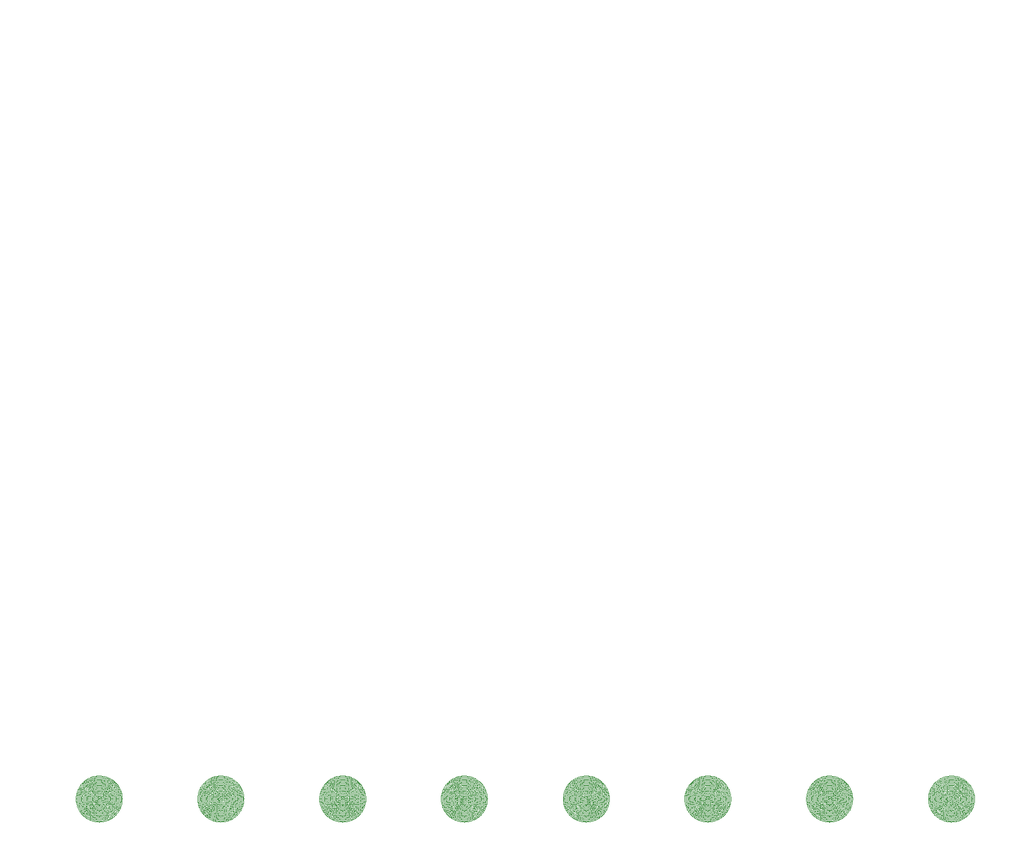
<source format=gtl>
*%FSLAX23Y23*%
*%MOIN*%
G01*
D13*
X11852Y5887D02*
X11853D01*
X11852D02*
X11852Y5885D01*
X11852Y5883D01*
X11852Y5881D01*
X11852Y5879D01*
X11852Y5877D01*
X11852Y5875D01*
X11853Y5873D01*
X11853Y5871D01*
X11853Y5869D01*
X11854Y5867D01*
X11854Y5865D01*
X11854Y5863D01*
X11855Y5861D01*
X11855Y5859D01*
X11856Y5857D01*
X11856Y5855D01*
X11857Y5853D01*
X11857Y5851D01*
X11858Y5849D01*
X11859Y5847D01*
X11859Y5845D01*
X11860Y5843D01*
X11861Y5841D01*
X11862Y5839D01*
X11862Y5837D01*
X11863Y5836D01*
X11864Y5834D01*
X11865Y5832D01*
X11866Y5830D01*
X11867Y5828D01*
X11868Y5826D01*
X11869Y5825D01*
X11870Y5823D01*
X11871Y5821D01*
X11872Y5819D01*
X11873Y5818D01*
X11875Y5816D01*
X11876Y5814D01*
X11877Y5813D01*
X11878Y5811D01*
X11880Y5809D01*
X11881Y5808D01*
X11882Y5806D01*
X11884Y5805D01*
X11885Y5803D01*
X11886Y5802D01*
X11888Y5800D01*
X11889Y5799D01*
X11891Y5797D01*
X11892Y5796D01*
X11894Y5794D01*
X11895Y5793D01*
X11897Y5792D01*
X11898Y5791D01*
X11900Y5789D01*
X11902Y5788D01*
X11903Y5787D01*
X11905Y5786D01*
X11907Y5784D01*
X11909Y5783D01*
X11910Y5782D01*
X11912Y5781D01*
X11914Y5780D01*
X11916Y5779D01*
X11917Y5778D01*
X11919Y5777D01*
X11921Y5776D01*
X11923Y5775D01*
X11925Y5774D01*
X11927Y5774D01*
X11929Y5773D01*
X11930Y5772D01*
X11932Y5771D01*
X11934Y5771D01*
X11936Y5770D01*
X11938Y5769D01*
X11940Y5769D01*
X11942Y5768D01*
X11944Y5768D01*
X11946Y5767D01*
X11948Y5767D01*
X11950Y5766D01*
X11952Y5766D01*
X11954Y5765D01*
X11956Y5765D01*
X11958Y5765D01*
X11960Y5764D01*
X11962Y5764D01*
X11964Y5764D01*
X11967Y5764D01*
X11969Y5764D01*
X11971Y5764D01*
X11973Y5764D01*
X11975Y5763D01*
X11977D01*
X11979Y5764D01*
X11981Y5764D01*
X11983Y5764D01*
X11985Y5764D01*
X11987Y5764D01*
X11989Y5764D01*
X11991Y5764D01*
X11993Y5765D01*
X11995Y5765D01*
X11997Y5765D01*
X11999Y5766D01*
X12001Y5766D01*
X12003Y5767D01*
X12005Y5767D01*
X12007Y5768D01*
X12009Y5768D01*
X12011Y5769D01*
X12013Y5769D01*
X12015Y5770D01*
X12017Y5771D01*
X12019Y5771D01*
X12021Y5772D01*
X12023Y5773D01*
X12025Y5774D01*
X12027Y5774D01*
X12029Y5775D01*
X12030Y5776D01*
X12032Y5777D01*
X12034Y5778D01*
X12036Y5779D01*
X12038Y5780D01*
X12040Y5781D01*
X12041Y5782D01*
X12043Y5783D01*
X12045Y5784D01*
X12046Y5786D01*
X12048Y5787D01*
X12050Y5788D01*
X12051Y5789D01*
X12053Y5791D01*
X12055Y5792D01*
X12056Y5793D01*
X12058Y5794D01*
X12059Y5796D01*
X12061Y5797D01*
X12062Y5799D01*
X12064Y5800D01*
X12065Y5802D01*
X12067Y5803D01*
X12068Y5805D01*
X12069Y5806D01*
X12071Y5808D01*
X12072Y5809D01*
X12073Y5811D01*
X12075Y5813D01*
X12076Y5814D01*
X12077Y5816D01*
X12078Y5818D01*
X12079Y5819D01*
X12080Y5821D01*
X12082Y5823D01*
X12083Y5825D01*
X12084Y5826D01*
X12085Y5828D01*
X12086Y5830D01*
X12087Y5832D01*
X12087Y5834D01*
X12088Y5836D01*
X12089Y5837D01*
X12090Y5839D01*
X12091Y5841D01*
X12092Y5843D01*
X12092Y5845D01*
X12093Y5847D01*
X12094Y5849D01*
X12094Y5851D01*
X12095Y5853D01*
X12095Y5855D01*
X12096Y5857D01*
X12096Y5859D01*
X12097Y5861D01*
X12097Y5863D01*
X12098Y5865D01*
X12098Y5867D01*
X12098Y5869D01*
X12099Y5871D01*
X12099Y5873D01*
X12099Y5875D01*
X12099Y5877D01*
X12099Y5879D01*
X12100Y5881D01*
X12100Y5883D01*
X12100Y5885D01*
X12100Y5887D01*
X12101D01*
X12100D02*
X12100Y5889D01*
X12100Y5892D01*
X12100Y5894D01*
X12099Y5896D01*
X12099Y5898D01*
X12099Y5900D01*
X12099Y5902D01*
X12099Y5904D01*
X12098Y5906D01*
X12098Y5908D01*
X12098Y5910D01*
X12097Y5912D01*
X12097Y5914D01*
X12096Y5916D01*
X12096Y5918D01*
X12095Y5920D01*
X12095Y5922D01*
X12094Y5924D01*
X12094Y5926D01*
X12093Y5928D01*
X12092Y5930D01*
X12092Y5932D01*
X12091Y5934D01*
X12090Y5936D01*
X12089Y5937D01*
X12088Y5939D01*
X12087Y5941D01*
X12087Y5943D01*
X12086Y5945D01*
X12085Y5947D01*
X12084Y5949D01*
X12083Y5950D01*
X12082Y5952D01*
X12080Y5954D01*
X12079Y5956D01*
X12078Y5957D01*
X12077Y5959D01*
X12076Y5961D01*
X12075Y5962D01*
X12073Y5964D01*
X12072Y5966D01*
X12071Y5967D01*
X12069Y5969D01*
X12068Y5970D01*
X12067Y5972D01*
X12065Y5973D01*
X12064Y5975D01*
X12062Y5976D01*
X12061Y5978D01*
X12059Y5979D01*
X12058Y5980D01*
X12056Y5982D01*
X12055Y5983D01*
X12053Y5984D01*
X12051Y5986D01*
X12050Y5987D01*
X12048Y5988D01*
X12046Y5989D01*
X12045Y5990D01*
X12043Y5992D01*
X12041Y5993D01*
X12040Y5994D01*
X12038Y5995D01*
X12036Y5996D01*
X12034Y5997D01*
X12032Y5998D01*
X12030Y5999D01*
X12029Y6000D01*
X12027Y6000D01*
X12025Y6001D01*
X12023Y6002D01*
X12021Y6003D01*
X12019Y6004D01*
X12017Y6004D01*
X12015Y6005D01*
X12013Y6006D01*
X12011Y6006D01*
X12009Y6007D01*
X12007Y6007D01*
X12005Y6008D01*
X12003Y6008D01*
X12001Y6009D01*
X11999Y6009D01*
X11997Y6009D01*
X11995Y6010D01*
X11993Y6010D01*
X11991Y6010D01*
X11989Y6011D01*
X11987Y6011D01*
X11985Y6011D01*
X11983Y6011D01*
X11981Y6011D01*
X11979Y6011D01*
X11977Y6011D01*
X11975D01*
X11973Y6011D01*
X11971Y6011D01*
X11969Y6011D01*
X11967Y6011D01*
X11964Y6011D01*
X11962Y6011D01*
X11960Y6010D01*
X11958Y6010D01*
X11956Y6010D01*
X11954Y6009D01*
X11952Y6009D01*
X11950Y6009D01*
X11948Y6008D01*
X11946Y6008D01*
X11944Y6007D01*
X11942Y6007D01*
X11940Y6006D01*
X11938Y6006D01*
X11936Y6005D01*
X11934Y6004D01*
X11932Y6004D01*
X11930Y6003D01*
X11929Y6002D01*
X11927Y6001D01*
X11925Y6000D01*
X11923Y6000D01*
X11921Y5999D01*
X11919Y5998D01*
X11917Y5997D01*
X11916Y5996D01*
X11914Y5995D01*
X11912Y5994D01*
X11910Y5993D01*
X11909Y5992D01*
X11907Y5990D01*
X11905Y5989D01*
X11903Y5988D01*
X11902Y5987D01*
X11900Y5986D01*
X11898Y5984D01*
X11897Y5983D01*
X11895Y5982D01*
X11894Y5980D01*
X11892Y5979D01*
X11891Y5978D01*
X11889Y5976D01*
X11888Y5975D01*
X11886Y5973D01*
X11885Y5972D01*
X11884Y5970D01*
X11882Y5969D01*
X11881Y5967D01*
X11880Y5966D01*
X11878Y5964D01*
X11877Y5962D01*
X11876Y5961D01*
X11875Y5959D01*
X11873Y5957D01*
X11872Y5956D01*
X11871Y5954D01*
X11870Y5952D01*
X11869Y5950D01*
X11868Y5949D01*
X11867Y5947D01*
X11866Y5945D01*
X11865Y5943D01*
X11864Y5941D01*
X11863Y5939D01*
X11862Y5937D01*
X11862Y5936D01*
X11861Y5934D01*
X11860Y5932D01*
X11859Y5930D01*
X11859Y5928D01*
X11858Y5926D01*
X11857Y5924D01*
X11857Y5922D01*
X11856Y5920D01*
X11856Y5918D01*
X11855Y5916D01*
X11855Y5914D01*
X11854Y5912D01*
X11854Y5910D01*
X11854Y5908D01*
X11853Y5906D01*
X11853Y5904D01*
X11853Y5902D01*
X11852Y5900D01*
X11852Y5898D01*
X11852Y5896D01*
X11852Y5894D01*
X11852Y5892D01*
X11852Y5889D01*
X11852Y5887D01*
X11858D02*
X11859D01*
X11858D02*
X11858Y5885D01*
X11858Y5883D01*
X11858Y5881D01*
X11858Y5879D01*
X11858Y5877D01*
X11858Y5875D01*
X11859Y5873D01*
X11859Y5871D01*
X11859Y5869D01*
X11860Y5867D01*
X11860Y5865D01*
X11860Y5863D01*
X11861Y5861D01*
X11861Y5859D01*
X11862Y5857D01*
X11862Y5855D01*
X11863Y5853D01*
X11863Y5852D01*
X11864Y5850D01*
X11865Y5848D01*
X11865Y5846D01*
X11866Y5844D01*
X11867Y5842D01*
X11868Y5840D01*
X11869Y5838D01*
X11869Y5837D01*
X11870Y5835D01*
X11871Y5833D01*
X11872Y5831D01*
X11873Y5829D01*
X11874Y5828D01*
X11875Y5826D01*
X11876Y5824D01*
X11877Y5822D01*
X11878Y5821D01*
X11880Y5819D01*
X11881Y5817D01*
X11882Y5816D01*
X11883Y5814D01*
X11885Y5813D01*
X11886Y5811D01*
X11887Y5810D01*
X11889Y5808D01*
X11890Y5807D01*
X11891Y5805D01*
X11893Y5804D01*
X11894Y5802D01*
X11896Y5801D01*
X11897Y5799D01*
X11899Y5798D01*
X11900Y5797D01*
X11902Y5796D01*
X11903Y5794D01*
X11905Y5793D01*
X11907Y5792D01*
X11908Y5791D01*
X11910Y5790D01*
X11912Y5788D01*
X11913Y5787D01*
X11915Y5786D01*
X11917Y5785D01*
X11919Y5784D01*
X11920Y5783D01*
X11922Y5782D01*
X11924Y5781D01*
X11926Y5781D01*
X11928Y5780D01*
X11929Y5779D01*
X11931Y5778D01*
X11933Y5777D01*
X11935Y5777D01*
X11937Y5776D01*
X11939Y5775D01*
X11941Y5775D01*
X11943Y5774D01*
X11945Y5774D01*
X11947Y5773D01*
X11949Y5773D01*
X11951Y5772D01*
X11953Y5772D01*
X11955Y5771D01*
X11957Y5771D01*
X11959Y5771D01*
X11961Y5770D01*
X11963Y5770D01*
X11965Y5770D01*
X11967Y5770D01*
X11969Y5770D01*
X11971Y5770D01*
X11973Y5770D01*
X11975Y5769D01*
X11977D01*
X11979Y5770D01*
X11981Y5770D01*
X11983Y5770D01*
X11985Y5770D01*
X11987Y5770D01*
X11989Y5770D01*
X11991Y5770D01*
X11993Y5771D01*
X11995Y5771D01*
X11997Y5771D01*
X11999Y5772D01*
X12001Y5772D01*
X12003Y5773D01*
X12005Y5773D01*
X12007Y5774D01*
X12009Y5774D01*
X12011Y5775D01*
X12013Y5775D01*
X12015Y5776D01*
X12016Y5777D01*
X12018Y5777D01*
X12020Y5778D01*
X12022Y5779D01*
X12024Y5780D01*
X12026Y5781D01*
X12028Y5781D01*
X12029Y5782D01*
X12031Y5783D01*
X12033Y5784D01*
X12035Y5785D01*
X12037Y5786D01*
X12038Y5787D01*
X12040Y5788D01*
X12042Y5790D01*
X12043Y5791D01*
X12045Y5792D01*
X12047Y5793D01*
X12048Y5794D01*
X12050Y5796D01*
X12051Y5797D01*
X12053Y5798D01*
X12054Y5799D01*
X12056Y5801D01*
X12057Y5802D01*
X12059Y5804D01*
X12060Y5805D01*
X12062Y5807D01*
X12063Y5808D01*
X12064Y5810D01*
X12066Y5811D01*
X12067Y5813D01*
X12068Y5814D01*
X12070Y5816D01*
X12071Y5817D01*
X12072Y5819D01*
X12073Y5821D01*
X12074Y5822D01*
X12075Y5824D01*
X12076Y5826D01*
X12077Y5828D01*
X12078Y5829D01*
X12079Y5831D01*
X12080Y5833D01*
X12081Y5835D01*
X12082Y5837D01*
X12083Y5838D01*
X12084Y5840D01*
X12085Y5842D01*
X12085Y5844D01*
X12086Y5846D01*
X12087Y5848D01*
X12088Y5850D01*
X12088Y5852D01*
X12089Y5853D01*
X12089Y5855D01*
X12090Y5857D01*
X12090Y5859D01*
X12091Y5861D01*
X12091Y5863D01*
X12092Y5865D01*
X12092Y5867D01*
X12092Y5869D01*
X12093Y5871D01*
X12093Y5873D01*
X12093Y5875D01*
X12093Y5877D01*
X12093Y5879D01*
X12094Y5881D01*
X12094Y5883D01*
X12094Y5885D01*
X12094Y5887D01*
X12095D01*
X12094D02*
X12094Y5889D01*
X12094Y5891D01*
X12094Y5893D01*
X12093Y5896D01*
X12093Y5898D01*
X12093Y5900D01*
X12093Y5902D01*
X12093Y5904D01*
X12092Y5906D01*
X12092Y5908D01*
X12092Y5910D01*
X12091Y5912D01*
X12091Y5914D01*
X12090Y5916D01*
X12090Y5917D01*
X12089Y5919D01*
X12089Y5921D01*
X12088Y5923D01*
X12088Y5925D01*
X12087Y5927D01*
X12086Y5929D01*
X12085Y5931D01*
X12085Y5933D01*
X12084Y5935D01*
X12083Y5937D01*
X12082Y5938D01*
X12081Y5940D01*
X12080Y5942D01*
X12079Y5944D01*
X12078Y5946D01*
X12077Y5947D01*
X12076Y5949D01*
X12075Y5951D01*
X12074Y5952D01*
X12073Y5954D01*
X12072Y5956D01*
X12071Y5957D01*
X12070Y5959D01*
X12068Y5961D01*
X12067Y5962D01*
X12066Y5964D01*
X12064Y5965D01*
X12063Y5967D01*
X12062Y5968D01*
X12060Y5970D01*
X12059Y5971D01*
X12057Y5973D01*
X12056Y5974D01*
X12054Y5975D01*
X12053Y5977D01*
X12051Y5978D01*
X12050Y5979D01*
X12048Y5981D01*
X12047Y5982D01*
X12045Y5983D01*
X12043Y5984D01*
X12042Y5985D01*
X12040Y5986D01*
X12038Y5987D01*
X12037Y5989D01*
X12035Y5990D01*
X12033Y5991D01*
X12031Y5992D01*
X12029Y5992D01*
X12028Y5993D01*
X12026Y5994D01*
X12024Y5995D01*
X12022Y5996D01*
X12020Y5997D01*
X12018Y5997D01*
X12016Y5998D01*
X12015Y5999D01*
X12013Y5999D01*
X12011Y6000D01*
X12009Y6001D01*
X12007Y6001D01*
X12005Y6002D01*
X12003Y6002D01*
X12001Y6003D01*
X11999Y6003D01*
X11997Y6003D01*
X11995Y6004D01*
X11993Y6004D01*
X11991Y6004D01*
X11989Y6005D01*
X11987Y6005D01*
X11985Y6005D01*
X11983Y6005D01*
X11981Y6005D01*
X11979Y6005D01*
X11977Y6005D01*
X11975D01*
X11973Y6005D01*
X11971Y6005D01*
X11969Y6005D01*
X11967Y6005D01*
X11965Y6005D01*
X11963Y6005D01*
X11961Y6004D01*
X11959Y6004D01*
X11957Y6004D01*
X11955Y6003D01*
X11953Y6003D01*
X11951Y6003D01*
X11949Y6002D01*
X11947Y6002D01*
X11945Y6001D01*
X11943Y6001D01*
X11941Y6000D01*
X11939Y5999D01*
X11937Y5999D01*
X11935Y5998D01*
X11933Y5997D01*
X11931Y5997D01*
X11929Y5996D01*
X11928Y5995D01*
X11926Y5994D01*
X11924Y5993D01*
X11922Y5992D01*
X11920Y5992D01*
X11919Y5991D01*
X11917Y5990D01*
X11915Y5989D01*
X11913Y5987D01*
X11912Y5986D01*
X11910Y5985D01*
X11908Y5984D01*
X11907Y5983D01*
X11905Y5982D01*
X11903Y5981D01*
X11902Y5979D01*
X11900Y5978D01*
X11899Y5977D01*
X11897Y5975D01*
X11896Y5974D01*
X11894Y5973D01*
X11893Y5971D01*
X11891Y5970D01*
X11890Y5968D01*
X11889Y5967D01*
X11887Y5965D01*
X11886Y5964D01*
X11885Y5962D01*
X11883Y5961D01*
X11882Y5959D01*
X11881Y5957D01*
X11880Y5956D01*
X11878Y5954D01*
X11877Y5952D01*
X11876Y5951D01*
X11875Y5949D01*
X11874Y5947D01*
X11873Y5946D01*
X11872Y5944D01*
X11871Y5942D01*
X11870Y5940D01*
X11869Y5938D01*
X11869Y5937D01*
X11868Y5935D01*
X11867Y5933D01*
X11866Y5931D01*
X11865Y5929D01*
X11865Y5927D01*
X11864Y5925D01*
X11863Y5923D01*
X11863Y5921D01*
X11862Y5919D01*
X11862Y5917D01*
X11861Y5916D01*
X11861Y5914D01*
X11860Y5912D01*
X11860Y5910D01*
X11860Y5908D01*
X11859Y5906D01*
X11859Y5904D01*
X11859Y5902D01*
X11858Y5900D01*
X11858Y5898D01*
X11858Y5896D01*
X11858Y5893D01*
X11858Y5891D01*
X11858Y5889D01*
X11858Y5887D01*
X11864D02*
X11865D01*
X11864D02*
X11864Y5885D01*
X11864Y5883D01*
X11864Y5881D01*
X11864Y5879D01*
X11864Y5877D01*
X11865Y5875D01*
X11865Y5873D01*
X11865Y5871D01*
X11865Y5869D01*
X11866Y5867D01*
X11866Y5865D01*
X11867Y5863D01*
X11867Y5861D01*
X11868Y5859D01*
X11868Y5857D01*
X11869Y5855D01*
X11869Y5853D01*
X11870Y5851D01*
X11871Y5849D01*
X11871Y5847D01*
X11872Y5845D01*
X11873Y5843D01*
X11874Y5842D01*
X11875Y5840D01*
X11875Y5838D01*
X11876Y5836D01*
X11877Y5834D01*
X11878Y5832D01*
X11879Y5831D01*
X11880Y5829D01*
X11881Y5827D01*
X11883Y5825D01*
X11884Y5824D01*
X11885Y5822D01*
X11886Y5820D01*
X11887Y5819D01*
X11889Y5817D01*
X11890Y5815D01*
X11891Y5814D01*
X11893Y5812D01*
X11894Y5811D01*
X11896Y5809D01*
X11897Y5808D01*
X11898Y5806D01*
X11900Y5805D01*
X11901Y5804D01*
X11903Y5802D01*
X11905Y5801D01*
X11906Y5800D01*
X11908Y5798D01*
X11909Y5797D01*
X11911Y5796D01*
X11913Y5795D01*
X11915Y5794D01*
X11916Y5793D01*
X11918Y5792D01*
X11920Y5790D01*
X11922Y5789D01*
X11923Y5788D01*
X11925Y5788D01*
X11927Y5787D01*
X11929Y5786D01*
X11931Y5785D01*
X11933Y5784D01*
X11935Y5783D01*
X11937Y5783D01*
X11938Y5782D01*
X11940Y5781D01*
X11942Y5781D01*
X11944Y5780D01*
X11946Y5779D01*
X11948Y5779D01*
X11950Y5778D01*
X11952Y5778D01*
X11954Y5778D01*
X11956Y5777D01*
X11958Y5777D01*
X11960Y5777D01*
X11962Y5776D01*
X11964Y5776D01*
X11967Y5776D01*
X11969Y5776D01*
X11971Y5776D01*
X11973Y5776D01*
X11975Y5775D01*
X11977D01*
X11979Y5776D01*
X11981Y5776D01*
X11983Y5776D01*
X11985Y5776D01*
X11987Y5776D01*
X11989Y5776D01*
X11991Y5777D01*
X11993Y5777D01*
X11995Y5777D01*
X11997Y5778D01*
X11999Y5778D01*
X12001Y5778D01*
X12003Y5779D01*
X12005Y5779D01*
X12007Y5780D01*
X12009Y5781D01*
X12011Y5781D01*
X12013Y5782D01*
X12015Y5783D01*
X12017Y5783D01*
X12019Y5784D01*
X12021Y5785D01*
X12023Y5786D01*
X12024Y5787D01*
X12026Y5788D01*
X12028Y5788D01*
X12030Y5789D01*
X12032Y5790D01*
X12034Y5792D01*
X12035Y5793D01*
X12037Y5794D01*
X12039Y5795D01*
X12040Y5796D01*
X12042Y5797D01*
X12044Y5798D01*
X12045Y5800D01*
X12047Y5801D01*
X12049Y5802D01*
X12050Y5804D01*
X12052Y5805D01*
X12053Y5806D01*
X12055Y5808D01*
X12056Y5809D01*
X12057Y5811D01*
X12059Y5812D01*
X12060Y5814D01*
X12062Y5815D01*
X12063Y5817D01*
X12064Y5819D01*
X12065Y5820D01*
X12067Y5822D01*
X12068Y5824D01*
X12069Y5825D01*
X12070Y5827D01*
X12071Y5829D01*
X12072Y5831D01*
X12073Y5832D01*
X12074Y5834D01*
X12075Y5836D01*
X12076Y5838D01*
X12077Y5840D01*
X12078Y5842D01*
X12079Y5843D01*
X12080Y5845D01*
X12080Y5847D01*
X12081Y5849D01*
X12082Y5851D01*
X12082Y5853D01*
X12083Y5855D01*
X12084Y5857D01*
X12084Y5859D01*
X12085Y5861D01*
X12085Y5863D01*
X12085Y5865D01*
X12086Y5867D01*
X12086Y5869D01*
X12087Y5871D01*
X12087Y5873D01*
X12087Y5875D01*
X12087Y5877D01*
X12087Y5879D01*
X12088Y5881D01*
X12088Y5883D01*
X12088Y5885D01*
X12088Y5887D01*
X12089D01*
X12088D02*
X12088Y5889D01*
X12088Y5892D01*
X12088Y5894D01*
X12087Y5896D01*
X12087Y5898D01*
X12087Y5900D01*
X12087Y5902D01*
X12087Y5904D01*
X12086Y5906D01*
X12086Y5908D01*
X12085Y5910D01*
X12085Y5912D01*
X12085Y5914D01*
X12084Y5916D01*
X12084Y5918D01*
X12083Y5920D01*
X12082Y5922D01*
X12082Y5924D01*
X12081Y5926D01*
X12080Y5928D01*
X12080Y5930D01*
X12079Y5931D01*
X12078Y5933D01*
X12077Y5935D01*
X12076Y5937D01*
X12075Y5939D01*
X12074Y5941D01*
X12073Y5943D01*
X12072Y5944D01*
X12071Y5946D01*
X12070Y5948D01*
X12069Y5950D01*
X12068Y5951D01*
X12067Y5953D01*
X12065Y5955D01*
X12064Y5956D01*
X12063Y5958D01*
X12062Y5959D01*
X12060Y5961D01*
X12059Y5962D01*
X12057Y5964D01*
X12056Y5965D01*
X12055Y5967D01*
X12053Y5968D01*
X12052Y5970D01*
X12050Y5971D01*
X12049Y5973D01*
X12047Y5974D01*
X12045Y5975D01*
X12044Y5976D01*
X12042Y5978D01*
X12040Y5979D01*
X12039Y5980D01*
X12037Y5981D01*
X12035Y5982D01*
X12034Y5983D01*
X12032Y5984D01*
X12030Y5985D01*
X12028Y5986D01*
X12026Y5987D01*
X12024Y5988D01*
X12023Y5989D01*
X12021Y5990D01*
X12019Y5991D01*
X12017Y5992D01*
X12015Y5992D01*
X12013Y5993D01*
X12011Y5994D01*
X12009Y5994D01*
X12007Y5995D01*
X12005Y5995D01*
X12003Y5996D01*
X12001Y5996D01*
X11999Y5997D01*
X11997Y5997D01*
X11995Y5998D01*
X11993Y5998D01*
X11991Y5998D01*
X11989Y5999D01*
X11987Y5999D01*
X11985Y5999D01*
X11983Y5999D01*
X11981Y5999D01*
X11979Y5999D01*
X11977Y5999D01*
X11975D01*
X11973Y5999D01*
X11971Y5999D01*
X11969Y5999D01*
X11967Y5999D01*
X11964Y5999D01*
X11962Y5999D01*
X11960Y5998D01*
X11958Y5998D01*
X11956Y5998D01*
X11954Y5997D01*
X11952Y5997D01*
X11950Y5996D01*
X11948Y5996D01*
X11946Y5995D01*
X11944Y5995D01*
X11942Y5994D01*
X11940Y5994D01*
X11938Y5993D01*
X11937Y5992D01*
X11935Y5992D01*
X11933Y5991D01*
X11931Y5990D01*
X11929Y5989D01*
X11927Y5988D01*
X11925Y5987D01*
X11923Y5986D01*
X11922Y5985D01*
X11920Y5984D01*
X11918Y5983D01*
X11916Y5982D01*
X11915Y5981D01*
X11913Y5980D01*
X11911Y5979D01*
X11909Y5978D01*
X11908Y5976D01*
X11906Y5975D01*
X11905Y5974D01*
X11903Y5973D01*
X11901Y5971D01*
X11900Y5970D01*
X11898Y5968D01*
X11897Y5967D01*
X11896Y5965D01*
X11894Y5964D01*
X11893Y5962D01*
X11891Y5961D01*
X11890Y5959D01*
X11889Y5958D01*
X11887Y5956D01*
X11886Y5955D01*
X11885Y5953D01*
X11884Y5951D01*
X11883Y5950D01*
X11881Y5948D01*
X11880Y5946D01*
X11879Y5944D01*
X11878Y5943D01*
X11877Y5941D01*
X11876Y5939D01*
X11875Y5937D01*
X11875Y5935D01*
X11874Y5933D01*
X11873Y5931D01*
X11872Y5930D01*
X11871Y5928D01*
X11871Y5926D01*
X11870Y5924D01*
X11869Y5922D01*
X11869Y5920D01*
X11868Y5918D01*
X11868Y5916D01*
X11867Y5914D01*
X11867Y5912D01*
X11866Y5910D01*
X11866Y5908D01*
X11865Y5906D01*
X11865Y5904D01*
X11865Y5902D01*
X11865Y5900D01*
X11864Y5898D01*
X11864Y5896D01*
X11864Y5894D01*
X11864Y5892D01*
X11864Y5889D01*
X11864Y5887D01*
X11870D02*
X11871D01*
X11870D02*
X11870Y5885D01*
X11870Y5883D01*
X11870Y5881D01*
X11870Y5879D01*
X11870Y5877D01*
X11871Y5875D01*
X11871Y5873D01*
X11871Y5871D01*
X11871Y5869D01*
X11872Y5867D01*
X11872Y5865D01*
X11873Y5863D01*
X11873Y5861D01*
X11874Y5860D01*
X11874Y5858D01*
X11875Y5856D01*
X11875Y5854D01*
X11876Y5852D01*
X11877Y5850D01*
X11877Y5848D01*
X11878Y5846D01*
X11879Y5844D01*
X11880Y5842D01*
X11881Y5841D01*
X11882Y5839D01*
X11883Y5837D01*
X11884Y5835D01*
X11885Y5834D01*
X11886Y5832D01*
X11887Y5830D01*
X11888Y5828D01*
X11889Y5827D01*
X11890Y5825D01*
X11891Y5824D01*
X11892Y5822D01*
X11894Y5820D01*
X11895Y5819D01*
X11896Y5817D01*
X11898Y5816D01*
X11899Y5814D01*
X11901Y5813D01*
X11902Y5811D01*
X11903Y5810D01*
X11905Y5809D01*
X11906Y5807D01*
X11908Y5806D01*
X11909Y5805D01*
X11911Y5804D01*
X11913Y5802D01*
X11914Y5801D01*
X11916Y5800D01*
X11918Y5799D01*
X11919Y5798D01*
X11921Y5797D01*
X11923Y5796D01*
X11925Y5795D01*
X11926Y5794D01*
X11928Y5793D01*
X11930Y5792D01*
X11932Y5791D01*
X11934Y5790D01*
X11935Y5789D01*
X11937Y5789D01*
X11939Y5788D01*
X11941Y5787D01*
X11943Y5787D01*
X11945Y5786D01*
X11947Y5785D01*
X11949Y5785D01*
X11951Y5784D01*
X11953Y5784D01*
X11955Y5784D01*
X11957Y5783D01*
X11959Y5783D01*
X11961Y5783D01*
X11963Y5782D01*
X11965Y5782D01*
X11967Y5782D01*
X11969Y5782D01*
X11971Y5782D01*
X11973Y5782D01*
X11975Y5781D01*
X11977D01*
X11979Y5782D01*
X11981Y5782D01*
X11983Y5782D01*
X11985Y5782D01*
X11987Y5782D01*
X11989Y5782D01*
X11991Y5783D01*
X11993Y5783D01*
X11995Y5783D01*
X11997Y5784D01*
X11999Y5784D01*
X12001Y5784D01*
X12003Y5785D01*
X12005Y5785D01*
X12007Y5786D01*
X12009Y5787D01*
X12010Y5787D01*
X12012Y5788D01*
X12014Y5789D01*
X12016Y5789D01*
X12018Y5790D01*
X12020Y5791D01*
X12022Y5792D01*
X12023Y5793D01*
X12025Y5794D01*
X12027Y5795D01*
X12029Y5796D01*
X12030Y5797D01*
X12032Y5798D01*
X12034Y5799D01*
X12036Y5800D01*
X12037Y5801D01*
X12039Y5802D01*
X12040Y5804D01*
X12042Y5805D01*
X12044Y5806D01*
X12045Y5807D01*
X12047Y5809D01*
X12048Y5810D01*
X12050Y5811D01*
X12051Y5813D01*
X12052Y5814D01*
X12054Y5816D01*
X12055Y5817D01*
X12057Y5819D01*
X12058Y5820D01*
X12059Y5822D01*
X12060Y5824D01*
X12061Y5825D01*
X12063Y5827D01*
X12064Y5828D01*
X12065Y5830D01*
X12066Y5832D01*
X12067Y5834D01*
X12068Y5835D01*
X12069Y5837D01*
X12070Y5839D01*
X12071Y5841D01*
X12072Y5842D01*
X12073Y5844D01*
X12073Y5846D01*
X12074Y5848D01*
X12075Y5850D01*
X12076Y5852D01*
X12076Y5854D01*
X12077Y5856D01*
X12077Y5858D01*
X12078Y5860D01*
X12079Y5861D01*
X12079Y5863D01*
X12079Y5865D01*
X12080Y5867D01*
X12080Y5869D01*
X12081Y5871D01*
X12081Y5873D01*
X12081Y5875D01*
X12081Y5877D01*
X12081Y5879D01*
X12082Y5881D01*
X12082Y5883D01*
X12082Y5885D01*
X12082Y5887D01*
X12083D01*
X12082D02*
X12082Y5889D01*
X12082Y5891D01*
X12082Y5893D01*
X12081Y5895D01*
X12081Y5897D01*
X12081Y5900D01*
X12081Y5902D01*
X12081Y5904D01*
X12080Y5905D01*
X12080Y5907D01*
X12079Y5909D01*
X12079Y5911D01*
X12079Y5913D01*
X12078Y5915D01*
X12077Y5917D01*
X12077Y5919D01*
X12076Y5921D01*
X12076Y5923D01*
X12075Y5925D01*
X12074Y5927D01*
X12073Y5929D01*
X12073Y5931D01*
X12072Y5932D01*
X12071Y5934D01*
X12070Y5936D01*
X12069Y5938D01*
X12068Y5940D01*
X12067Y5941D01*
X12066Y5943D01*
X12065Y5945D01*
X12064Y5946D01*
X12063Y5948D01*
X12061Y5950D01*
X12060Y5951D01*
X12059Y5953D01*
X12058Y5954D01*
X12057Y5956D01*
X12055Y5958D01*
X12054Y5959D01*
X12052Y5961D01*
X12051Y5962D01*
X12050Y5963D01*
X12048Y5965D01*
X12047Y5966D01*
X12045Y5967D01*
X12044Y5969D01*
X12042Y5970D01*
X12040Y5971D01*
X12039Y5973D01*
X12037Y5974D01*
X12036Y5975D01*
X12034Y5976D01*
X12032Y5977D01*
X12030Y5978D01*
X12029Y5979D01*
X12027Y5980D01*
X12025Y5981D01*
X12023Y5982D01*
X12022Y5983D01*
X12020Y5984D01*
X12018Y5985D01*
X12016Y5985D01*
X12014Y5986D01*
X12012Y5987D01*
X12010Y5988D01*
X12009Y5988D01*
X12007Y5989D01*
X12005Y5989D01*
X12003Y5990D01*
X12001Y5990D01*
X11999Y5991D01*
X11997Y5991D01*
X11995Y5992D01*
X11993Y5992D01*
X11991Y5992D01*
X11989Y5993D01*
X11987Y5993D01*
X11985Y5993D01*
X11983Y5993D01*
X11981Y5993D01*
X11979Y5993D01*
X11977Y5993D01*
X11975D01*
X11973Y5993D01*
X11971Y5993D01*
X11969Y5993D01*
X11967Y5993D01*
X11965Y5993D01*
X11963Y5993D01*
X11961Y5992D01*
X11959Y5992D01*
X11957Y5992D01*
X11955Y5991D01*
X11953Y5991D01*
X11951Y5990D01*
X11949Y5990D01*
X11947Y5989D01*
X11945Y5989D01*
X11943Y5988D01*
X11941Y5988D01*
X11939Y5987D01*
X11937Y5986D01*
X11935Y5985D01*
X11934Y5985D01*
X11932Y5984D01*
X11930Y5983D01*
X11928Y5982D01*
X11926Y5981D01*
X11925Y5980D01*
X11923Y5979D01*
X11921Y5978D01*
X11919Y5977D01*
X11918Y5976D01*
X11916Y5975D01*
X11914Y5974D01*
X11913Y5973D01*
X11911Y5971D01*
X11909Y5970D01*
X11908Y5969D01*
X11906Y5967D01*
X11905Y5966D01*
X11903Y5965D01*
X11902Y5963D01*
X11901Y5962D01*
X11899Y5961D01*
X11898Y5959D01*
X11896Y5958D01*
X11895Y5956D01*
X11894Y5954D01*
X11892Y5953D01*
X11891Y5951D01*
X11890Y5950D01*
X11889Y5948D01*
X11888Y5946D01*
X11887Y5945D01*
X11886Y5943D01*
X11885Y5941D01*
X11884Y5940D01*
X11883Y5938D01*
X11882Y5936D01*
X11881Y5934D01*
X11880Y5932D01*
X11879Y5931D01*
X11878Y5929D01*
X11877Y5927D01*
X11877Y5925D01*
X11876Y5923D01*
X11875Y5921D01*
X11875Y5919D01*
X11874Y5917D01*
X11874Y5915D01*
X11873Y5913D01*
X11873Y5911D01*
X11872Y5909D01*
X11872Y5907D01*
X11871Y5905D01*
X11871Y5904D01*
X11871Y5902D01*
X11871Y5900D01*
X11870Y5897D01*
X11870Y5895D01*
X11870Y5893D01*
X11870Y5891D01*
X11870Y5889D01*
X11870Y5887D01*
X11876D02*
X11877D01*
X11876D02*
X11876Y5885D01*
X11876Y5883D01*
X11876Y5881D01*
X11876Y5879D01*
X11876Y5877D01*
X11877Y5875D01*
X11877Y5873D01*
X11877Y5871D01*
X11878Y5869D01*
X11878Y5867D01*
X11878Y5865D01*
X11879Y5863D01*
X11879Y5861D01*
X11880Y5859D01*
X11881Y5857D01*
X11881Y5855D01*
X11882Y5853D01*
X11883Y5851D01*
X11883Y5849D01*
X11884Y5848D01*
X11885Y5846D01*
X11886Y5844D01*
X11887Y5842D01*
X11888Y5840D01*
X11889Y5838D01*
X11890Y5837D01*
X11891Y5835D01*
X11892Y5833D01*
X11893Y5831D01*
X11894Y5830D01*
X11895Y5828D01*
X11897Y5826D01*
X11898Y5825D01*
X11899Y5823D01*
X11901Y5822D01*
X11902Y5820D01*
X11903Y5819D01*
X11905Y5817D01*
X11906Y5816D01*
X11908Y5814D01*
X11909Y5813D01*
X11911Y5812D01*
X11912Y5810D01*
X11914Y5809D01*
X11916Y5808D01*
X11917Y5806D01*
X11919Y5805D01*
X11921Y5804D01*
X11922Y5803D01*
X11924Y5802D01*
X11926Y5801D01*
X11928Y5800D01*
X11929Y5799D01*
X11931Y5798D01*
X11933Y5797D01*
X11935Y5796D01*
X11937Y5795D01*
X11939Y5795D01*
X11941Y5794D01*
X11943Y5793D01*
X11945Y5792D01*
X11946Y5792D01*
X11948Y5791D01*
X11950Y5791D01*
X11952Y5790D01*
X11954Y5790D01*
X11956Y5789D01*
X11958Y5789D01*
X11960Y5789D01*
X11962Y5788D01*
X11965Y5788D01*
X11967Y5788D01*
X11969Y5788D01*
X11971Y5788D01*
X11973Y5788D01*
X11975Y5787D01*
X11977D01*
X11979Y5788D01*
X11981Y5788D01*
X11983Y5788D01*
X11985Y5788D01*
X11987Y5788D01*
X11989Y5788D01*
X11991Y5789D01*
X11993Y5789D01*
X11995Y5789D01*
X11997Y5790D01*
X11999Y5790D01*
X12001Y5791D01*
X12003Y5791D01*
X12005Y5792D01*
X12007Y5792D01*
X12009Y5793D01*
X12011Y5794D01*
X12013Y5795D01*
X12015Y5795D01*
X12017Y5796D01*
X12018Y5797D01*
X12020Y5798D01*
X12022Y5799D01*
X12024Y5800D01*
X12026Y5801D01*
X12028Y5802D01*
X12029Y5803D01*
X12031Y5804D01*
X12033Y5805D01*
X12034Y5806D01*
X12036Y5808D01*
X12038Y5809D01*
X12039Y5810D01*
X12041Y5812D01*
X12042Y5813D01*
X12044Y5814D01*
X12045Y5816D01*
X12047Y5817D01*
X12048Y5819D01*
X12050Y5820D01*
X12051Y5822D01*
X12052Y5823D01*
X12054Y5825D01*
X12055Y5826D01*
X12056Y5828D01*
X12057Y5830D01*
X12059Y5831D01*
X12060Y5833D01*
X12061Y5835D01*
X12062Y5837D01*
X12063Y5838D01*
X12064Y5840D01*
X12065Y5842D01*
X12066Y5844D01*
X12067Y5846D01*
X12067Y5848D01*
X12068Y5849D01*
X12069Y5851D01*
X12070Y5853D01*
X12070Y5855D01*
X12071Y5857D01*
X12072Y5859D01*
X12072Y5861D01*
X12073Y5863D01*
X12073Y5865D01*
X12074Y5867D01*
X12074Y5869D01*
X12074Y5871D01*
X12075Y5873D01*
X12075Y5875D01*
X12075Y5877D01*
X12075Y5879D01*
X12076Y5881D01*
X12076Y5883D01*
X12076Y5885D01*
X12076Y5887D01*
X12077D01*
X12076D02*
X12076Y5889D01*
X12076Y5892D01*
X12076Y5894D01*
X12075Y5896D01*
X12075Y5898D01*
X12075Y5900D01*
X12075Y5902D01*
X12074Y5904D01*
X12074Y5906D01*
X12074Y5908D01*
X12073Y5910D01*
X12073Y5912D01*
X12072Y5914D01*
X12072Y5916D01*
X12071Y5918D01*
X12070Y5920D01*
X12070Y5922D01*
X12069Y5924D01*
X12068Y5925D01*
X12067Y5927D01*
X12067Y5929D01*
X12066Y5931D01*
X12065Y5933D01*
X12064Y5935D01*
X12063Y5937D01*
X12062Y5938D01*
X12061Y5940D01*
X12060Y5942D01*
X12059Y5943D01*
X12057Y5945D01*
X12056Y5947D01*
X12055Y5948D01*
X12054Y5950D01*
X12052Y5952D01*
X12051Y5953D01*
X12050Y5955D01*
X12048Y5956D01*
X12047Y5958D01*
X12045Y5959D01*
X12044Y5961D01*
X12042Y5962D01*
X12041Y5963D01*
X12039Y5965D01*
X12038Y5966D01*
X12036Y5967D01*
X12034Y5968D01*
X12033Y5970D01*
X12031Y5971D01*
X12029Y5972D01*
X12028Y5973D01*
X12026Y5974D01*
X12024Y5975D01*
X12022Y5976D01*
X12020Y5977D01*
X12018Y5978D01*
X12017Y5979D01*
X12015Y5979D01*
X12013Y5980D01*
X12011Y5981D01*
X12009Y5982D01*
X12007Y5982D01*
X12005Y5983D01*
X12003Y5984D01*
X12001Y5984D01*
X11999Y5985D01*
X11997Y5985D01*
X11995Y5985D01*
X11993Y5986D01*
X11991Y5986D01*
X11989Y5986D01*
X11987Y5987D01*
X11985Y5987D01*
X11983Y5987D01*
X11981Y5987D01*
X11979Y5987D01*
X11977Y5987D01*
X11975D01*
X11973Y5987D01*
X11971Y5987D01*
X11969Y5987D01*
X11967Y5987D01*
X11965Y5987D01*
X11962Y5986D01*
X11960Y5986D01*
X11958Y5986D01*
X11956Y5985D01*
X11954Y5985D01*
X11952Y5985D01*
X11950Y5984D01*
X11948Y5984D01*
X11946Y5983D01*
X11945Y5982D01*
X11943Y5982D01*
X11941Y5981D01*
X11939Y5980D01*
X11937Y5979D01*
X11935Y5979D01*
X11933Y5978D01*
X11931Y5977D01*
X11929Y5976D01*
X11928Y5975D01*
X11926Y5974D01*
X11924Y5973D01*
X11922Y5972D01*
X11921Y5971D01*
X11919Y5970D01*
X11917Y5968D01*
X11916Y5967D01*
X11914Y5966D01*
X11912Y5965D01*
X11911Y5963D01*
X11909Y5962D01*
X11908Y5961D01*
X11906Y5959D01*
X11905Y5958D01*
X11903Y5956D01*
X11902Y5955D01*
X11901Y5953D01*
X11899Y5952D01*
X11898Y5950D01*
X11897Y5948D01*
X11895Y5947D01*
X11894Y5945D01*
X11893Y5943D01*
X11892Y5942D01*
X11891Y5940D01*
X11890Y5938D01*
X11889Y5937D01*
X11888Y5935D01*
X11887Y5933D01*
X11886Y5931D01*
X11885Y5929D01*
X11884Y5927D01*
X11883Y5925D01*
X11883Y5924D01*
X11882Y5922D01*
X11881Y5920D01*
X11881Y5918D01*
X11880Y5916D01*
X11879Y5914D01*
X11879Y5912D01*
X11878Y5910D01*
X11878Y5908D01*
X11878Y5906D01*
X11877Y5904D01*
X11877Y5902D01*
X11877Y5900D01*
X11876Y5898D01*
X11876Y5896D01*
X11876Y5894D01*
X11876Y5892D01*
X11876Y5889D01*
X11876Y5887D01*
X11882D02*
X11883D01*
X11882D02*
X11882Y5885D01*
X11882Y5883D01*
X11882Y5881D01*
X11882Y5879D01*
X11882Y5877D01*
X11883Y5875D01*
X11883Y5873D01*
X11883Y5871D01*
X11884Y5869D01*
X11884Y5867D01*
X11884Y5866D01*
X11885Y5864D01*
X11885Y5862D01*
X11886Y5860D01*
X11887Y5858D01*
X11887Y5856D01*
X11888Y5854D01*
X11889Y5852D01*
X11889Y5850D01*
X11890Y5848D01*
X11891Y5847D01*
X11892Y5845D01*
X11893Y5843D01*
X11894Y5841D01*
X11895Y5840D01*
X11896Y5838D01*
X11897Y5836D01*
X11898Y5834D01*
X11899Y5833D01*
X11900Y5831D01*
X11902Y5830D01*
X11903Y5828D01*
X11904Y5827D01*
X11906Y5825D01*
X11907Y5824D01*
X11908Y5822D01*
X11910Y5821D01*
X11911Y5819D01*
X11913Y5818D01*
X11914Y5817D01*
X11916Y5815D01*
X11917Y5814D01*
X11919Y5813D01*
X11920Y5812D01*
X11922Y5810D01*
X11924Y5809D01*
X11925Y5808D01*
X11927Y5807D01*
X11929Y5806D01*
X11931Y5805D01*
X11932Y5804D01*
X11934Y5803D01*
X11936Y5802D01*
X11938Y5802D01*
X11940Y5801D01*
X11941Y5800D01*
X11943Y5799D01*
X11945Y5799D01*
X11947Y5798D01*
X11949Y5797D01*
X11951Y5797D01*
X11953Y5796D01*
X11955Y5796D01*
X11957Y5795D01*
X11959Y5795D01*
X11961Y5795D01*
X11963Y5794D01*
X11965Y5794D01*
X11967Y5794D01*
X11969Y5794D01*
X11971Y5794D01*
X11973Y5794D01*
X11975Y5793D01*
X11977D01*
X11979Y5794D01*
X11981Y5794D01*
X11983Y5794D01*
X11985Y5794D01*
X11987Y5794D01*
X11989Y5794D01*
X11991Y5795D01*
X11993Y5795D01*
X11995Y5795D01*
X11997Y5796D01*
X11999Y5796D01*
X12001Y5797D01*
X12003Y5797D01*
X12004Y5798D01*
X12006Y5799D01*
X12008Y5799D01*
X12010Y5800D01*
X12012Y5801D01*
X12014Y5802D01*
X12016Y5802D01*
X12017Y5803D01*
X12019Y5804D01*
X12021Y5805D01*
X12023Y5806D01*
X12024Y5807D01*
X12026Y5808D01*
X12028Y5809D01*
X12030Y5810D01*
X12031Y5812D01*
X12033Y5813D01*
X12034Y5814D01*
X12036Y5815D01*
X12037Y5817D01*
X12039Y5818D01*
X12040Y5819D01*
X12042Y5821D01*
X12043Y5822D01*
X12045Y5824D01*
X12046Y5825D01*
X12047Y5827D01*
X12049Y5828D01*
X12050Y5830D01*
X12051Y5831D01*
X12052Y5833D01*
X12053Y5834D01*
X12055Y5836D01*
X12056Y5838D01*
X12057Y5840D01*
X12058Y5841D01*
X12059Y5843D01*
X12060Y5845D01*
X12060Y5847D01*
X12061Y5848D01*
X12062Y5850D01*
X12063Y5852D01*
X12064Y5854D01*
X12064Y5856D01*
X12065Y5858D01*
X12066Y5860D01*
X12066Y5862D01*
X12067Y5864D01*
X12067Y5866D01*
X12068Y5867D01*
X12068Y5869D01*
X12068Y5871D01*
X12069Y5873D01*
X12069Y5875D01*
X12069Y5877D01*
X12069Y5879D01*
X12070Y5881D01*
X12070Y5883D01*
X12070Y5885D01*
X12070Y5887D01*
X12071D01*
X12070D02*
X12070Y5889D01*
X12070Y5891D01*
X12070Y5893D01*
X12069Y5895D01*
X12069Y5897D01*
X12069Y5899D01*
X12069Y5901D01*
X12068Y5903D01*
X12068Y5905D01*
X12068Y5907D01*
X12067Y5909D01*
X12067Y5911D01*
X12066Y5913D01*
X12066Y5915D01*
X12065Y5917D01*
X12064Y5919D01*
X12064Y5921D01*
X12063Y5923D01*
X12062Y5925D01*
X12061Y5926D01*
X12060Y5928D01*
X12060Y5930D01*
X12059Y5932D01*
X12058Y5934D01*
X12057Y5935D01*
X12056Y5937D01*
X12055Y5939D01*
X12053Y5940D01*
X12052Y5942D01*
X12051Y5944D01*
X12050Y5945D01*
X12049Y5947D01*
X12047Y5948D01*
X12046Y5950D01*
X12045Y5951D01*
X12043Y5953D01*
X12042Y5954D01*
X12040Y5956D01*
X12039Y5957D01*
X12037Y5958D01*
X12036Y5960D01*
X12034Y5961D01*
X12033Y5962D01*
X12031Y5963D01*
X12030Y5964D01*
X12028Y5966D01*
X12026Y5967D01*
X12024Y5968D01*
X12023Y5969D01*
X12021Y5970D01*
X12019Y5971D01*
X12017Y5972D01*
X12016Y5973D01*
X12014Y5973D01*
X12012Y5974D01*
X12010Y5975D01*
X12008Y5976D01*
X12006Y5976D01*
X12004Y5977D01*
X12003Y5977D01*
X12001Y5978D01*
X11999Y5979D01*
X11997Y5979D01*
X11995Y5979D01*
X11993Y5980D01*
X11991Y5980D01*
X11989Y5980D01*
X11987Y5981D01*
X11985Y5981D01*
X11983Y5981D01*
X11981Y5981D01*
X11979Y5981D01*
X11977Y5981D01*
X11975D01*
X11973Y5981D01*
X11971Y5981D01*
X11969Y5981D01*
X11967Y5981D01*
X11965Y5981D01*
X11963Y5980D01*
X11961Y5980D01*
X11959Y5980D01*
X11957Y5979D01*
X11955Y5979D01*
X11953Y5979D01*
X11951Y5978D01*
X11949Y5977D01*
X11947Y5977D01*
X11945Y5976D01*
X11943Y5976D01*
X11941Y5975D01*
X11940Y5974D01*
X11938Y5973D01*
X11936Y5973D01*
X11934Y5972D01*
X11932Y5971D01*
X11931Y5970D01*
X11929Y5969D01*
X11927Y5968D01*
X11925Y5967D01*
X11924Y5966D01*
X11922Y5964D01*
X11920Y5963D01*
X11919Y5962D01*
X11917Y5961D01*
X11916Y5960D01*
X11914Y5958D01*
X11913Y5957D01*
X11911Y5956D01*
X11910Y5954D01*
X11908Y5953D01*
X11907Y5951D01*
X11906Y5950D01*
X11904Y5948D01*
X11903Y5947D01*
X11902Y5945D01*
X11900Y5944D01*
X11899Y5942D01*
X11898Y5940D01*
X11897Y5939D01*
X11896Y5937D01*
X11895Y5935D01*
X11894Y5934D01*
X11893Y5932D01*
X11892Y5930D01*
X11891Y5928D01*
X11890Y5926D01*
X11889Y5925D01*
X11889Y5923D01*
X11888Y5921D01*
X11887Y5919D01*
X11887Y5917D01*
X11886Y5915D01*
X11885Y5913D01*
X11885Y5911D01*
X11884Y5909D01*
X11884Y5907D01*
X11884Y5905D01*
X11883Y5903D01*
X11883Y5901D01*
X11883Y5899D01*
X11882Y5897D01*
X11882Y5895D01*
X11882Y5893D01*
X11882Y5891D01*
X11882Y5889D01*
X11882Y5887D01*
X11888D02*
X11889D01*
X11888D02*
X11888Y5885D01*
X11888Y5883D01*
X11888Y5881D01*
X11888Y5879D01*
X11888Y5877D01*
X11889Y5875D01*
X11889Y5873D01*
X11889Y5871D01*
X11890Y5869D01*
X11890Y5867D01*
X11891Y5865D01*
X11891Y5863D01*
X11892Y5861D01*
X11892Y5859D01*
X11893Y5857D01*
X11894Y5855D01*
X11895Y5854D01*
X11895Y5852D01*
X11896Y5850D01*
X11897Y5848D01*
X11898Y5846D01*
X11899Y5844D01*
X11900Y5843D01*
X11901Y5841D01*
X11902Y5839D01*
X11903Y5837D01*
X11905Y5836D01*
X11906Y5834D01*
X11907Y5832D01*
X11908Y5831D01*
X11910Y5829D01*
X11911Y5828D01*
X11913Y5826D01*
X11914Y5825D01*
X11915Y5823D01*
X11917Y5822D01*
X11918Y5821D01*
X11920Y5819D01*
X11922Y5818D01*
X11923Y5817D01*
X11925Y5816D01*
X11927Y5815D01*
X11928Y5813D01*
X11930Y5812D01*
X11932Y5811D01*
X11934Y5810D01*
X11935Y5809D01*
X11937Y5808D01*
X11939Y5807D01*
X11941Y5807D01*
X11943Y5806D01*
X11945Y5805D01*
X11947Y5804D01*
X11949Y5804D01*
X11951Y5803D01*
X11953Y5803D01*
X11955Y5802D01*
X11956Y5802D01*
X11958Y5801D01*
X11961Y5801D01*
X11963Y5800D01*
X11965Y5800D01*
X11967Y5800D01*
X11969Y5800D01*
X11971Y5800D01*
X11973Y5800D01*
X11975Y5799D01*
X11977D01*
X11979Y5800D01*
X11981Y5800D01*
X11983Y5800D01*
X11985Y5800D01*
X11987Y5800D01*
X11989Y5800D01*
X11991Y5801D01*
X11993Y5801D01*
X11995Y5802D01*
X11997Y5802D01*
X11999Y5803D01*
X12001Y5803D01*
X12003Y5804D01*
X12005Y5804D01*
X12007Y5805D01*
X12009Y5806D01*
X12011Y5807D01*
X12012Y5807D01*
X12014Y5808D01*
X12016Y5809D01*
X12018Y5810D01*
X12020Y5811D01*
X12022Y5812D01*
X12023Y5813D01*
X12025Y5815D01*
X12027Y5816D01*
X12028Y5817D01*
X12030Y5818D01*
X12032Y5819D01*
X12033Y5821D01*
X12035Y5822D01*
X12036Y5823D01*
X12038Y5825D01*
X12039Y5826D01*
X12040Y5828D01*
X12042Y5829D01*
X12043Y5831D01*
X12044Y5832D01*
X12046Y5834D01*
X12047Y5836D01*
X12048Y5837D01*
X12049Y5839D01*
X12050Y5841D01*
X12051Y5843D01*
X12052Y5844D01*
X12053Y5846D01*
X12054Y5848D01*
X12055Y5850D01*
X12056Y5852D01*
X12057Y5854D01*
X12058Y5855D01*
X12058Y5857D01*
X12059Y5859D01*
X12060Y5861D01*
X12060Y5863D01*
X12061Y5865D01*
X12061Y5867D01*
X12062Y5869D01*
X12062Y5871D01*
X12063Y5873D01*
X12063Y5875D01*
X12063Y5877D01*
X12063Y5879D01*
X12064Y5881D01*
X12064Y5883D01*
X12064Y5885D01*
X12064Y5887D01*
X12065D01*
X12064D02*
X12064Y5889D01*
X12064Y5892D01*
X12064Y5894D01*
X12063Y5896D01*
X12063Y5898D01*
X12063Y5900D01*
X12063Y5902D01*
X12062Y5904D01*
X12062Y5906D01*
X12061Y5908D01*
X12061Y5910D01*
X12060Y5912D01*
X12060Y5914D01*
X12059Y5916D01*
X12058Y5918D01*
X12058Y5919D01*
X12057Y5921D01*
X12056Y5923D01*
X12055Y5925D01*
X12054Y5927D01*
X12053Y5929D01*
X12052Y5931D01*
X12051Y5932D01*
X12050Y5934D01*
X12049Y5936D01*
X12048Y5937D01*
X12047Y5939D01*
X12046Y5941D01*
X12044Y5942D01*
X12043Y5944D01*
X12042Y5946D01*
X12040Y5947D01*
X12039Y5949D01*
X12038Y5950D01*
X12036Y5951D01*
X12035Y5953D01*
X12033Y5954D01*
X12032Y5955D01*
X12030Y5957D01*
X12028Y5958D01*
X12027Y5959D01*
X12025Y5960D01*
X12023Y5961D01*
X12022Y5963D01*
X12020Y5964D01*
X12018Y5965D01*
X12016Y5966D01*
X12014Y5966D01*
X12012Y5967D01*
X12011Y5968D01*
X12009Y5969D01*
X12007Y5970D01*
X12005Y5970D01*
X12003Y5971D01*
X12001Y5972D01*
X11999Y5972D01*
X11997Y5973D01*
X11995Y5973D01*
X11993Y5974D01*
X11991Y5974D01*
X11989Y5974D01*
X11987Y5975D01*
X11985Y5975D01*
X11983Y5975D01*
X11981Y5975D01*
X11979Y5975D01*
X11977Y5975D01*
X11975D01*
X11973Y5975D01*
X11971Y5975D01*
X11969Y5975D01*
X11967Y5975D01*
X11965Y5975D01*
X11963Y5974D01*
X11961Y5974D01*
X11958Y5974D01*
X11956Y5973D01*
X11955Y5973D01*
X11953Y5972D01*
X11951Y5972D01*
X11949Y5971D01*
X11947Y5970D01*
X11945Y5970D01*
X11943Y5969D01*
X11941Y5968D01*
X11939Y5967D01*
X11937Y5966D01*
X11935Y5966D01*
X11934Y5965D01*
X11932Y5964D01*
X11930Y5963D01*
X11928Y5961D01*
X11927Y5960D01*
X11925Y5959D01*
X11923Y5958D01*
X11922Y5957D01*
X11920Y5955D01*
X11918Y5954D01*
X11917Y5953D01*
X11915Y5951D01*
X11914Y5950D01*
X11913Y5949D01*
X11911Y5947D01*
X11910Y5946D01*
X11908Y5944D01*
X11907Y5942D01*
X11906Y5941D01*
X11905Y5939D01*
X11903Y5937D01*
X11902Y5936D01*
X11901Y5934D01*
X11900Y5932D01*
X11899Y5931D01*
X11898Y5929D01*
X11897Y5927D01*
X11896Y5925D01*
X11895Y5923D01*
X11895Y5921D01*
X11894Y5919D01*
X11893Y5918D01*
X11892Y5916D01*
X11892Y5914D01*
X11891Y5912D01*
X11891Y5910D01*
X11890Y5908D01*
X11890Y5906D01*
X11889Y5904D01*
X11889Y5902D01*
X11889Y5900D01*
X11888Y5898D01*
X11888Y5896D01*
X11888Y5894D01*
X11888Y5892D01*
X11888Y5889D01*
X11888Y5887D01*
X11894D02*
X11895D01*
X11894D02*
X11894Y5885D01*
X11894Y5883D01*
X11894Y5881D01*
X11894Y5879D01*
X11894Y5877D01*
X11895Y5875D01*
X11895Y5874D01*
X11895Y5872D01*
X11896Y5870D01*
X11896Y5868D01*
X11897Y5866D01*
X11897Y5864D01*
X11898Y5862D01*
X11899Y5860D01*
X11899Y5858D01*
X11900Y5856D01*
X11901Y5854D01*
X11902Y5853D01*
X11902Y5851D01*
X11903Y5849D01*
X11904Y5847D01*
X11905Y5846D01*
X11906Y5844D01*
X11907Y5842D01*
X11909Y5841D01*
X11910Y5839D01*
X11911Y5837D01*
X11912Y5836D01*
X11913Y5834D01*
X11915Y5833D01*
X11916Y5831D01*
X11917Y5830D01*
X11919Y5828D01*
X11920Y5827D01*
X11922Y5826D01*
X11923Y5824D01*
X11925Y5823D01*
X11926Y5822D01*
X11928Y5821D01*
X11930Y5820D01*
X11931Y5819D01*
X11933Y5817D01*
X11935Y5816D01*
X11937Y5815D01*
X11938Y5815D01*
X11940Y5814D01*
X11942Y5813D01*
X11944Y5812D01*
X11946Y5811D01*
X11947Y5811D01*
X11949Y5810D01*
X11951Y5809D01*
X11953Y5809D01*
X11955Y5808D01*
X11957Y5808D01*
X11959Y5807D01*
X11961Y5807D01*
X11963Y5806D01*
X11965Y5806D01*
X11967Y5806D01*
X11969Y5806D01*
X11971Y5806D01*
X11973Y5806D01*
X11975Y5805D01*
X11977D01*
X11979Y5806D01*
X11981Y5806D01*
X11983Y5806D01*
X11985Y5806D01*
X11987Y5806D01*
X11989Y5806D01*
X11991Y5807D01*
X11993Y5807D01*
X11995Y5808D01*
X11997Y5808D01*
X11998Y5809D01*
X12000Y5809D01*
X12002Y5810D01*
X12004Y5811D01*
X12006Y5811D01*
X12008Y5812D01*
X12010Y5813D01*
X12011Y5814D01*
X12013Y5815D01*
X12015Y5815D01*
X12017Y5816D01*
X12018Y5817D01*
X12020Y5819D01*
X12022Y5820D01*
X12023Y5821D01*
X12025Y5822D01*
X12027Y5823D01*
X12028Y5824D01*
X12030Y5826D01*
X12031Y5827D01*
X12033Y5828D01*
X12034Y5830D01*
X12035Y5831D01*
X12037Y5833D01*
X12038Y5834D01*
X12039Y5836D01*
X12041Y5837D01*
X12042Y5839D01*
X12043Y5841D01*
X12044Y5842D01*
X12045Y5844D01*
X12046Y5846D01*
X12047Y5847D01*
X12048Y5849D01*
X12049Y5851D01*
X12050Y5853D01*
X12051Y5854D01*
X12052Y5856D01*
X12052Y5858D01*
X12053Y5860D01*
X12054Y5862D01*
X12054Y5864D01*
X12055Y5866D01*
X12055Y5868D01*
X12056Y5870D01*
X12056Y5872D01*
X12057Y5874D01*
X12057Y5875D01*
X12057Y5877D01*
X12057Y5879D01*
X12058Y5881D01*
X12058Y5883D01*
X12058Y5885D01*
X12058Y5887D01*
X12059D01*
X12058D02*
X12058Y5889D01*
X12058Y5891D01*
X12058Y5893D01*
X12057Y5895D01*
X12057Y5897D01*
X12057Y5899D01*
X12057Y5901D01*
X12056Y5903D01*
X12056Y5905D01*
X12055Y5907D01*
X12055Y5909D01*
X12054Y5911D01*
X12054Y5913D01*
X12053Y5915D01*
X12052Y5917D01*
X12052Y5919D01*
X12051Y5920D01*
X12050Y5922D01*
X12049Y5924D01*
X12048Y5926D01*
X12047Y5928D01*
X12046Y5929D01*
X12045Y5931D01*
X12044Y5933D01*
X12043Y5934D01*
X12042Y5936D01*
X12041Y5938D01*
X12039Y5939D01*
X12038Y5941D01*
X12037Y5942D01*
X12035Y5944D01*
X12034Y5945D01*
X12033Y5946D01*
X12031Y5948D01*
X12030Y5949D01*
X12028Y5950D01*
X12027Y5952D01*
X12025Y5953D01*
X12023Y5954D01*
X12022Y5955D01*
X12020Y5956D01*
X12018Y5957D01*
X12017Y5958D01*
X12015Y5959D01*
X12013Y5960D01*
X12011Y5961D01*
X12010Y5962D01*
X12008Y5963D01*
X12006Y5964D01*
X12004Y5964D01*
X12002Y5965D01*
X12000Y5966D01*
X11998Y5966D01*
X11997Y5967D01*
X11995Y5967D01*
X11993Y5968D01*
X11991Y5968D01*
X11989Y5968D01*
X11987Y5969D01*
X11985Y5969D01*
X11983Y5969D01*
X11981Y5969D01*
X11979Y5969D01*
X11977Y5969D01*
X11975D01*
X11973Y5969D01*
X11971Y5969D01*
X11969Y5969D01*
X11967Y5969D01*
X11965Y5969D01*
X11963Y5968D01*
X11961Y5968D01*
X11959Y5968D01*
X11957Y5967D01*
X11955Y5967D01*
X11953Y5966D01*
X11951Y5966D01*
X11949Y5965D01*
X11947Y5964D01*
X11946Y5964D01*
X11944Y5963D01*
X11942Y5962D01*
X11940Y5961D01*
X11938Y5960D01*
X11937Y5959D01*
X11935Y5958D01*
X11933Y5957D01*
X11931Y5956D01*
X11930Y5955D01*
X11928Y5954D01*
X11926Y5953D01*
X11925Y5952D01*
X11923Y5950D01*
X11922Y5949D01*
X11920Y5948D01*
X11919Y5946D01*
X11917Y5945D01*
X11916Y5944D01*
X11915Y5942D01*
X11913Y5941D01*
X11912Y5939D01*
X11911Y5938D01*
X11910Y5936D01*
X11909Y5934D01*
X11907Y5933D01*
X11906Y5931D01*
X11905Y5929D01*
X11904Y5928D01*
X11903Y5926D01*
X11902Y5924D01*
X11902Y5922D01*
X11901Y5920D01*
X11900Y5919D01*
X11899Y5917D01*
X11899Y5915D01*
X11898Y5913D01*
X11897Y5911D01*
X11897Y5909D01*
X11896Y5907D01*
X11896Y5905D01*
X11895Y5903D01*
X11895Y5901D01*
X11895Y5899D01*
X11894Y5897D01*
X11894Y5895D01*
X11894Y5893D01*
X11894Y5891D01*
X11894Y5889D01*
X11894Y5887D01*
X11900D02*
X11901D01*
X11900D02*
X11900Y5885D01*
X11900Y5883D01*
X11900Y5881D01*
X11900Y5879D01*
X11901Y5877D01*
X11901Y5875D01*
X11901Y5873D01*
X11902Y5871D01*
X11902Y5869D01*
X11903Y5867D01*
X11903Y5865D01*
X11904Y5863D01*
X11904Y5861D01*
X11905Y5860D01*
X11906Y5858D01*
X11907Y5856D01*
X11908Y5854D01*
X11909Y5852D01*
X11909Y5850D01*
X11911Y5849D01*
X11912Y5847D01*
X11913Y5845D01*
X11914Y5843D01*
X11915Y5842D01*
X11916Y5840D01*
X11918Y5839D01*
X11919Y5837D01*
X11920Y5836D01*
X11922Y5834D01*
X11923Y5833D01*
X11925Y5831D01*
X11926Y5830D01*
X11928Y5829D01*
X11929Y5827D01*
X11931Y5826D01*
X11933Y5825D01*
X11934Y5824D01*
X11936Y5823D01*
X11938Y5822D01*
X11940Y5821D01*
X11941Y5820D01*
X11943Y5819D01*
X11945Y5818D01*
X11947Y5817D01*
X11949Y5816D01*
X11951Y5816D01*
X11953Y5815D01*
X11955Y5814D01*
X11957Y5814D01*
X11959Y5813D01*
X11961Y5813D01*
X11963Y5813D01*
X11965Y5812D01*
X11967Y5812D01*
X11969Y5812D01*
X11971Y5812D01*
X11973Y5812D01*
X11975Y5811D01*
X11977D01*
X11979Y5812D01*
X11981Y5812D01*
X11983Y5812D01*
X11985Y5812D01*
X11987Y5812D01*
X11989Y5813D01*
X11991Y5813D01*
X11993Y5813D01*
X11995Y5814D01*
X11997Y5814D01*
X11999Y5815D01*
X12001Y5816D01*
X12003Y5816D01*
X12005Y5817D01*
X12006Y5818D01*
X12008Y5819D01*
X12010Y5820D01*
X12012Y5821D01*
X12014Y5822D01*
X12016Y5823D01*
X12017Y5824D01*
X12019Y5825D01*
X12021Y5826D01*
X12022Y5827D01*
X12024Y5829D01*
X12025Y5830D01*
X12027Y5831D01*
X12028Y5833D01*
X12030Y5834D01*
X12031Y5836D01*
X12033Y5837D01*
X12034Y5839D01*
X12035Y5840D01*
X12036Y5842D01*
X12038Y5843D01*
X12039Y5845D01*
X12040Y5847D01*
X12041Y5849D01*
X12042Y5850D01*
X12043Y5852D01*
X12044Y5854D01*
X12045Y5856D01*
X12046Y5858D01*
X12046Y5860D01*
X12047Y5861D01*
X12048Y5863D01*
X12048Y5865D01*
X12049Y5867D01*
X12050Y5869D01*
X12050Y5871D01*
X12050Y5873D01*
X12051Y5875D01*
X12051Y5877D01*
X12051Y5879D01*
X12051Y5881D01*
X12052Y5883D01*
X12052Y5885D01*
X12052Y5887D01*
X12053D01*
X12052D02*
X12052Y5889D01*
X12052Y5892D01*
X12051Y5894D01*
X12051Y5896D01*
X12051Y5898D01*
X12051Y5900D01*
X12050Y5902D01*
X12050Y5904D01*
X12050Y5906D01*
X12049Y5908D01*
X12048Y5910D01*
X12048Y5911D01*
X12047Y5913D01*
X12046Y5915D01*
X12046Y5917D01*
X12045Y5919D01*
X12044Y5921D01*
X12043Y5923D01*
X12042Y5925D01*
X12041Y5926D01*
X12040Y5928D01*
X12039Y5930D01*
X12038Y5931D01*
X12036Y5933D01*
X12035Y5935D01*
X12034Y5936D01*
X12033Y5938D01*
X12031Y5939D01*
X12030Y5941D01*
X12028Y5942D01*
X12027Y5944D01*
X12025Y5945D01*
X12024Y5946D01*
X12022Y5948D01*
X12021Y5949D01*
X12019Y5950D01*
X12017Y5951D01*
X12016Y5952D01*
X12014Y5953D01*
X12012Y5954D01*
X12010Y5955D01*
X12008Y5956D01*
X12006Y5957D01*
X12005Y5958D01*
X12003Y5958D01*
X12001Y5959D01*
X11999Y5960D01*
X11997Y5960D01*
X11995Y5961D01*
X11993Y5961D01*
X11991Y5962D01*
X11989Y5962D01*
X11987Y5963D01*
X11985Y5963D01*
X11983Y5963D01*
X11981Y5963D01*
X11979Y5963D01*
X11977Y5963D01*
X11975D01*
X11973Y5963D01*
X11971Y5963D01*
X11969Y5963D01*
X11967Y5963D01*
X11965Y5963D01*
X11963Y5962D01*
X11961Y5962D01*
X11959Y5961D01*
X11957Y5961D01*
X11955Y5960D01*
X11953Y5960D01*
X11951Y5959D01*
X11949Y5958D01*
X11947Y5958D01*
X11945Y5957D01*
X11943Y5956D01*
X11941Y5955D01*
X11940Y5954D01*
X11938Y5953D01*
X11936Y5952D01*
X11934Y5951D01*
X11933Y5950D01*
X11931Y5949D01*
X11929Y5948D01*
X11928Y5946D01*
X11926Y5945D01*
X11925Y5944D01*
X11923Y5942D01*
X11922Y5941D01*
X11920Y5939D01*
X11919Y5938D01*
X11918Y5936D01*
X11916Y5935D01*
X11915Y5933D01*
X11914Y5931D01*
X11913Y5930D01*
X11912Y5928D01*
X11911Y5926D01*
X11909Y5925D01*
X11909Y5923D01*
X11908Y5921D01*
X11907Y5919D01*
X11906Y5917D01*
X11905Y5915D01*
X11904Y5913D01*
X11904Y5911D01*
X11903Y5910D01*
X11903Y5908D01*
X11902Y5906D01*
X11902Y5904D01*
X11901Y5902D01*
X11901Y5900D01*
X11901Y5898D01*
X11900Y5896D01*
X11900Y5894D01*
X11900Y5892D01*
X11900Y5889D01*
X11900Y5887D01*
X11906D02*
X11907D01*
X11906D02*
X11906Y5885D01*
X11906Y5883D01*
X11906Y5881D01*
X11906Y5880D01*
X11907Y5878D01*
X11907Y5876D01*
X11907Y5874D01*
X11908Y5872D01*
X11908Y5870D01*
X11909Y5868D01*
X11909Y5866D01*
X11910Y5864D01*
X11911Y5862D01*
X11911Y5860D01*
X11912Y5859D01*
X11913Y5857D01*
X11914Y5855D01*
X11915Y5853D01*
X11916Y5852D01*
X11917Y5850D01*
X11918Y5848D01*
X11919Y5847D01*
X11920Y5845D01*
X11921Y5843D01*
X11923Y5842D01*
X11924Y5840D01*
X11925Y5839D01*
X11927Y5838D01*
X11928Y5836D01*
X11930Y5835D01*
X11931Y5834D01*
X11933Y5832D01*
X11934Y5831D01*
X11936Y5830D01*
X11937Y5829D01*
X11939Y5828D01*
X11941Y5827D01*
X11943Y5826D01*
X11944Y5825D01*
X11946Y5824D01*
X11948Y5823D01*
X11950Y5823D01*
X11952Y5822D01*
X11953Y5821D01*
X11955Y5821D01*
X11957Y5820D01*
X11959Y5819D01*
X11961Y5819D01*
X11963Y5819D01*
X11965Y5818D01*
X11967Y5818D01*
X11969Y5818D01*
X11971Y5818D01*
X11973Y5818D01*
X11975Y5817D01*
X11977D01*
X11979Y5818D01*
X11981Y5818D01*
X11983Y5818D01*
X11985Y5818D01*
X11987Y5818D01*
X11989Y5819D01*
X11991Y5819D01*
X11992Y5819D01*
X11994Y5820D01*
X11996Y5821D01*
X11998Y5821D01*
X12000Y5822D01*
X12002Y5823D01*
X12004Y5823D01*
X12005Y5824D01*
X12007Y5825D01*
X12009Y5826D01*
X12011Y5827D01*
X12012Y5828D01*
X12014Y5829D01*
X12016Y5830D01*
X12017Y5831D01*
X12019Y5832D01*
X12020Y5834D01*
X12022Y5835D01*
X12023Y5836D01*
X12025Y5838D01*
X12026Y5839D01*
X12028Y5840D01*
X12029Y5842D01*
X12030Y5843D01*
X12031Y5845D01*
X12033Y5847D01*
X12034Y5848D01*
X12035Y5850D01*
X12036Y5852D01*
X12037Y5853D01*
X12038Y5855D01*
X12039Y5857D01*
X12040Y5859D01*
X12040Y5860D01*
X12041Y5862D01*
X12042Y5864D01*
X12042Y5866D01*
X12043Y5868D01*
X12043Y5870D01*
X12044Y5872D01*
X12044Y5874D01*
X12045Y5876D01*
X12045Y5878D01*
X12045Y5880D01*
X12045Y5881D01*
X12046Y5883D01*
X12046Y5885D01*
X12046Y5887D01*
X12047D01*
X12046D02*
X12046Y5889D01*
X12046Y5891D01*
X12045Y5893D01*
X12045Y5895D01*
X12045Y5897D01*
X12045Y5899D01*
X12044Y5901D01*
X12044Y5903D01*
X12043Y5905D01*
X12043Y5907D01*
X12042Y5909D01*
X12042Y5911D01*
X12041Y5913D01*
X12040Y5914D01*
X12040Y5916D01*
X12039Y5918D01*
X12038Y5920D01*
X12037Y5922D01*
X12036Y5923D01*
X12035Y5925D01*
X12034Y5927D01*
X12033Y5928D01*
X12031Y5930D01*
X12030Y5931D01*
X12029Y5933D01*
X12028Y5934D01*
X12026Y5936D01*
X12025Y5937D01*
X12023Y5939D01*
X12022Y5940D01*
X12020Y5941D01*
X12019Y5942D01*
X12017Y5944D01*
X12016Y5945D01*
X12014Y5946D01*
X12012Y5947D01*
X12011Y5948D01*
X12009Y5949D01*
X12007Y5950D01*
X12005Y5951D01*
X12004Y5952D01*
X12002Y5952D01*
X12000Y5953D01*
X11998Y5954D01*
X11996Y5954D01*
X11994Y5955D01*
X11992Y5955D01*
X11991Y5956D01*
X11989Y5956D01*
X11987Y5957D01*
X11985Y5957D01*
X11983Y5957D01*
X11981Y5957D01*
X11979Y5957D01*
X11977Y5957D01*
X11975D01*
X11973Y5957D01*
X11971Y5957D01*
X11969Y5957D01*
X11967Y5957D01*
X11965Y5957D01*
X11963Y5956D01*
X11961Y5956D01*
X11959Y5955D01*
X11957Y5955D01*
X11955Y5954D01*
X11953Y5954D01*
X11952Y5953D01*
X11950Y5952D01*
X11948Y5952D01*
X11946Y5951D01*
X11944Y5950D01*
X11943Y5949D01*
X11941Y5948D01*
X11939Y5947D01*
X11937Y5946D01*
X11936Y5945D01*
X11934Y5944D01*
X11933Y5942D01*
X11931Y5941D01*
X11930Y5940D01*
X11928Y5939D01*
X11927Y5937D01*
X11925Y5936D01*
X11924Y5934D01*
X11923Y5933D01*
X11921Y5931D01*
X11920Y5930D01*
X11919Y5928D01*
X11918Y5927D01*
X11917Y5925D01*
X11916Y5923D01*
X11915Y5922D01*
X11914Y5920D01*
X11913Y5918D01*
X11912Y5916D01*
X11911Y5914D01*
X11911Y5913D01*
X11910Y5911D01*
X11909Y5909D01*
X11909Y5907D01*
X11908Y5905D01*
X11908Y5903D01*
X11907Y5901D01*
X11907Y5899D01*
X11907Y5897D01*
X11906Y5895D01*
X11906Y5893D01*
X11906Y5891D01*
X11906Y5889D01*
X11906Y5887D01*
X11912D02*
X11913D01*
X11912D02*
X11912Y5885D01*
X11912Y5883D01*
X11912Y5881D01*
X11912Y5879D01*
X11913Y5877D01*
X11913Y5875D01*
X11913Y5873D01*
X11914Y5871D01*
X11914Y5869D01*
X11915Y5867D01*
X11916Y5866D01*
X11916Y5864D01*
X11917Y5862D01*
X11918Y5860D01*
X11919Y5858D01*
X11920Y5856D01*
X11921Y5855D01*
X11922Y5853D01*
X11923Y5851D01*
X11924Y5850D01*
X11926Y5848D01*
X11927Y5846D01*
X11928Y5845D01*
X11929Y5843D01*
X11931Y5842D01*
X11932Y5840D01*
X11934Y5839D01*
X11935Y5838D01*
X11937Y5837D01*
X11939Y5835D01*
X11940Y5834D01*
X11942Y5833D01*
X11944Y5832D01*
X11946Y5831D01*
X11947Y5830D01*
X11949Y5829D01*
X11951Y5828D01*
X11953Y5828D01*
X11955Y5827D01*
X11957Y5826D01*
X11959Y5826D01*
X11961Y5825D01*
X11963Y5825D01*
X11965Y5824D01*
X11967Y5824D01*
X11969Y5824D01*
X11971Y5824D01*
X11973Y5824D01*
X11975Y5823D01*
X11977D01*
X11979Y5824D01*
X11981Y5824D01*
X11983Y5824D01*
X11985Y5824D01*
X11987Y5824D01*
X11989Y5825D01*
X11991Y5825D01*
X11993Y5826D01*
X11995Y5826D01*
X11997Y5827D01*
X11999Y5828D01*
X12000Y5828D01*
X12002Y5829D01*
X12004Y5830D01*
X12006Y5831D01*
X12008Y5832D01*
X12009Y5833D01*
X12011Y5834D01*
X12013Y5835D01*
X12015Y5837D01*
X12016Y5838D01*
X12018Y5839D01*
X12019Y5840D01*
X12021Y5842D01*
X12022Y5843D01*
X12023Y5845D01*
X12025Y5846D01*
X12026Y5848D01*
X12027Y5850D01*
X12028Y5851D01*
X12030Y5853D01*
X12031Y5855D01*
X12032Y5856D01*
X12033Y5858D01*
X12034Y5860D01*
X12034Y5862D01*
X12035Y5864D01*
X12036Y5866D01*
X12037Y5867D01*
X12037Y5869D01*
X12038Y5871D01*
X12038Y5873D01*
X12039Y5875D01*
X12039Y5877D01*
X12039Y5879D01*
X12039Y5881D01*
X12040Y5883D01*
X12040Y5885D01*
X12040Y5887D01*
X12041D01*
X12040D02*
X12040Y5889D01*
X12040Y5891D01*
X12039Y5894D01*
X12039Y5896D01*
X12039Y5898D01*
X12039Y5900D01*
X12038Y5902D01*
X12038Y5903D01*
X12037Y5905D01*
X12037Y5907D01*
X12036Y5909D01*
X12035Y5911D01*
X12034Y5913D01*
X12034Y5915D01*
X12033Y5917D01*
X12032Y5919D01*
X12031Y5920D01*
X12030Y5922D01*
X12028Y5924D01*
X12027Y5925D01*
X12026Y5927D01*
X12025Y5929D01*
X12023Y5930D01*
X12022Y5932D01*
X12021Y5933D01*
X12019Y5934D01*
X12018Y5936D01*
X12016Y5937D01*
X12015Y5938D01*
X12013Y5940D01*
X12011Y5941D01*
X12009Y5942D01*
X12008Y5943D01*
X12006Y5944D01*
X12004Y5945D01*
X12002Y5946D01*
X12000Y5946D01*
X11999Y5947D01*
X11997Y5948D01*
X11995Y5948D01*
X11993Y5949D01*
X11991Y5950D01*
X11989Y5950D01*
X11987Y5950D01*
X11985Y5951D01*
X11983Y5951D01*
X11981Y5951D01*
X11979Y5951D01*
X11977Y5951D01*
X11975D01*
X11973Y5951D01*
X11971Y5951D01*
X11969Y5951D01*
X11967Y5951D01*
X11965Y5950D01*
X11963Y5950D01*
X11961Y5950D01*
X11959Y5949D01*
X11957Y5948D01*
X11955Y5948D01*
X11953Y5947D01*
X11951Y5946D01*
X11949Y5946D01*
X11947Y5945D01*
X11946Y5944D01*
X11944Y5943D01*
X11942Y5942D01*
X11940Y5941D01*
X11939Y5940D01*
X11937Y5938D01*
X11935Y5937D01*
X11934Y5936D01*
X11932Y5934D01*
X11931Y5933D01*
X11929Y5932D01*
X11928Y5930D01*
X11927Y5929D01*
X11926Y5927D01*
X11924Y5925D01*
X11923Y5924D01*
X11922Y5922D01*
X11921Y5920D01*
X11920Y5919D01*
X11919Y5917D01*
X11918Y5915D01*
X11917Y5913D01*
X11916Y5911D01*
X11916Y5909D01*
X11915Y5907D01*
X11914Y5905D01*
X11914Y5903D01*
X11913Y5902D01*
X11913Y5900D01*
X11913Y5898D01*
X11912Y5896D01*
X11912Y5894D01*
X11912Y5891D01*
X11912Y5889D01*
X11912Y5887D01*
X11918D02*
X11919D01*
X11918D02*
X11918Y5885D01*
X11918Y5884D01*
X11918Y5882D01*
X11918Y5880D01*
X11919Y5878D01*
X11919Y5876D01*
X11919Y5874D01*
X11920Y5872D01*
X11920Y5870D01*
X11921Y5868D01*
X11922Y5866D01*
X11923Y5865D01*
X11923Y5863D01*
X11924Y5861D01*
X11925Y5859D01*
X11926Y5858D01*
X11927Y5856D01*
X11928Y5854D01*
X11929Y5853D01*
X11931Y5851D01*
X11932Y5850D01*
X11933Y5848D01*
X11934Y5847D01*
X11936Y5845D01*
X11937Y5844D01*
X11939Y5843D01*
X11940Y5842D01*
X11942Y5840D01*
X11943Y5839D01*
X11945Y5838D01*
X11947Y5837D01*
X11949Y5836D01*
X11950Y5835D01*
X11952Y5835D01*
X11954Y5834D01*
X11956Y5833D01*
X11957Y5832D01*
X11959Y5832D01*
X11961Y5831D01*
X11963Y5831D01*
X11965Y5830D01*
X11967Y5830D01*
X11969Y5830D01*
X11971Y5830D01*
X11973Y5830D01*
X11975Y5829D01*
X11977D01*
X11979Y5830D01*
X11981Y5830D01*
X11983Y5830D01*
X11985Y5830D01*
X11986Y5830D01*
X11988Y5831D01*
X11990Y5831D01*
X11992Y5832D01*
X11994Y5832D01*
X11996Y5833D01*
X11998Y5834D01*
X12000Y5835D01*
X12001Y5835D01*
X12003Y5836D01*
X12005Y5837D01*
X12006Y5838D01*
X12008Y5839D01*
X12010Y5840D01*
X12011Y5842D01*
X12013Y5843D01*
X12014Y5844D01*
X12016Y5845D01*
X12017Y5847D01*
X12018Y5848D01*
X12020Y5850D01*
X12021Y5851D01*
X12022Y5853D01*
X12023Y5854D01*
X12024Y5856D01*
X12025Y5858D01*
X12026Y5859D01*
X12027Y5861D01*
X12028Y5863D01*
X12029Y5865D01*
X12030Y5866D01*
X12030Y5868D01*
X12031Y5870D01*
X12032Y5872D01*
X12032Y5874D01*
X12033Y5876D01*
X12033Y5878D01*
X12033Y5880D01*
X12033Y5882D01*
X12034Y5884D01*
X12034Y5885D01*
X12034Y5887D01*
X12035D01*
X12034D02*
X12034Y5889D01*
X12034Y5891D01*
X12033Y5893D01*
X12033Y5895D01*
X12033Y5897D01*
X12033Y5899D01*
X12032Y5901D01*
X12032Y5903D01*
X12031Y5905D01*
X12030Y5907D01*
X12030Y5908D01*
X12029Y5910D01*
X12028Y5912D01*
X12027Y5914D01*
X12026Y5916D01*
X12025Y5917D01*
X12024Y5919D01*
X12023Y5921D01*
X12022Y5922D01*
X12021Y5924D01*
X12020Y5925D01*
X12018Y5927D01*
X12017Y5928D01*
X12016Y5929D01*
X12014Y5931D01*
X12013Y5932D01*
X12011Y5933D01*
X12010Y5934D01*
X12008Y5936D01*
X12006Y5937D01*
X12005Y5938D01*
X12003Y5939D01*
X12001Y5939D01*
X12000Y5940D01*
X11998Y5941D01*
X11996Y5942D01*
X11994Y5942D01*
X11992Y5943D01*
X11990Y5944D01*
X11988Y5944D01*
X11986Y5944D01*
X11985Y5945D01*
X11983Y5945D01*
X11981Y5945D01*
X11979Y5945D01*
X11977Y5945D01*
X11975D01*
X11973Y5945D01*
X11971Y5945D01*
X11969Y5945D01*
X11967Y5945D01*
X11965Y5944D01*
X11963Y5944D01*
X11961Y5944D01*
X11959Y5943D01*
X11957Y5942D01*
X11956Y5942D01*
X11954Y5941D01*
X11952Y5940D01*
X11950Y5939D01*
X11949Y5939D01*
X11947Y5938D01*
X11945Y5937D01*
X11943Y5936D01*
X11942Y5934D01*
X11940Y5933D01*
X11939Y5932D01*
X11937Y5931D01*
X11936Y5929D01*
X11934Y5928D01*
X11933Y5927D01*
X11932Y5925D01*
X11931Y5924D01*
X11929Y5922D01*
X11928Y5921D01*
X11927Y5919D01*
X11926Y5917D01*
X11925Y5916D01*
X11924Y5914D01*
X11923Y5912D01*
X11923Y5910D01*
X11922Y5908D01*
X11921Y5907D01*
X11920Y5905D01*
X11920Y5903D01*
X11919Y5901D01*
X11919Y5899D01*
X11919Y5897D01*
X11918Y5895D01*
X11918Y5893D01*
X11918Y5891D01*
X11918Y5889D01*
X11918Y5887D01*
X11924D02*
X11925D01*
X11924D02*
X11924Y5885D01*
X11924Y5883D01*
X11924Y5881D01*
X11924Y5879D01*
X11925Y5877D01*
X11925Y5875D01*
X11926Y5873D01*
X11926Y5872D01*
X11927Y5870D01*
X11928Y5868D01*
X11928Y5866D01*
X11929Y5864D01*
X11930Y5862D01*
X11931Y5861D01*
X11932Y5859D01*
X11934Y5857D01*
X11935Y5856D01*
X11936Y5854D01*
X11937Y5853D01*
X11939Y5851D01*
X11940Y5850D01*
X11942Y5848D01*
X11943Y5847D01*
X11945Y5846D01*
X11946Y5845D01*
X11948Y5843D01*
X11950Y5842D01*
X11952Y5841D01*
X11953Y5841D01*
X11955Y5840D01*
X11957Y5839D01*
X11959Y5838D01*
X11961Y5838D01*
X11963Y5837D01*
X11965Y5837D01*
X11967Y5836D01*
X11969Y5836D01*
X11971Y5836D01*
X11973Y5836D01*
X11975Y5835D01*
X11977D01*
X11979Y5836D01*
X11981Y5836D01*
X11983Y5836D01*
X11985Y5836D01*
X11987Y5837D01*
X11989Y5837D01*
X11991Y5838D01*
X11993Y5838D01*
X11994Y5839D01*
X11996Y5840D01*
X11998Y5841D01*
X12000Y5841D01*
X12002Y5842D01*
X12003Y5843D01*
X12005Y5845D01*
X12007Y5846D01*
X12008Y5847D01*
X12010Y5848D01*
X12011Y5850D01*
X12013Y5851D01*
X12014Y5853D01*
X12016Y5854D01*
X12017Y5856D01*
X12018Y5857D01*
X12019Y5859D01*
X12020Y5861D01*
X12021Y5862D01*
X12022Y5864D01*
X12023Y5866D01*
X12024Y5868D01*
X12025Y5870D01*
X12025Y5872D01*
X12026Y5873D01*
X12026Y5875D01*
X12027Y5877D01*
X12027Y5879D01*
X12027Y5881D01*
X12028Y5883D01*
X12028Y5885D01*
X12028Y5887D01*
X12029D01*
X12028D02*
X12028Y5889D01*
X12028Y5891D01*
X12027Y5893D01*
X12027Y5895D01*
X12027Y5897D01*
X12026Y5899D01*
X12026Y5901D01*
X12025Y5903D01*
X12025Y5905D01*
X12024Y5907D01*
X12023Y5909D01*
X12022Y5911D01*
X12021Y5913D01*
X12020Y5914D01*
X12019Y5916D01*
X12018Y5918D01*
X12017Y5919D01*
X12016Y5921D01*
X12014Y5922D01*
X12013Y5924D01*
X12011Y5925D01*
X12010Y5927D01*
X12008Y5928D01*
X12007Y5929D01*
X12005Y5930D01*
X12003Y5931D01*
X12002Y5932D01*
X12000Y5933D01*
X11998Y5934D01*
X11996Y5935D01*
X11994Y5936D01*
X11993Y5937D01*
X11991Y5937D01*
X11989Y5938D01*
X11987Y5938D01*
X11985Y5939D01*
X11983Y5939D01*
X11981Y5939D01*
X11979Y5939D01*
X11977Y5939D01*
X11975D01*
X11973Y5939D01*
X11971Y5939D01*
X11969Y5939D01*
X11967Y5939D01*
X11965Y5938D01*
X11963Y5938D01*
X11961Y5937D01*
X11959Y5937D01*
X11957Y5936D01*
X11955Y5935D01*
X11953Y5934D01*
X11952Y5933D01*
X11950Y5932D01*
X11948Y5931D01*
X11946Y5930D01*
X11945Y5929D01*
X11943Y5928D01*
X11942Y5927D01*
X11940Y5925D01*
X11939Y5924D01*
X11937Y5922D01*
X11936Y5921D01*
X11935Y5919D01*
X11934Y5918D01*
X11932Y5916D01*
X11931Y5914D01*
X11930Y5913D01*
X11929Y5911D01*
X11928Y5909D01*
X11928Y5907D01*
X11927Y5905D01*
X11926Y5903D01*
X11926Y5901D01*
X11925Y5899D01*
X11925Y5897D01*
X11924Y5895D01*
X11924Y5893D01*
X11924Y5891D01*
X11924Y5889D01*
X11924Y5887D01*
X11930D02*
X11931D01*
X11930D02*
X11930Y5886D01*
X11930Y5884D01*
X11930Y5882D01*
X11930Y5880D01*
X11931Y5878D01*
X11931Y5876D01*
X11932Y5874D01*
X11932Y5872D01*
X11933Y5871D01*
X11934Y5869D01*
X11935Y5867D01*
X11936Y5865D01*
X11936Y5864D01*
X11938Y5862D01*
X11939Y5860D01*
X11940Y5859D01*
X11941Y5857D01*
X11942Y5856D01*
X11944Y5855D01*
X11945Y5853D01*
X11946Y5852D01*
X11948Y5851D01*
X11950Y5850D01*
X11951Y5849D01*
X11953Y5848D01*
X11954Y5847D01*
X11956Y5846D01*
X11958Y5845D01*
X11960Y5844D01*
X11962Y5844D01*
X11963Y5843D01*
X11965Y5843D01*
X11967Y5842D01*
X11969Y5842D01*
X11971Y5842D01*
X11973Y5842D01*
X11975Y5841D01*
X11977D01*
X11979Y5842D01*
X11981Y5842D01*
X11982Y5842D01*
X11984Y5842D01*
X11986Y5843D01*
X11988Y5843D01*
X11990Y5844D01*
X11992Y5844D01*
X11994Y5845D01*
X11995Y5846D01*
X11997Y5847D01*
X11999Y5848D01*
X12000Y5849D01*
X12002Y5850D01*
X12004Y5851D01*
X12005Y5852D01*
X12007Y5853D01*
X12008Y5855D01*
X12009Y5856D01*
X12011Y5857D01*
X12012Y5859D01*
X12013Y5860D01*
X12014Y5862D01*
X12015Y5864D01*
X12016Y5865D01*
X12017Y5867D01*
X12018Y5869D01*
X12019Y5871D01*
X12019Y5872D01*
X12020Y5874D01*
X12020Y5876D01*
X12021Y5878D01*
X12021Y5880D01*
X12021Y5882D01*
X12022Y5884D01*
X12022Y5886D01*
X12022Y5887D01*
X12023D01*
X12022D02*
X12022Y5889D01*
X12022Y5891D01*
X12021Y5893D01*
X12021Y5895D01*
X12021Y5897D01*
X12020Y5899D01*
X12020Y5901D01*
X12019Y5903D01*
X12019Y5904D01*
X12018Y5906D01*
X12017Y5908D01*
X12016Y5910D01*
X12015Y5911D01*
X12014Y5913D01*
X12013Y5914D01*
X12012Y5916D01*
X12011Y5917D01*
X12009Y5919D01*
X12008Y5920D01*
X12007Y5922D01*
X12005Y5923D01*
X12004Y5924D01*
X12002Y5925D01*
X12000Y5926D01*
X11999Y5927D01*
X11997Y5928D01*
X11995Y5929D01*
X11994Y5930D01*
X11992Y5930D01*
X11990Y5931D01*
X11988Y5932D01*
X11986Y5932D01*
X11984Y5933D01*
X11982Y5933D01*
X11981Y5933D01*
X11979Y5933D01*
X11977Y5933D01*
X11975D01*
X11973Y5933D01*
X11971Y5933D01*
X11969Y5933D01*
X11967Y5933D01*
X11965Y5932D01*
X11963Y5932D01*
X11962Y5931D01*
X11960Y5930D01*
X11958Y5930D01*
X11956Y5929D01*
X11954Y5928D01*
X11953Y5927D01*
X11951Y5926D01*
X11950Y5925D01*
X11948Y5924D01*
X11946Y5923D01*
X11945Y5922D01*
X11944Y5920D01*
X11942Y5919D01*
X11941Y5917D01*
X11940Y5916D01*
X11939Y5914D01*
X11938Y5913D01*
X11936Y5911D01*
X11936Y5910D01*
X11935Y5908D01*
X11934Y5906D01*
X11933Y5904D01*
X11932Y5903D01*
X11932Y5901D01*
X11931Y5899D01*
X11931Y5897D01*
X11930Y5895D01*
X11930Y5893D01*
X11930Y5891D01*
X11930Y5889D01*
X11930Y5887D01*
X11936D02*
X11937D01*
X11936D02*
X11936Y5885D01*
X11936Y5883D01*
X11936Y5881D01*
X11937Y5880D01*
X11937Y5878D01*
X11938Y5876D01*
X11938Y5874D01*
X11939Y5872D01*
X11940Y5870D01*
X11941Y5868D01*
X11942Y5867D01*
X11943Y5865D01*
X11944Y5863D01*
X11945Y5862D01*
X11946Y5860D01*
X11948Y5859D01*
X11949Y5857D01*
X11951Y5856D01*
X11952Y5855D01*
X11954Y5854D01*
X11956Y5853D01*
X11958Y5852D01*
X11959Y5851D01*
X11961Y5850D01*
X11963Y5850D01*
X11965Y5849D01*
X11967Y5848D01*
X11969Y5848D01*
X11971Y5848D01*
X11973Y5848D01*
X11975Y5847D01*
X11977D01*
X11979Y5848D01*
X11981Y5848D01*
X11983Y5848D01*
X11985Y5848D01*
X11987Y5849D01*
X11989Y5850D01*
X11990Y5850D01*
X11992Y5851D01*
X11994Y5852D01*
X11996Y5853D01*
X11997Y5854D01*
X11999Y5855D01*
X12001Y5856D01*
X12002Y5857D01*
X12004Y5859D01*
X12005Y5860D01*
X12006Y5862D01*
X12008Y5863D01*
X12009Y5865D01*
X12010Y5867D01*
X12011Y5868D01*
X12012Y5870D01*
X12013Y5872D01*
X12013Y5874D01*
X12014Y5876D01*
X12014Y5878D01*
X12015Y5880D01*
X12015Y5881D01*
X12016Y5883D01*
X12016Y5885D01*
X12016Y5887D01*
X12017D01*
X12016D02*
X12016Y5889D01*
X12016Y5891D01*
X12015Y5893D01*
X12015Y5895D01*
X12014Y5897D01*
X12014Y5899D01*
X12013Y5901D01*
X12013Y5903D01*
X12012Y5905D01*
X12011Y5907D01*
X12010Y5908D01*
X12009Y5910D01*
X12008Y5912D01*
X12006Y5913D01*
X12005Y5915D01*
X12004Y5916D01*
X12002Y5917D01*
X12001Y5919D01*
X11999Y5920D01*
X11997Y5921D01*
X11996Y5922D01*
X11994Y5923D01*
X11992Y5924D01*
X11990Y5925D01*
X11989Y5925D01*
X11987Y5926D01*
X11985Y5926D01*
X11983Y5927D01*
X11981Y5927D01*
X11979Y5927D01*
X11977Y5927D01*
X11975D01*
X11973Y5927D01*
X11971Y5927D01*
X11969Y5927D01*
X11967Y5926D01*
X11965Y5926D01*
X11963Y5925D01*
X11961Y5925D01*
X11959Y5924D01*
X11958Y5923D01*
X11956Y5922D01*
X11954Y5921D01*
X11952Y5920D01*
X11951Y5919D01*
X11949Y5917D01*
X11948Y5916D01*
X11946Y5915D01*
X11945Y5913D01*
X11944Y5912D01*
X11943Y5910D01*
X11942Y5908D01*
X11941Y5907D01*
X11940Y5905D01*
X11939Y5903D01*
X11938Y5901D01*
X11938Y5899D01*
X11937Y5897D01*
X11937Y5895D01*
X11936Y5893D01*
X11936Y5891D01*
X11936Y5889D01*
X11936Y5887D01*
X11942D02*
X11943D01*
X11942D02*
X11942Y5886D01*
X11942Y5884D01*
X11942Y5882D01*
X11943Y5880D01*
X11943Y5878D01*
X11944Y5876D01*
X11944Y5875D01*
X11945Y5873D01*
X11946Y5871D01*
X11947Y5870D01*
X11948Y5868D01*
X11949Y5867D01*
X11950Y5865D01*
X11951Y5864D01*
X11953Y5862D01*
X11954Y5861D01*
X11956Y5860D01*
X11957Y5859D01*
X11959Y5858D01*
X11960Y5857D01*
X11962Y5856D01*
X11964Y5856D01*
X11966Y5855D01*
X11967Y5855D01*
X11969Y5854D01*
X11971Y5854D01*
X11973Y5854D01*
X11975Y5853D01*
X11977D01*
X11979Y5854D01*
X11980Y5854D01*
X11982Y5854D01*
X11984Y5855D01*
X11986Y5855D01*
X11988Y5856D01*
X11989Y5856D01*
X11991Y5857D01*
X11993Y5858D01*
X11994Y5859D01*
X11996Y5860D01*
X11997Y5861D01*
X11999Y5862D01*
X12000Y5864D01*
X12001Y5865D01*
X12003Y5867D01*
X12004Y5868D01*
X12005Y5870D01*
X12006Y5871D01*
X12006Y5873D01*
X12007Y5875D01*
X12008Y5876D01*
X12008Y5878D01*
X12009Y5880D01*
X12009Y5882D01*
X12010Y5884D01*
X12010Y5886D01*
X12010Y5887D01*
X12011D01*
X12010D02*
X12010Y5889D01*
X12010Y5891D01*
X12009Y5893D01*
X12009Y5895D01*
X12008Y5897D01*
X12008Y5898D01*
X12007Y5900D01*
X12006Y5902D01*
X12006Y5904D01*
X12005Y5905D01*
X12004Y5907D01*
X12003Y5908D01*
X12001Y5910D01*
X12000Y5911D01*
X11999Y5912D01*
X11997Y5914D01*
X11996Y5915D01*
X11994Y5916D01*
X11993Y5917D01*
X11991Y5918D01*
X11989Y5919D01*
X11988Y5919D01*
X11986Y5920D01*
X11984Y5920D01*
X11982Y5921D01*
X11980Y5921D01*
X11979Y5921D01*
X11977Y5921D01*
X11975D01*
X11973Y5921D01*
X11971Y5921D01*
X11969Y5921D01*
X11967Y5920D01*
X11966Y5920D01*
X11964Y5919D01*
X11962Y5919D01*
X11960Y5918D01*
X11959Y5917D01*
X11957Y5916D01*
X11956Y5915D01*
X11954Y5914D01*
X11953Y5912D01*
X11951Y5911D01*
X11950Y5910D01*
X11949Y5908D01*
X11948Y5907D01*
X11947Y5905D01*
X11946Y5904D01*
X11945Y5902D01*
X11944Y5900D01*
X11944Y5898D01*
X11943Y5897D01*
X11943Y5895D01*
X11942Y5893D01*
X11942Y5891D01*
X11942Y5889D01*
X11942Y5887D01*
X11948D02*
X11949D01*
X11948D02*
X11948Y5885D01*
X11948Y5884D01*
X11948Y5882D01*
X11949Y5880D01*
X11950Y5878D01*
X11950Y5876D01*
X11951Y5874D01*
X11952Y5873D01*
X11953Y5871D01*
X11954Y5869D01*
X11956Y5868D01*
X11957Y5867D01*
X11959Y5865D01*
X11960Y5864D01*
X11962Y5863D01*
X11964Y5862D01*
X11965Y5862D01*
X11967Y5861D01*
X11969Y5860D01*
X11971Y5860D01*
X11973Y5860D01*
X11975Y5859D01*
X11977D01*
X11979Y5860D01*
X11981Y5860D01*
X11983Y5860D01*
X11984Y5861D01*
X11986Y5862D01*
X11988Y5862D01*
X11990Y5863D01*
X11991Y5864D01*
X11993Y5865D01*
X11994Y5867D01*
X11996Y5868D01*
X11997Y5869D01*
X11998Y5871D01*
X11999Y5873D01*
X12000Y5874D01*
X12001Y5876D01*
X12002Y5878D01*
X12003Y5880D01*
X12003Y5882D01*
X12003Y5884D01*
X12004Y5885D01*
X12004Y5887D01*
X12005D01*
X12004D02*
X12004Y5889D01*
X12003Y5891D01*
X12003Y5893D01*
X12003Y5895D01*
X12002Y5897D01*
X12001Y5899D01*
X12000Y5901D01*
X11999Y5902D01*
X11998Y5904D01*
X11997Y5905D01*
X11996Y5907D01*
X11994Y5908D01*
X11993Y5909D01*
X11991Y5911D01*
X11990Y5912D01*
X11988Y5913D01*
X11986Y5913D01*
X11984Y5914D01*
X11983Y5915D01*
X11981Y5915D01*
X11979Y5915D01*
X11977Y5915D01*
X11975D01*
X11973Y5915D01*
X11971Y5915D01*
X11969Y5915D01*
X11967Y5914D01*
X11965Y5913D01*
X11964Y5913D01*
X11962Y5912D01*
X11960Y5911D01*
X11959Y5909D01*
X11957Y5908D01*
X11956Y5907D01*
X11954Y5905D01*
X11953Y5904D01*
X11952Y5902D01*
X11951Y5901D01*
X11950Y5899D01*
X11950Y5897D01*
X11949Y5895D01*
X11948Y5893D01*
X11948Y5891D01*
X11948Y5889D01*
X11948Y5887D01*
X11954D02*
X11955D01*
X11954D02*
X11954Y5886D01*
X11954Y5884D01*
X11954Y5882D01*
X11955Y5880D01*
X11956Y5879D01*
X11956Y5877D01*
X11957Y5876D01*
X11958Y5874D01*
X11959Y5873D01*
X11961Y5872D01*
X11962Y5870D01*
X11963Y5869D01*
X11965Y5868D01*
X11966Y5868D01*
X11968Y5867D01*
X11970Y5866D01*
X11971Y5866D01*
X11973Y5866D01*
X11975Y5865D01*
X11977D01*
X11978Y5866D01*
X11980Y5866D01*
X11982Y5866D01*
X11984Y5867D01*
X11985Y5868D01*
X11987Y5868D01*
X11988Y5869D01*
X11990Y5870D01*
X11991Y5872D01*
X11992Y5873D01*
X11993Y5874D01*
X11994Y5876D01*
X11995Y5877D01*
X11996Y5879D01*
X11997Y5880D01*
X11997Y5882D01*
X11997Y5884D01*
X11998Y5886D01*
X11998Y5887D01*
X11999D01*
X11998D02*
X11998Y5889D01*
X11997Y5891D01*
X11997Y5893D01*
X11997Y5894D01*
X11996Y5896D01*
X11995Y5898D01*
X11994Y5899D01*
X11993Y5901D01*
X11992Y5902D01*
X11991Y5903D01*
X11990Y5904D01*
X11988Y5905D01*
X11987Y5906D01*
X11985Y5907D01*
X11984Y5908D01*
X11982Y5909D01*
X11980Y5909D01*
X11978Y5909D01*
X11977Y5909D01*
X11975D01*
X11973Y5909D01*
X11971Y5909D01*
X11970Y5909D01*
X11968Y5908D01*
X11966Y5907D01*
X11965Y5906D01*
X11963Y5905D01*
X11962Y5904D01*
X11961Y5903D01*
X11959Y5902D01*
X11958Y5901D01*
X11957Y5899D01*
X11956Y5898D01*
X11956Y5896D01*
X11955Y5894D01*
X11954Y5893D01*
X11954Y5891D01*
X11954Y5889D01*
X11954Y5887D01*
X11960D02*
X11961D01*
X11960D02*
X11960Y5886D01*
X11960Y5884D01*
X11961Y5882D01*
X11962Y5880D01*
X11962Y5879D01*
X11964Y5877D01*
X11965Y5876D01*
X11966Y5875D01*
X11968Y5874D01*
X11969Y5873D01*
X11971Y5872D01*
X11973Y5872D01*
X11975Y5871D01*
X11977D01*
X11979Y5872D01*
X11980Y5872D01*
X11982Y5873D01*
X11984Y5874D01*
X11985Y5875D01*
X11987Y5876D01*
X11988Y5877D01*
X11989Y5879D01*
X11990Y5880D01*
X11991Y5882D01*
X11991Y5884D01*
X11992Y5886D01*
X11992Y5887D01*
X11993D01*
X11992D02*
X11992Y5889D01*
X11991Y5891D01*
X11991Y5893D01*
X11990Y5895D01*
X11989Y5896D01*
X11988Y5898D01*
X11987Y5899D01*
X11985Y5900D01*
X11984Y5901D01*
X11982Y5902D01*
X11980Y5903D01*
X11979Y5903D01*
X11977Y5903D01*
X11975D01*
X11973Y5903D01*
X11971Y5903D01*
X11969Y5902D01*
X11968Y5901D01*
X11966Y5900D01*
X11965Y5899D01*
X11964Y5898D01*
X11962Y5896D01*
X11962Y5895D01*
X11961Y5893D01*
X11960Y5891D01*
X11960Y5889D01*
X11960Y5887D01*
X11966D02*
X11967D01*
X11966D02*
X11966Y5886D01*
X11966Y5884D01*
X11967Y5883D01*
X11968Y5882D01*
X11968Y5881D01*
X11970Y5880D01*
X11971Y5879D01*
X11972Y5878D01*
X11974Y5878D01*
X11975Y5878D01*
X11977D01*
X11978Y5878D01*
X11979Y5878D01*
X11981Y5879D01*
X11982Y5880D01*
X11983Y5881D01*
X11984Y5882D01*
X11985Y5883D01*
X11985Y5884D01*
X11986Y5886D01*
X11986Y5887D01*
X11987D01*
X11986D02*
X11986Y5889D01*
X11985Y5890D01*
X11985Y5892D01*
X11984Y5893D01*
X11983Y5894D01*
X11982Y5895D01*
X11981Y5896D01*
X11979Y5897D01*
X11978Y5897D01*
X11977Y5897D01*
X11975D01*
X11974Y5897D01*
X11972Y5897D01*
X11971Y5896D01*
X11970Y5895D01*
X11968Y5894D01*
X11968Y5893D01*
X11967Y5892D01*
X11966Y5890D01*
X11966Y5889D01*
X11966Y5887D01*
X11972D02*
X11973D01*
X11972D02*
X11972Y5886D01*
X11973Y5885D01*
X11974Y5884D01*
X11975Y5884D01*
X11976D01*
X11978Y5884D01*
X11979Y5885D01*
X11979Y5886D01*
X11980Y5887D01*
X11981D01*
X11980D02*
X11979Y5889D01*
X11979Y5890D01*
X11978Y5891D01*
X11976Y5891D01*
X11975D01*
X11974Y5891D01*
X11973Y5890D01*
X11972Y5889D01*
X11972Y5887D01*
X11976D02*
D03*
X12506D02*
X12507D01*
X12506D02*
X12506Y5885D01*
X12506Y5883D01*
X12507Y5881D01*
X12507Y5879D01*
X12507Y5877D01*
X12507Y5875D01*
X12507Y5873D01*
X12507Y5871D01*
X12508Y5869D01*
X12508Y5867D01*
X12508Y5865D01*
X12509Y5863D01*
X12509Y5861D01*
X12510Y5859D01*
X12510Y5857D01*
X12511Y5855D01*
X12511Y5853D01*
X12512Y5851D01*
X12512Y5849D01*
X12513Y5847D01*
X12514Y5845D01*
X12515Y5843D01*
X12515Y5841D01*
X12516Y5839D01*
X12517Y5837D01*
X12518Y5836D01*
X12519Y5834D01*
X12520Y5832D01*
X12520Y5830D01*
X12521Y5828D01*
X12522Y5826D01*
X12523Y5825D01*
X12525Y5823D01*
X12526Y5821D01*
X12527Y5819D01*
X12528Y5818D01*
X12529Y5816D01*
X12530Y5814D01*
X12532Y5813D01*
X12533Y5811D01*
X12534Y5809D01*
X12535Y5808D01*
X12537Y5806D01*
X12538Y5805D01*
X12539Y5803D01*
X12541Y5802D01*
X12542Y5800D01*
X12544Y5799D01*
X12545Y5797D01*
X12547Y5796D01*
X12548Y5794D01*
X12550Y5793D01*
X12551Y5792D01*
X12553Y5791D01*
X12555Y5789D01*
X12556Y5788D01*
X12558Y5787D01*
X12560Y5786D01*
X12561Y5784D01*
X12563Y5783D01*
X12565Y5782D01*
X12567Y5781D01*
X12568Y5780D01*
X12570Y5779D01*
X12572Y5778D01*
X12574Y5777D01*
X12576Y5776D01*
X12577Y5775D01*
X12579Y5774D01*
X12581Y5774D01*
X12583Y5773D01*
X12585Y5772D01*
X12587Y5771D01*
X12589Y5771D01*
X12591Y5770D01*
X12593Y5769D01*
X12595Y5769D01*
X12597Y5768D01*
X12599Y5768D01*
X12601Y5767D01*
X12603Y5767D01*
X12605Y5766D01*
X12607Y5766D01*
X12609Y5765D01*
X12611Y5765D01*
X12613Y5765D01*
X12615Y5764D01*
X12617Y5764D01*
X12619Y5764D01*
X12621Y5764D01*
X12623Y5764D01*
X12625Y5764D01*
X12627Y5764D01*
X12629Y5763D01*
X12631D01*
X12633Y5764D01*
X12635Y5764D01*
X12638Y5764D01*
X12640Y5764D01*
X12642Y5764D01*
X12644Y5764D01*
X12646Y5764D01*
X12648Y5765D01*
X12650Y5765D01*
X12652Y5765D01*
X12654Y5766D01*
X12656Y5766D01*
X12658Y5767D01*
X12660Y5767D01*
X12662Y5768D01*
X12664Y5768D01*
X12666Y5769D01*
X12668Y5769D01*
X12670Y5770D01*
X12672Y5771D01*
X12674Y5771D01*
X12676Y5772D01*
X12678Y5773D01*
X12679Y5774D01*
X12681Y5774D01*
X12683Y5775D01*
X12685Y5776D01*
X12687Y5777D01*
X12689Y5778D01*
X12690Y5779D01*
X12692Y5780D01*
X12694Y5781D01*
X12696Y5782D01*
X12698Y5783D01*
X12699Y5784D01*
X12701Y5786D01*
X12703Y5787D01*
X12704Y5788D01*
X12706Y5789D01*
X12708Y5791D01*
X12709Y5792D01*
X12711Y5793D01*
X12712Y5794D01*
X12714Y5796D01*
X12715Y5797D01*
X12717Y5799D01*
X12718Y5800D01*
X12720Y5802D01*
X12721Y5803D01*
X12723Y5805D01*
X12724Y5806D01*
X12725Y5808D01*
X12727Y5809D01*
X12728Y5811D01*
X12729Y5813D01*
X12730Y5814D01*
X12732Y5816D01*
X12733Y5818D01*
X12734Y5819D01*
X12735Y5821D01*
X12736Y5823D01*
X12737Y5825D01*
X12738Y5826D01*
X12739Y5828D01*
X12740Y5830D01*
X12741Y5832D01*
X12742Y5834D01*
X12743Y5836D01*
X12744Y5837D01*
X12745Y5839D01*
X12745Y5841D01*
X12746Y5843D01*
X12747Y5845D01*
X12747Y5847D01*
X12748Y5849D01*
X12749Y5851D01*
X12749Y5853D01*
X12750Y5855D01*
X12750Y5857D01*
X12751Y5859D01*
X12751Y5861D01*
X12752Y5863D01*
X12752Y5865D01*
X12753Y5867D01*
X12753Y5869D01*
X12753Y5871D01*
X12753Y5873D01*
X12754Y5875D01*
X12754Y5877D01*
X12754Y5879D01*
X12754Y5881D01*
X12754Y5883D01*
X12754Y5885D01*
X12754Y5887D01*
X12755D01*
X12754D02*
X12754Y5889D01*
X12754Y5892D01*
X12754Y5894D01*
X12754Y5896D01*
X12754Y5898D01*
X12754Y5900D01*
X12753Y5902D01*
X12753Y5904D01*
X12753Y5906D01*
X12753Y5908D01*
X12752Y5910D01*
X12752Y5912D01*
X12751Y5914D01*
X12751Y5916D01*
X12750Y5918D01*
X12750Y5920D01*
X12749Y5922D01*
X12749Y5924D01*
X12748Y5926D01*
X12747Y5928D01*
X12747Y5930D01*
X12746Y5932D01*
X12745Y5934D01*
X12745Y5936D01*
X12744Y5937D01*
X12743Y5939D01*
X12742Y5941D01*
X12741Y5943D01*
X12740Y5945D01*
X12739Y5947D01*
X12738Y5949D01*
X12737Y5950D01*
X12736Y5952D01*
X12735Y5954D01*
X12734Y5956D01*
X12733Y5957D01*
X12732Y5959D01*
X12730Y5961D01*
X12729Y5962D01*
X12728Y5964D01*
X12727Y5966D01*
X12725Y5967D01*
X12724Y5969D01*
X12723Y5970D01*
X12721Y5972D01*
X12720Y5973D01*
X12718Y5975D01*
X12717Y5976D01*
X12715Y5978D01*
X12714Y5979D01*
X12712Y5980D01*
X12711Y5982D01*
X12709Y5983D01*
X12708Y5984D01*
X12706Y5986D01*
X12704Y5987D01*
X12703Y5988D01*
X12701Y5989D01*
X12699Y5990D01*
X12698Y5992D01*
X12696Y5993D01*
X12694Y5994D01*
X12692Y5995D01*
X12690Y5996D01*
X12689Y5997D01*
X12687Y5998D01*
X12685Y5999D01*
X12683Y6000D01*
X12681Y6000D01*
X12679Y6001D01*
X12678Y6002D01*
X12676Y6003D01*
X12674Y6004D01*
X12672Y6004D01*
X12670Y6005D01*
X12668Y6006D01*
X12666Y6006D01*
X12664Y6007D01*
X12662Y6007D01*
X12660Y6008D01*
X12658Y6008D01*
X12656Y6009D01*
X12654Y6009D01*
X12652Y6009D01*
X12650Y6010D01*
X12648Y6010D01*
X12646Y6010D01*
X12644Y6011D01*
X12642Y6011D01*
X12640Y6011D01*
X12638Y6011D01*
X12635Y6011D01*
X12633Y6011D01*
X12631Y6011D01*
X12629D01*
X12627Y6011D01*
X12625Y6011D01*
X12623Y6011D01*
X12621Y6011D01*
X12619Y6011D01*
X12617Y6011D01*
X12615Y6010D01*
X12613Y6010D01*
X12611Y6010D01*
X12609Y6009D01*
X12607Y6009D01*
X12605Y6009D01*
X12603Y6008D01*
X12601Y6008D01*
X12599Y6007D01*
X12597Y6007D01*
X12595Y6006D01*
X12593Y6006D01*
X12591Y6005D01*
X12589Y6004D01*
X12587Y6004D01*
X12585Y6003D01*
X12583Y6002D01*
X12581Y6001D01*
X12579Y6000D01*
X12577Y6000D01*
X12576Y5999D01*
X12574Y5998D01*
X12572Y5997D01*
X12570Y5996D01*
X12568Y5995D01*
X12567Y5994D01*
X12565Y5993D01*
X12563Y5992D01*
X12561Y5990D01*
X12560Y5989D01*
X12558Y5988D01*
X12556Y5987D01*
X12555Y5986D01*
X12553Y5984D01*
X12551Y5983D01*
X12550Y5982D01*
X12548Y5980D01*
X12547Y5979D01*
X12545Y5978D01*
X12544Y5976D01*
X12542Y5975D01*
X12541Y5973D01*
X12539Y5972D01*
X12538Y5970D01*
X12537Y5969D01*
X12535Y5967D01*
X12534Y5966D01*
X12533Y5964D01*
X12532Y5962D01*
X12530Y5961D01*
X12529Y5959D01*
X12528Y5957D01*
X12527Y5956D01*
X12526Y5954D01*
X12525Y5952D01*
X12523Y5950D01*
X12522Y5949D01*
X12521Y5947D01*
X12520Y5945D01*
X12520Y5943D01*
X12519Y5941D01*
X12518Y5939D01*
X12517Y5937D01*
X12516Y5936D01*
X12515Y5934D01*
X12515Y5932D01*
X12514Y5930D01*
X12513Y5928D01*
X12512Y5926D01*
X12512Y5924D01*
X12511Y5922D01*
X12511Y5920D01*
X12510Y5918D01*
X12510Y5916D01*
X12509Y5914D01*
X12509Y5912D01*
X12508Y5910D01*
X12508Y5908D01*
X12508Y5906D01*
X12507Y5904D01*
X12507Y5902D01*
X12507Y5900D01*
X12507Y5898D01*
X12507Y5896D01*
X12507Y5894D01*
X12506Y5892D01*
X12506Y5889D01*
X12506Y5887D01*
X12512D02*
X12513D01*
X12512D02*
X12512Y5885D01*
X12512Y5883D01*
X12513Y5881D01*
X12513Y5879D01*
X12513Y5877D01*
X12513Y5875D01*
X12513Y5873D01*
X12513Y5871D01*
X12514Y5869D01*
X12514Y5867D01*
X12514Y5865D01*
X12515Y5863D01*
X12515Y5861D01*
X12516Y5859D01*
X12516Y5857D01*
X12517Y5855D01*
X12517Y5853D01*
X12518Y5852D01*
X12519Y5850D01*
X12519Y5848D01*
X12520Y5846D01*
X12521Y5844D01*
X12521Y5842D01*
X12522Y5840D01*
X12523Y5838D01*
X12524Y5837D01*
X12525Y5835D01*
X12526Y5833D01*
X12527Y5831D01*
X12528Y5829D01*
X12529Y5828D01*
X12530Y5826D01*
X12531Y5824D01*
X12532Y5822D01*
X12533Y5821D01*
X12534Y5819D01*
X12535Y5817D01*
X12537Y5816D01*
X12538Y5814D01*
X12539Y5813D01*
X12540Y5811D01*
X12542Y5810D01*
X12543Y5808D01*
X12544Y5807D01*
X12546Y5805D01*
X12547Y5804D01*
X12549Y5802D01*
X12550Y5801D01*
X12552Y5799D01*
X12553Y5798D01*
X12555Y5797D01*
X12556Y5796D01*
X12558Y5794D01*
X12560Y5793D01*
X12561Y5792D01*
X12563Y5791D01*
X12564Y5790D01*
X12566Y5788D01*
X12568Y5787D01*
X12570Y5786D01*
X12571Y5785D01*
X12573Y5784D01*
X12575Y5783D01*
X12577Y5782D01*
X12578Y5781D01*
X12580Y5781D01*
X12582Y5780D01*
X12584Y5779D01*
X12586Y5778D01*
X12588Y5777D01*
X12590Y5777D01*
X12592Y5776D01*
X12593Y5775D01*
X12595Y5775D01*
X12597Y5774D01*
X12599Y5774D01*
X12601Y5773D01*
X12603Y5773D01*
X12605Y5772D01*
X12607Y5772D01*
X12609Y5771D01*
X12611Y5771D01*
X12613Y5771D01*
X12615Y5770D01*
X12617Y5770D01*
X12619Y5770D01*
X12621Y5770D01*
X12623Y5770D01*
X12625Y5770D01*
X12627Y5770D01*
X12629Y5769D01*
X12631D01*
X12633Y5770D01*
X12635Y5770D01*
X12637Y5770D01*
X12639Y5770D01*
X12641Y5770D01*
X12643Y5770D01*
X12645Y5770D01*
X12647Y5771D01*
X12649Y5771D01*
X12651Y5771D01*
X12653Y5772D01*
X12655Y5772D01*
X12657Y5773D01*
X12659Y5773D01*
X12661Y5774D01*
X12663Y5774D01*
X12665Y5775D01*
X12667Y5775D01*
X12669Y5776D01*
X12671Y5777D01*
X12673Y5777D01*
X12675Y5778D01*
X12677Y5779D01*
X12678Y5780D01*
X12680Y5781D01*
X12682Y5781D01*
X12684Y5782D01*
X12686Y5783D01*
X12688Y5784D01*
X12689Y5785D01*
X12691Y5786D01*
X12693Y5787D01*
X12694Y5788D01*
X12696Y5790D01*
X12698Y5791D01*
X12699Y5792D01*
X12701Y5793D01*
X12703Y5794D01*
X12704Y5796D01*
X12706Y5797D01*
X12707Y5798D01*
X12709Y5799D01*
X12710Y5801D01*
X12712Y5802D01*
X12713Y5804D01*
X12715Y5805D01*
X12716Y5807D01*
X12718Y5808D01*
X12719Y5810D01*
X12720Y5811D01*
X12722Y5813D01*
X12723Y5814D01*
X12724Y5816D01*
X12725Y5817D01*
X12726Y5819D01*
X12728Y5821D01*
X12729Y5822D01*
X12730Y5824D01*
X12731Y5826D01*
X12732Y5828D01*
X12733Y5829D01*
X12734Y5831D01*
X12735Y5833D01*
X12736Y5835D01*
X12737Y5837D01*
X12738Y5838D01*
X12738Y5840D01*
X12739Y5842D01*
X12740Y5844D01*
X12741Y5846D01*
X12741Y5848D01*
X12742Y5850D01*
X12743Y5852D01*
X12743Y5853D01*
X12744Y5855D01*
X12744Y5857D01*
X12745Y5859D01*
X12745Y5861D01*
X12746Y5863D01*
X12746Y5865D01*
X12747Y5867D01*
X12747Y5869D01*
X12747Y5871D01*
X12747Y5873D01*
X12748Y5875D01*
X12748Y5877D01*
X12748Y5879D01*
X12748Y5881D01*
X12748Y5883D01*
X12748Y5885D01*
X12748Y5887D01*
X12749D01*
X12748D02*
X12748Y5889D01*
X12748Y5891D01*
X12748Y5893D01*
X12748Y5896D01*
X12748Y5898D01*
X12748Y5900D01*
X12747Y5902D01*
X12747Y5904D01*
X12747Y5906D01*
X12747Y5908D01*
X12746Y5910D01*
X12746Y5912D01*
X12745Y5914D01*
X12745Y5916D01*
X12744Y5917D01*
X12744Y5919D01*
X12743Y5921D01*
X12743Y5923D01*
X12742Y5925D01*
X12741Y5927D01*
X12741Y5929D01*
X12740Y5931D01*
X12739Y5933D01*
X12738Y5935D01*
X12738Y5937D01*
X12737Y5938D01*
X12736Y5940D01*
X12735Y5942D01*
X12734Y5944D01*
X12733Y5946D01*
X12732Y5947D01*
X12731Y5949D01*
X12730Y5951D01*
X12729Y5952D01*
X12728Y5954D01*
X12726Y5956D01*
X12725Y5957D01*
X12724Y5959D01*
X12723Y5961D01*
X12722Y5962D01*
X12720Y5964D01*
X12719Y5965D01*
X12718Y5967D01*
X12716Y5968D01*
X12715Y5970D01*
X12713Y5971D01*
X12712Y5973D01*
X12710Y5974D01*
X12709Y5975D01*
X12707Y5977D01*
X12706Y5978D01*
X12704Y5979D01*
X12703Y5981D01*
X12701Y5982D01*
X12699Y5983D01*
X12698Y5984D01*
X12696Y5985D01*
X12694Y5986D01*
X12693Y5987D01*
X12691Y5989D01*
X12689Y5990D01*
X12688Y5991D01*
X12686Y5992D01*
X12684Y5992D01*
X12682Y5993D01*
X12680Y5994D01*
X12678Y5995D01*
X12677Y5996D01*
X12675Y5997D01*
X12673Y5997D01*
X12671Y5998D01*
X12669Y5999D01*
X12667Y5999D01*
X12665Y6000D01*
X12663Y6001D01*
X12661Y6001D01*
X12659Y6002D01*
X12657Y6002D01*
X12655Y6003D01*
X12653Y6003D01*
X12651Y6003D01*
X12649Y6004D01*
X12647Y6004D01*
X12645Y6004D01*
X12643Y6005D01*
X12641Y6005D01*
X12639Y6005D01*
X12637Y6005D01*
X12635Y6005D01*
X12633Y6005D01*
X12631Y6005D01*
X12629D01*
X12627Y6005D01*
X12625Y6005D01*
X12623Y6005D01*
X12621Y6005D01*
X12619Y6005D01*
X12617Y6005D01*
X12615Y6004D01*
X12613Y6004D01*
X12611Y6004D01*
X12609Y6003D01*
X12607Y6003D01*
X12605Y6003D01*
X12603Y6002D01*
X12601Y6002D01*
X12599Y6001D01*
X12597Y6001D01*
X12595Y6000D01*
X12593Y5999D01*
X12592Y5999D01*
X12590Y5998D01*
X12588Y5997D01*
X12586Y5997D01*
X12584Y5996D01*
X12582Y5995D01*
X12580Y5994D01*
X12578Y5993D01*
X12577Y5992D01*
X12575Y5992D01*
X12573Y5991D01*
X12571Y5990D01*
X12570Y5989D01*
X12568Y5987D01*
X12566Y5986D01*
X12564Y5985D01*
X12563Y5984D01*
X12561Y5983D01*
X12560Y5982D01*
X12558Y5981D01*
X12556Y5979D01*
X12555Y5978D01*
X12553Y5977D01*
X12552Y5975D01*
X12550Y5974D01*
X12549Y5973D01*
X12547Y5971D01*
X12546Y5970D01*
X12544Y5968D01*
X12543Y5967D01*
X12542Y5965D01*
X12540Y5964D01*
X12539Y5962D01*
X12538Y5961D01*
X12537Y5959D01*
X12535Y5957D01*
X12534Y5956D01*
X12533Y5954D01*
X12532Y5952D01*
X12531Y5951D01*
X12530Y5949D01*
X12529Y5947D01*
X12528Y5946D01*
X12527Y5944D01*
X12526Y5942D01*
X12525Y5940D01*
X12524Y5938D01*
X12523Y5937D01*
X12522Y5935D01*
X12521Y5933D01*
X12521Y5931D01*
X12520Y5929D01*
X12519Y5927D01*
X12519Y5925D01*
X12518Y5923D01*
X12517Y5921D01*
X12517Y5919D01*
X12516Y5917D01*
X12516Y5916D01*
X12515Y5914D01*
X12515Y5912D01*
X12514Y5910D01*
X12514Y5908D01*
X12514Y5906D01*
X12513Y5904D01*
X12513Y5902D01*
X12513Y5900D01*
X12513Y5898D01*
X12513Y5896D01*
X12513Y5893D01*
X12512Y5891D01*
X12512Y5889D01*
X12512Y5887D01*
X12518D02*
X12519D01*
X12518D02*
X12518Y5885D01*
X12518Y5883D01*
X12519Y5881D01*
X12519Y5879D01*
X12519Y5877D01*
X12519Y5875D01*
X12519Y5873D01*
X12520Y5871D01*
X12520Y5869D01*
X12520Y5867D01*
X12521Y5865D01*
X12521Y5863D01*
X12522Y5861D01*
X12522Y5859D01*
X12523Y5857D01*
X12523Y5855D01*
X12524Y5853D01*
X12524Y5851D01*
X12525Y5849D01*
X12526Y5847D01*
X12527Y5845D01*
X12527Y5843D01*
X12528Y5842D01*
X12529Y5840D01*
X12530Y5838D01*
X12531Y5836D01*
X12532Y5834D01*
X12533Y5832D01*
X12534Y5831D01*
X12535Y5829D01*
X12536Y5827D01*
X12537Y5825D01*
X12538Y5824D01*
X12539Y5822D01*
X12541Y5820D01*
X12542Y5819D01*
X12543Y5817D01*
X12545Y5815D01*
X12546Y5814D01*
X12547Y5812D01*
X12549Y5811D01*
X12550Y5809D01*
X12552Y5808D01*
X12553Y5806D01*
X12554Y5805D01*
X12556Y5804D01*
X12558Y5802D01*
X12559Y5801D01*
X12561Y5800D01*
X12562Y5798D01*
X12564Y5797D01*
X12566Y5796D01*
X12567Y5795D01*
X12569Y5794D01*
X12571Y5793D01*
X12573Y5792D01*
X12574Y5790D01*
X12576Y5789D01*
X12578Y5788D01*
X12580Y5788D01*
X12582Y5787D01*
X12583Y5786D01*
X12585Y5785D01*
X12587Y5784D01*
X12589Y5783D01*
X12591Y5783D01*
X12593Y5782D01*
X12595Y5781D01*
X12597Y5781D01*
X12599Y5780D01*
X12601Y5779D01*
X12603Y5779D01*
X12605Y5778D01*
X12607Y5778D01*
X12609Y5778D01*
X12611Y5777D01*
X12613Y5777D01*
X12615Y5777D01*
X12617Y5776D01*
X12619Y5776D01*
X12621Y5776D01*
X12623Y5776D01*
X12625Y5776D01*
X12627Y5776D01*
X12629Y5775D01*
X12631D01*
X12633Y5776D01*
X12635Y5776D01*
X12638Y5776D01*
X12640Y5776D01*
X12642Y5776D01*
X12644Y5776D01*
X12646Y5777D01*
X12648Y5777D01*
X12650Y5777D01*
X12652Y5778D01*
X12654Y5778D01*
X12656Y5778D01*
X12658Y5779D01*
X12660Y5779D01*
X12662Y5780D01*
X12664Y5781D01*
X12666Y5781D01*
X12668Y5782D01*
X12670Y5783D01*
X12671Y5783D01*
X12673Y5784D01*
X12675Y5785D01*
X12677Y5786D01*
X12679Y5787D01*
X12681Y5788D01*
X12683Y5788D01*
X12684Y5789D01*
X12686Y5790D01*
X12688Y5792D01*
X12690Y5793D01*
X12692Y5794D01*
X12693Y5795D01*
X12695Y5796D01*
X12697Y5797D01*
X12698Y5798D01*
X12700Y5800D01*
X12701Y5801D01*
X12703Y5802D01*
X12705Y5804D01*
X12706Y5805D01*
X12708Y5806D01*
X12709Y5808D01*
X12711Y5809D01*
X12712Y5811D01*
X12713Y5812D01*
X12715Y5814D01*
X12716Y5815D01*
X12717Y5817D01*
X12719Y5819D01*
X12720Y5820D01*
X12721Y5822D01*
X12722Y5824D01*
X12723Y5825D01*
X12725Y5827D01*
X12726Y5829D01*
X12727Y5831D01*
X12728Y5832D01*
X12729Y5834D01*
X12730Y5836D01*
X12731Y5838D01*
X12732Y5840D01*
X12732Y5842D01*
X12733Y5843D01*
X12734Y5845D01*
X12735Y5847D01*
X12736Y5849D01*
X12736Y5851D01*
X12737Y5853D01*
X12737Y5855D01*
X12738Y5857D01*
X12739Y5859D01*
X12739Y5861D01*
X12740Y5863D01*
X12740Y5865D01*
X12740Y5867D01*
X12741Y5869D01*
X12741Y5871D01*
X12741Y5873D01*
X12742Y5875D01*
X12742Y5877D01*
X12742Y5879D01*
X12742Y5881D01*
X12742Y5883D01*
X12742Y5885D01*
X12742Y5887D01*
X12743D01*
X12742D02*
X12742Y5889D01*
X12742Y5892D01*
X12742Y5894D01*
X12742Y5896D01*
X12742Y5898D01*
X12742Y5900D01*
X12741Y5902D01*
X12741Y5904D01*
X12741Y5906D01*
X12740Y5908D01*
X12740Y5910D01*
X12740Y5912D01*
X12739Y5914D01*
X12739Y5916D01*
X12738Y5918D01*
X12737Y5920D01*
X12737Y5922D01*
X12736Y5924D01*
X12736Y5926D01*
X12735Y5928D01*
X12734Y5930D01*
X12733Y5931D01*
X12732Y5933D01*
X12732Y5935D01*
X12731Y5937D01*
X12730Y5939D01*
X12729Y5941D01*
X12728Y5943D01*
X12727Y5944D01*
X12726Y5946D01*
X12725Y5948D01*
X12723Y5950D01*
X12722Y5951D01*
X12721Y5953D01*
X12720Y5955D01*
X12719Y5956D01*
X12717Y5958D01*
X12716Y5959D01*
X12715Y5961D01*
X12713Y5962D01*
X12712Y5964D01*
X12711Y5965D01*
X12709Y5967D01*
X12708Y5968D01*
X12706Y5970D01*
X12705Y5971D01*
X12703Y5973D01*
X12701Y5974D01*
X12700Y5975D01*
X12698Y5976D01*
X12697Y5978D01*
X12695Y5979D01*
X12693Y5980D01*
X12692Y5981D01*
X12690Y5982D01*
X12688Y5983D01*
X12686Y5984D01*
X12684Y5985D01*
X12683Y5986D01*
X12681Y5987D01*
X12679Y5988D01*
X12677Y5989D01*
X12675Y5990D01*
X12673Y5991D01*
X12671Y5992D01*
X12670Y5992D01*
X12668Y5993D01*
X12666Y5994D01*
X12664Y5994D01*
X12662Y5995D01*
X12660Y5995D01*
X12658Y5996D01*
X12656Y5996D01*
X12654Y5997D01*
X12652Y5997D01*
X12650Y5998D01*
X12648Y5998D01*
X12646Y5998D01*
X12644Y5999D01*
X12642Y5999D01*
X12640Y5999D01*
X12638Y5999D01*
X12635Y5999D01*
X12633Y5999D01*
X12631Y5999D01*
X12629D01*
X12627Y5999D01*
X12625Y5999D01*
X12623Y5999D01*
X12621Y5999D01*
X12619Y5999D01*
X12617Y5999D01*
X12615Y5998D01*
X12613Y5998D01*
X12611Y5998D01*
X12609Y5997D01*
X12607Y5997D01*
X12605Y5996D01*
X12603Y5996D01*
X12601Y5995D01*
X12599Y5995D01*
X12597Y5994D01*
X12595Y5994D01*
X12593Y5993D01*
X12591Y5992D01*
X12589Y5992D01*
X12587Y5991D01*
X12585Y5990D01*
X12583Y5989D01*
X12582Y5988D01*
X12580Y5987D01*
X12578Y5986D01*
X12576Y5985D01*
X12574Y5984D01*
X12573Y5983D01*
X12571Y5982D01*
X12569Y5981D01*
X12567Y5980D01*
X12566Y5979D01*
X12564Y5978D01*
X12562Y5976D01*
X12561Y5975D01*
X12559Y5974D01*
X12558Y5973D01*
X12556Y5971D01*
X12554Y5970D01*
X12553Y5968D01*
X12552Y5967D01*
X12550Y5965D01*
X12549Y5964D01*
X12547Y5962D01*
X12546Y5961D01*
X12545Y5959D01*
X12543Y5958D01*
X12542Y5956D01*
X12541Y5955D01*
X12539Y5953D01*
X12538Y5951D01*
X12537Y5950D01*
X12536Y5948D01*
X12535Y5946D01*
X12534Y5944D01*
X12533Y5943D01*
X12532Y5941D01*
X12531Y5939D01*
X12530Y5937D01*
X12529Y5935D01*
X12528Y5933D01*
X12527Y5931D01*
X12527Y5930D01*
X12526Y5928D01*
X12525Y5926D01*
X12524Y5924D01*
X12524Y5922D01*
X12523Y5920D01*
X12523Y5918D01*
X12522Y5916D01*
X12522Y5914D01*
X12521Y5912D01*
X12521Y5910D01*
X12520Y5908D01*
X12520Y5906D01*
X12520Y5904D01*
X12519Y5902D01*
X12519Y5900D01*
X12519Y5898D01*
X12519Y5896D01*
X12519Y5894D01*
X12518Y5892D01*
X12518Y5889D01*
X12518Y5887D01*
X12524D02*
X12525D01*
X12524D02*
X12524Y5885D01*
X12524Y5883D01*
X12525Y5881D01*
X12525Y5879D01*
X12525Y5877D01*
X12525Y5875D01*
X12525Y5873D01*
X12526Y5871D01*
X12526Y5869D01*
X12526Y5867D01*
X12527Y5865D01*
X12527Y5863D01*
X12528Y5861D01*
X12528Y5860D01*
X12529Y5858D01*
X12529Y5856D01*
X12530Y5854D01*
X12531Y5852D01*
X12531Y5850D01*
X12532Y5848D01*
X12533Y5846D01*
X12534Y5844D01*
X12534Y5842D01*
X12535Y5841D01*
X12536Y5839D01*
X12537Y5837D01*
X12538Y5835D01*
X12539Y5834D01*
X12540Y5832D01*
X12541Y5830D01*
X12542Y5828D01*
X12543Y5827D01*
X12545Y5825D01*
X12546Y5824D01*
X12547Y5822D01*
X12548Y5820D01*
X12550Y5819D01*
X12551Y5817D01*
X12552Y5816D01*
X12554Y5814D01*
X12555Y5813D01*
X12556Y5811D01*
X12558Y5810D01*
X12559Y5809D01*
X12561Y5807D01*
X12562Y5806D01*
X12564Y5805D01*
X12566Y5804D01*
X12567Y5802D01*
X12569Y5801D01*
X12571Y5800D01*
X12572Y5799D01*
X12574Y5798D01*
X12576Y5797D01*
X12577Y5796D01*
X12579Y5795D01*
X12581Y5794D01*
X12583Y5793D01*
X12584Y5792D01*
X12586Y5791D01*
X12588Y5790D01*
X12590Y5789D01*
X12592Y5789D01*
X12594Y5788D01*
X12596Y5787D01*
X12598Y5787D01*
X12599Y5786D01*
X12601Y5785D01*
X12603Y5785D01*
X12605Y5784D01*
X12607Y5784D01*
X12609Y5784D01*
X12611Y5783D01*
X12613Y5783D01*
X12615Y5783D01*
X12617Y5782D01*
X12619Y5782D01*
X12621Y5782D01*
X12623Y5782D01*
X12625Y5782D01*
X12627Y5782D01*
X12629Y5781D01*
X12631D01*
X12633Y5782D01*
X12635Y5782D01*
X12637Y5782D01*
X12639Y5782D01*
X12641Y5782D01*
X12643Y5782D01*
X12645Y5783D01*
X12647Y5783D01*
X12649Y5783D01*
X12651Y5784D01*
X12653Y5784D01*
X12655Y5784D01*
X12657Y5785D01*
X12659Y5785D01*
X12661Y5786D01*
X12663Y5787D01*
X12665Y5787D01*
X12667Y5788D01*
X12669Y5789D01*
X12671Y5789D01*
X12672Y5790D01*
X12674Y5791D01*
X12676Y5792D01*
X12678Y5793D01*
X12680Y5794D01*
X12682Y5795D01*
X12683Y5796D01*
X12685Y5797D01*
X12687Y5798D01*
X12688Y5799D01*
X12690Y5800D01*
X12692Y5801D01*
X12693Y5802D01*
X12695Y5804D01*
X12697Y5805D01*
X12698Y5806D01*
X12700Y5807D01*
X12701Y5809D01*
X12703Y5810D01*
X12704Y5811D01*
X12706Y5813D01*
X12707Y5814D01*
X12708Y5816D01*
X12710Y5817D01*
X12711Y5819D01*
X12712Y5820D01*
X12714Y5822D01*
X12715Y5824D01*
X12716Y5825D01*
X12717Y5827D01*
X12718Y5828D01*
X12719Y5830D01*
X12721Y5832D01*
X12722Y5834D01*
X12723Y5835D01*
X12724Y5837D01*
X12724Y5839D01*
X12725Y5841D01*
X12726Y5842D01*
X12727Y5844D01*
X12728Y5846D01*
X12729Y5848D01*
X12729Y5850D01*
X12730Y5852D01*
X12731Y5854D01*
X12731Y5856D01*
X12732Y5858D01*
X12733Y5860D01*
X12733Y5861D01*
X12734Y5863D01*
X12734Y5865D01*
X12734Y5867D01*
X12735Y5869D01*
X12735Y5871D01*
X12735Y5873D01*
X12736Y5875D01*
X12736Y5877D01*
X12736Y5879D01*
X12736Y5881D01*
X12736Y5883D01*
X12736Y5885D01*
X12736Y5887D01*
X12737D01*
X12736D02*
X12736Y5889D01*
X12736Y5891D01*
X12736Y5893D01*
X12736Y5895D01*
X12736Y5897D01*
X12736Y5900D01*
X12735Y5902D01*
X12735Y5904D01*
X12735Y5905D01*
X12734Y5907D01*
X12734Y5909D01*
X12734Y5911D01*
X12733Y5913D01*
X12733Y5915D01*
X12732Y5917D01*
X12731Y5919D01*
X12731Y5921D01*
X12730Y5923D01*
X12729Y5925D01*
X12729Y5927D01*
X12728Y5929D01*
X12727Y5931D01*
X12726Y5932D01*
X12725Y5934D01*
X12724Y5936D01*
X12724Y5938D01*
X12723Y5940D01*
X12722Y5941D01*
X12721Y5943D01*
X12719Y5945D01*
X12718Y5946D01*
X12717Y5948D01*
X12716Y5950D01*
X12715Y5951D01*
X12714Y5953D01*
X12712Y5954D01*
X12711Y5956D01*
X12710Y5958D01*
X12708Y5959D01*
X12707Y5961D01*
X12706Y5962D01*
X12704Y5963D01*
X12703Y5965D01*
X12701Y5966D01*
X12700Y5967D01*
X12698Y5969D01*
X12697Y5970D01*
X12695Y5971D01*
X12693Y5973D01*
X12692Y5974D01*
X12690Y5975D01*
X12688Y5976D01*
X12687Y5977D01*
X12685Y5978D01*
X12683Y5979D01*
X12682Y5980D01*
X12680Y5981D01*
X12678Y5982D01*
X12676Y5983D01*
X12674Y5984D01*
X12672Y5985D01*
X12671Y5985D01*
X12669Y5986D01*
X12667Y5987D01*
X12665Y5988D01*
X12663Y5988D01*
X12661Y5989D01*
X12659Y5989D01*
X12657Y5990D01*
X12655Y5990D01*
X12653Y5991D01*
X12651Y5991D01*
X12649Y5992D01*
X12647Y5992D01*
X12645Y5992D01*
X12643Y5993D01*
X12641Y5993D01*
X12639Y5993D01*
X12637Y5993D01*
X12635Y5993D01*
X12633Y5993D01*
X12631Y5993D01*
X12629D01*
X12627Y5993D01*
X12625Y5993D01*
X12623Y5993D01*
X12621Y5993D01*
X12619Y5993D01*
X12617Y5993D01*
X12615Y5992D01*
X12613Y5992D01*
X12611Y5992D01*
X12609Y5991D01*
X12607Y5991D01*
X12605Y5990D01*
X12603Y5990D01*
X12601Y5989D01*
X12599Y5989D01*
X12598Y5988D01*
X12596Y5988D01*
X12594Y5987D01*
X12592Y5986D01*
X12590Y5985D01*
X12588Y5985D01*
X12586Y5984D01*
X12584Y5983D01*
X12583Y5982D01*
X12581Y5981D01*
X12579Y5980D01*
X12577Y5979D01*
X12576Y5978D01*
X12574Y5977D01*
X12572Y5976D01*
X12571Y5975D01*
X12569Y5974D01*
X12567Y5973D01*
X12566Y5971D01*
X12564Y5970D01*
X12562Y5969D01*
X12561Y5967D01*
X12559Y5966D01*
X12558Y5965D01*
X12556Y5963D01*
X12555Y5962D01*
X12554Y5961D01*
X12552Y5959D01*
X12551Y5958D01*
X12550Y5956D01*
X12548Y5954D01*
X12547Y5953D01*
X12546Y5951D01*
X12545Y5950D01*
X12543Y5948D01*
X12542Y5946D01*
X12541Y5945D01*
X12540Y5943D01*
X12539Y5941D01*
X12538Y5940D01*
X12537Y5938D01*
X12536Y5936D01*
X12535Y5934D01*
X12534Y5932D01*
X12534Y5931D01*
X12533Y5929D01*
X12532Y5927D01*
X12531Y5925D01*
X12531Y5923D01*
X12530Y5921D01*
X12529Y5919D01*
X12529Y5917D01*
X12528Y5915D01*
X12528Y5913D01*
X12527Y5911D01*
X12527Y5909D01*
X12526Y5907D01*
X12526Y5905D01*
X12526Y5904D01*
X12525Y5902D01*
X12525Y5900D01*
X12525Y5897D01*
X12525Y5895D01*
X12525Y5893D01*
X12524Y5891D01*
X12524Y5889D01*
X12524Y5887D01*
X12530D02*
X12531D01*
X12530D02*
X12530Y5885D01*
X12530Y5883D01*
X12531Y5881D01*
X12531Y5879D01*
X12531Y5877D01*
X12531Y5875D01*
X12531Y5873D01*
X12532Y5871D01*
X12532Y5869D01*
X12532Y5867D01*
X12533Y5865D01*
X12533Y5863D01*
X12534Y5861D01*
X12534Y5859D01*
X12535Y5857D01*
X12536Y5855D01*
X12536Y5853D01*
X12537Y5851D01*
X12538Y5849D01*
X12539Y5848D01*
X12540Y5846D01*
X12540Y5844D01*
X12541Y5842D01*
X12542Y5840D01*
X12543Y5838D01*
X12544Y5837D01*
X12545Y5835D01*
X12546Y5833D01*
X12548Y5831D01*
X12549Y5830D01*
X12550Y5828D01*
X12551Y5826D01*
X12552Y5825D01*
X12554Y5823D01*
X12555Y5822D01*
X12556Y5820D01*
X12558Y5819D01*
X12559Y5817D01*
X12561Y5816D01*
X12562Y5814D01*
X12564Y5813D01*
X12565Y5812D01*
X12567Y5810D01*
X12568Y5809D01*
X12570Y5808D01*
X12572Y5806D01*
X12573Y5805D01*
X12575Y5804D01*
X12577Y5803D01*
X12579Y5802D01*
X12580Y5801D01*
X12582Y5800D01*
X12584Y5799D01*
X12586Y5798D01*
X12588Y5797D01*
X12589Y5796D01*
X12591Y5795D01*
X12593Y5795D01*
X12595Y5794D01*
X12597Y5793D01*
X12599Y5792D01*
X12601Y5792D01*
X12603Y5791D01*
X12605Y5791D01*
X12607Y5790D01*
X12609Y5790D01*
X12611Y5789D01*
X12613Y5789D01*
X12615Y5789D01*
X12617Y5788D01*
X12619Y5788D01*
X12621Y5788D01*
X12623Y5788D01*
X12625Y5788D01*
X12627Y5788D01*
X12629Y5787D01*
X12631D01*
X12633Y5788D01*
X12635Y5788D01*
X12637Y5788D01*
X12640Y5788D01*
X12642Y5788D01*
X12644Y5788D01*
X12646Y5789D01*
X12648Y5789D01*
X12650Y5789D01*
X12652Y5790D01*
X12654Y5790D01*
X12656Y5791D01*
X12658Y5791D01*
X12660Y5792D01*
X12662Y5792D01*
X12664Y5793D01*
X12665Y5794D01*
X12667Y5795D01*
X12669Y5795D01*
X12671Y5796D01*
X12673Y5797D01*
X12675Y5798D01*
X12677Y5799D01*
X12678Y5800D01*
X12680Y5801D01*
X12682Y5802D01*
X12684Y5803D01*
X12686Y5804D01*
X12687Y5805D01*
X12689Y5806D01*
X12691Y5808D01*
X12692Y5809D01*
X12694Y5810D01*
X12695Y5812D01*
X12697Y5813D01*
X12698Y5814D01*
X12700Y5816D01*
X12701Y5817D01*
X12703Y5819D01*
X12704Y5820D01*
X12706Y5822D01*
X12707Y5823D01*
X12708Y5825D01*
X12709Y5826D01*
X12711Y5828D01*
X12712Y5830D01*
X12713Y5831D01*
X12714Y5833D01*
X12715Y5835D01*
X12716Y5837D01*
X12717Y5838D01*
X12718Y5840D01*
X12719Y5842D01*
X12720Y5844D01*
X12721Y5846D01*
X12722Y5848D01*
X12723Y5849D01*
X12724Y5851D01*
X12724Y5853D01*
X12725Y5855D01*
X12726Y5857D01*
X12726Y5859D01*
X12727Y5861D01*
X12727Y5863D01*
X12728Y5865D01*
X12728Y5867D01*
X12729Y5869D01*
X12729Y5871D01*
X12729Y5873D01*
X12730Y5875D01*
X12730Y5877D01*
X12730Y5879D01*
X12730Y5881D01*
X12730Y5883D01*
X12730Y5885D01*
X12730Y5887D01*
X12731D01*
X12730D02*
X12730Y5889D01*
X12730Y5892D01*
X12730Y5894D01*
X12730Y5896D01*
X12730Y5898D01*
X12730Y5900D01*
X12729Y5902D01*
X12729Y5904D01*
X12729Y5906D01*
X12728Y5908D01*
X12728Y5910D01*
X12727Y5912D01*
X12727Y5914D01*
X12726Y5916D01*
X12726Y5918D01*
X12725Y5920D01*
X12724Y5922D01*
X12724Y5924D01*
X12723Y5925D01*
X12722Y5927D01*
X12721Y5929D01*
X12720Y5931D01*
X12719Y5933D01*
X12718Y5935D01*
X12717Y5937D01*
X12716Y5938D01*
X12715Y5940D01*
X12714Y5942D01*
X12713Y5943D01*
X12712Y5945D01*
X12711Y5947D01*
X12709Y5948D01*
X12708Y5950D01*
X12707Y5952D01*
X12706Y5953D01*
X12704Y5955D01*
X12703Y5956D01*
X12701Y5958D01*
X12700Y5959D01*
X12698Y5961D01*
X12697Y5962D01*
X12695Y5963D01*
X12694Y5965D01*
X12692Y5966D01*
X12691Y5967D01*
X12689Y5968D01*
X12687Y5970D01*
X12686Y5971D01*
X12684Y5972D01*
X12682Y5973D01*
X12680Y5974D01*
X12678Y5975D01*
X12677Y5976D01*
X12675Y5977D01*
X12673Y5978D01*
X12671Y5979D01*
X12669Y5979D01*
X12667Y5980D01*
X12665Y5981D01*
X12664Y5982D01*
X12662Y5982D01*
X12660Y5983D01*
X12658Y5984D01*
X12656Y5984D01*
X12654Y5985D01*
X12652Y5985D01*
X12650Y5985D01*
X12648Y5986D01*
X12646Y5986D01*
X12644Y5986D01*
X12642Y5987D01*
X12640Y5987D01*
X12637Y5987D01*
X12635Y5987D01*
X12633Y5987D01*
X12631Y5987D01*
X12629D01*
X12627Y5987D01*
X12625Y5987D01*
X12623Y5987D01*
X12621Y5987D01*
X12619Y5987D01*
X12617Y5986D01*
X12615Y5986D01*
X12613Y5986D01*
X12611Y5985D01*
X12609Y5985D01*
X12607Y5985D01*
X12605Y5984D01*
X12603Y5984D01*
X12601Y5983D01*
X12599Y5982D01*
X12597Y5982D01*
X12595Y5981D01*
X12593Y5980D01*
X12591Y5979D01*
X12589Y5979D01*
X12588Y5978D01*
X12586Y5977D01*
X12584Y5976D01*
X12582Y5975D01*
X12580Y5974D01*
X12579Y5973D01*
X12577Y5972D01*
X12575Y5971D01*
X12573Y5970D01*
X12572Y5968D01*
X12570Y5967D01*
X12568Y5966D01*
X12567Y5965D01*
X12565Y5963D01*
X12564Y5962D01*
X12562Y5961D01*
X12561Y5959D01*
X12559Y5958D01*
X12558Y5956D01*
X12556Y5955D01*
X12555Y5953D01*
X12554Y5952D01*
X12552Y5950D01*
X12551Y5948D01*
X12550Y5947D01*
X12549Y5945D01*
X12548Y5943D01*
X12546Y5942D01*
X12545Y5940D01*
X12544Y5938D01*
X12543Y5937D01*
X12542Y5935D01*
X12541Y5933D01*
X12540Y5931D01*
X12540Y5929D01*
X12539Y5927D01*
X12538Y5925D01*
X12537Y5924D01*
X12536Y5922D01*
X12536Y5920D01*
X12535Y5918D01*
X12534Y5916D01*
X12534Y5914D01*
X12533Y5912D01*
X12533Y5910D01*
X12532Y5908D01*
X12532Y5906D01*
X12532Y5904D01*
X12531Y5902D01*
X12531Y5900D01*
X12531Y5898D01*
X12531Y5896D01*
X12531Y5894D01*
X12530Y5892D01*
X12530Y5889D01*
X12530Y5887D01*
X12536D02*
X12537D01*
X12536D02*
X12536Y5885D01*
X12536Y5883D01*
X12537Y5881D01*
X12537Y5879D01*
X12537Y5877D01*
X12537Y5875D01*
X12537Y5873D01*
X12538Y5871D01*
X12538Y5869D01*
X12538Y5867D01*
X12539Y5866D01*
X12539Y5864D01*
X12540Y5862D01*
X12541Y5860D01*
X12541Y5858D01*
X12542Y5856D01*
X12542Y5854D01*
X12543Y5852D01*
X12544Y5850D01*
X12545Y5848D01*
X12546Y5847D01*
X12547Y5845D01*
X12547Y5843D01*
X12548Y5841D01*
X12549Y5840D01*
X12550Y5838D01*
X12552Y5836D01*
X12553Y5834D01*
X12554Y5833D01*
X12555Y5831D01*
X12556Y5830D01*
X12557Y5828D01*
X12559Y5827D01*
X12560Y5825D01*
X12561Y5824D01*
X12563Y5822D01*
X12564Y5821D01*
X12566Y5819D01*
X12567Y5818D01*
X12569Y5817D01*
X12570Y5815D01*
X12572Y5814D01*
X12573Y5813D01*
X12575Y5812D01*
X12577Y5810D01*
X12578Y5809D01*
X12580Y5808D01*
X12582Y5807D01*
X12583Y5806D01*
X12585Y5805D01*
X12587Y5804D01*
X12589Y5803D01*
X12590Y5802D01*
X12592Y5802D01*
X12594Y5801D01*
X12596Y5800D01*
X12598Y5799D01*
X12600Y5799D01*
X12602Y5798D01*
X12604Y5797D01*
X12606Y5797D01*
X12607Y5796D01*
X12609Y5796D01*
X12611Y5795D01*
X12613Y5795D01*
X12615Y5795D01*
X12617Y5794D01*
X12619Y5794D01*
X12621Y5794D01*
X12623Y5794D01*
X12625Y5794D01*
X12627Y5794D01*
X12629Y5793D01*
X12631D01*
X12633Y5794D01*
X12635Y5794D01*
X12637Y5794D01*
X12639Y5794D01*
X12641Y5794D01*
X12643Y5794D01*
X12645Y5795D01*
X12647Y5795D01*
X12649Y5795D01*
X12651Y5796D01*
X12653Y5796D01*
X12655Y5797D01*
X12657Y5797D01*
X12659Y5798D01*
X12661Y5799D01*
X12663Y5799D01*
X12665Y5800D01*
X12666Y5801D01*
X12668Y5802D01*
X12670Y5802D01*
X12672Y5803D01*
X12674Y5804D01*
X12676Y5805D01*
X12677Y5806D01*
X12679Y5807D01*
X12681Y5808D01*
X12682Y5809D01*
X12684Y5810D01*
X12686Y5812D01*
X12687Y5813D01*
X12689Y5814D01*
X12690Y5815D01*
X12692Y5817D01*
X12693Y5818D01*
X12695Y5819D01*
X12696Y5821D01*
X12698Y5822D01*
X12699Y5824D01*
X12701Y5825D01*
X12702Y5827D01*
X12703Y5828D01*
X12704Y5830D01*
X12706Y5831D01*
X12707Y5833D01*
X12708Y5834D01*
X12709Y5836D01*
X12710Y5838D01*
X12711Y5840D01*
X12712Y5841D01*
X12713Y5843D01*
X12714Y5845D01*
X12715Y5847D01*
X12716Y5848D01*
X12717Y5850D01*
X12717Y5852D01*
X12718Y5854D01*
X12719Y5856D01*
X12719Y5858D01*
X12720Y5860D01*
X12721Y5862D01*
X12721Y5864D01*
X12722Y5866D01*
X12722Y5867D01*
X12723Y5869D01*
X12723Y5871D01*
X12723Y5873D01*
X12723Y5875D01*
X12724Y5877D01*
X12724Y5879D01*
X12724Y5881D01*
X12724Y5883D01*
X12724Y5885D01*
X12724Y5887D01*
X12725D01*
X12724D02*
X12724Y5889D01*
X12724Y5891D01*
X12724Y5893D01*
X12724Y5895D01*
X12724Y5897D01*
X12723Y5899D01*
X12723Y5901D01*
X12723Y5903D01*
X12723Y5905D01*
X12722Y5907D01*
X12722Y5909D01*
X12721Y5911D01*
X12721Y5913D01*
X12720Y5915D01*
X12719Y5917D01*
X12719Y5919D01*
X12718Y5921D01*
X12717Y5923D01*
X12717Y5925D01*
X12716Y5926D01*
X12715Y5928D01*
X12714Y5930D01*
X12713Y5932D01*
X12712Y5934D01*
X12711Y5935D01*
X12710Y5937D01*
X12709Y5939D01*
X12708Y5940D01*
X12707Y5942D01*
X12706Y5944D01*
X12704Y5945D01*
X12703Y5947D01*
X12702Y5948D01*
X12701Y5950D01*
X12699Y5951D01*
X12698Y5953D01*
X12696Y5954D01*
X12695Y5956D01*
X12693Y5957D01*
X12692Y5958D01*
X12690Y5960D01*
X12689Y5961D01*
X12687Y5962D01*
X12686Y5963D01*
X12684Y5964D01*
X12682Y5966D01*
X12681Y5967D01*
X12679Y5968D01*
X12677Y5969D01*
X12676Y5970D01*
X12674Y5971D01*
X12672Y5972D01*
X12670Y5973D01*
X12668Y5973D01*
X12666Y5974D01*
X12665Y5975D01*
X12663Y5976D01*
X12661Y5976D01*
X12659Y5977D01*
X12657Y5977D01*
X12655Y5978D01*
X12653Y5979D01*
X12651Y5979D01*
X12649Y5979D01*
X12647Y5980D01*
X12645Y5980D01*
X12643Y5980D01*
X12641Y5981D01*
X12639Y5981D01*
X12637Y5981D01*
X12635Y5981D01*
X12633Y5981D01*
X12631Y5981D01*
X12629D01*
X12627Y5981D01*
X12625Y5981D01*
X12623Y5981D01*
X12621Y5981D01*
X12619Y5981D01*
X12617Y5980D01*
X12615Y5980D01*
X12613Y5980D01*
X12611Y5979D01*
X12609Y5979D01*
X12607Y5979D01*
X12606Y5978D01*
X12604Y5977D01*
X12602Y5977D01*
X12600Y5976D01*
X12598Y5976D01*
X12596Y5975D01*
X12594Y5974D01*
X12592Y5973D01*
X12590Y5973D01*
X12589Y5972D01*
X12587Y5971D01*
X12585Y5970D01*
X12583Y5969D01*
X12582Y5968D01*
X12580Y5967D01*
X12578Y5966D01*
X12577Y5964D01*
X12575Y5963D01*
X12573Y5962D01*
X12572Y5961D01*
X12570Y5960D01*
X12569Y5958D01*
X12567Y5957D01*
X12566Y5956D01*
X12564Y5954D01*
X12563Y5953D01*
X12561Y5951D01*
X12560Y5950D01*
X12559Y5948D01*
X12557Y5947D01*
X12556Y5945D01*
X12555Y5944D01*
X12554Y5942D01*
X12553Y5940D01*
X12552Y5939D01*
X12550Y5937D01*
X12549Y5935D01*
X12548Y5934D01*
X12547Y5932D01*
X12547Y5930D01*
X12546Y5928D01*
X12545Y5926D01*
X12544Y5925D01*
X12543Y5923D01*
X12542Y5921D01*
X12542Y5919D01*
X12541Y5917D01*
X12541Y5915D01*
X12540Y5913D01*
X12539Y5911D01*
X12539Y5909D01*
X12538Y5907D01*
X12538Y5905D01*
X12538Y5903D01*
X12537Y5901D01*
X12537Y5899D01*
X12537Y5897D01*
X12537Y5895D01*
X12537Y5893D01*
X12536Y5891D01*
X12536Y5889D01*
X12536Y5887D01*
X12542D02*
X12543D01*
X12542D02*
X12542Y5885D01*
X12542Y5883D01*
X12543Y5881D01*
X12543Y5879D01*
X12543Y5877D01*
X12543Y5875D01*
X12544Y5873D01*
X12544Y5871D01*
X12544Y5869D01*
X12545Y5867D01*
X12545Y5865D01*
X12546Y5863D01*
X12546Y5861D01*
X12547Y5859D01*
X12548Y5857D01*
X12548Y5855D01*
X12549Y5854D01*
X12550Y5852D01*
X12551Y5850D01*
X12552Y5848D01*
X12553Y5846D01*
X12554Y5844D01*
X12555Y5843D01*
X12556Y5841D01*
X12557Y5839D01*
X12558Y5837D01*
X12559Y5836D01*
X12560Y5834D01*
X12562Y5832D01*
X12563Y5831D01*
X12564Y5829D01*
X12566Y5828D01*
X12567Y5826D01*
X12568Y5825D01*
X12570Y5823D01*
X12571Y5822D01*
X12573Y5821D01*
X12575Y5819D01*
X12576Y5818D01*
X12578Y5817D01*
X12579Y5816D01*
X12581Y5815D01*
X12583Y5813D01*
X12585Y5812D01*
X12586Y5811D01*
X12588Y5810D01*
X12590Y5809D01*
X12592Y5808D01*
X12594Y5807D01*
X12595Y5807D01*
X12597Y5806D01*
X12599Y5805D01*
X12601Y5804D01*
X12603Y5804D01*
X12605Y5803D01*
X12607Y5803D01*
X12609Y5802D01*
X12611Y5802D01*
X12613Y5801D01*
X12615Y5801D01*
X12617Y5800D01*
X12619Y5800D01*
X12621Y5800D01*
X12623Y5800D01*
X12625Y5800D01*
X12627Y5800D01*
X12629Y5799D01*
X12631D01*
X12633Y5800D01*
X12635Y5800D01*
X12637Y5800D01*
X12640Y5800D01*
X12642Y5800D01*
X12644Y5800D01*
X12646Y5801D01*
X12648Y5801D01*
X12650Y5802D01*
X12652Y5802D01*
X12654Y5803D01*
X12656Y5803D01*
X12657Y5804D01*
X12659Y5804D01*
X12661Y5805D01*
X12663Y5806D01*
X12665Y5807D01*
X12667Y5807D01*
X12669Y5808D01*
X12671Y5809D01*
X12672Y5810D01*
X12674Y5811D01*
X12676Y5812D01*
X12678Y5813D01*
X12679Y5815D01*
X12681Y5816D01*
X12683Y5817D01*
X12684Y5818D01*
X12686Y5819D01*
X12688Y5821D01*
X12689Y5822D01*
X12691Y5823D01*
X12692Y5825D01*
X12694Y5826D01*
X12695Y5828D01*
X12696Y5829D01*
X12698Y5831D01*
X12699Y5832D01*
X12700Y5834D01*
X12701Y5836D01*
X12703Y5837D01*
X12704Y5839D01*
X12705Y5841D01*
X12706Y5843D01*
X12707Y5844D01*
X12708Y5846D01*
X12709Y5848D01*
X12710Y5850D01*
X12711Y5852D01*
X12711Y5854D01*
X12712Y5855D01*
X12713Y5857D01*
X12714Y5859D01*
X12714Y5861D01*
X12715Y5863D01*
X12715Y5865D01*
X12716Y5867D01*
X12716Y5869D01*
X12717Y5871D01*
X12717Y5873D01*
X12717Y5875D01*
X12718Y5877D01*
X12718Y5879D01*
X12718Y5881D01*
X12718Y5883D01*
X12718Y5885D01*
X12718Y5887D01*
X12719D01*
X12718D02*
X12718Y5889D01*
X12718Y5892D01*
X12718Y5894D01*
X12718Y5896D01*
X12718Y5898D01*
X12717Y5900D01*
X12717Y5902D01*
X12717Y5904D01*
X12716Y5906D01*
X12716Y5908D01*
X12715Y5910D01*
X12715Y5912D01*
X12714Y5914D01*
X12714Y5916D01*
X12713Y5918D01*
X12712Y5919D01*
X12711Y5921D01*
X12711Y5923D01*
X12710Y5925D01*
X12709Y5927D01*
X12708Y5929D01*
X12707Y5931D01*
X12706Y5932D01*
X12705Y5934D01*
X12704Y5936D01*
X12703Y5937D01*
X12701Y5939D01*
X12700Y5941D01*
X12699Y5942D01*
X12698Y5944D01*
X12696Y5946D01*
X12695Y5947D01*
X12694Y5949D01*
X12692Y5950D01*
X12691Y5951D01*
X12689Y5953D01*
X12688Y5954D01*
X12686Y5955D01*
X12684Y5957D01*
X12683Y5958D01*
X12681Y5959D01*
X12679Y5960D01*
X12678Y5961D01*
X12676Y5963D01*
X12674Y5964D01*
X12672Y5965D01*
X12671Y5966D01*
X12669Y5966D01*
X12667Y5967D01*
X12665Y5968D01*
X12663Y5969D01*
X12661Y5970D01*
X12659Y5970D01*
X12657Y5971D01*
X12656Y5972D01*
X12654Y5972D01*
X12652Y5973D01*
X12650Y5973D01*
X12648Y5974D01*
X12646Y5974D01*
X12644Y5974D01*
X12642Y5975D01*
X12640Y5975D01*
X12637Y5975D01*
X12635Y5975D01*
X12633Y5975D01*
X12631Y5975D01*
X12629D01*
X12627Y5975D01*
X12625Y5975D01*
X12623Y5975D01*
X12621Y5975D01*
X12619Y5975D01*
X12617Y5974D01*
X12615Y5974D01*
X12613Y5974D01*
X12611Y5973D01*
X12609Y5973D01*
X12607Y5972D01*
X12605Y5972D01*
X12603Y5971D01*
X12601Y5970D01*
X12599Y5970D01*
X12597Y5969D01*
X12595Y5968D01*
X12594Y5967D01*
X12592Y5966D01*
X12590Y5966D01*
X12588Y5965D01*
X12586Y5964D01*
X12585Y5963D01*
X12583Y5961D01*
X12581Y5960D01*
X12579Y5959D01*
X12578Y5958D01*
X12576Y5957D01*
X12575Y5955D01*
X12573Y5954D01*
X12571Y5953D01*
X12570Y5951D01*
X12568Y5950D01*
X12567Y5949D01*
X12566Y5947D01*
X12564Y5946D01*
X12563Y5944D01*
X12562Y5942D01*
X12560Y5941D01*
X12559Y5939D01*
X12558Y5937D01*
X12557Y5936D01*
X12556Y5934D01*
X12555Y5932D01*
X12554Y5931D01*
X12553Y5929D01*
X12552Y5927D01*
X12551Y5925D01*
X12550Y5923D01*
X12549Y5921D01*
X12548Y5919D01*
X12548Y5918D01*
X12547Y5916D01*
X12546Y5914D01*
X12546Y5912D01*
X12545Y5910D01*
X12545Y5908D01*
X12544Y5906D01*
X12544Y5904D01*
X12544Y5902D01*
X12543Y5900D01*
X12543Y5898D01*
X12543Y5896D01*
X12543Y5894D01*
X12542Y5892D01*
X12542Y5889D01*
X12542Y5887D01*
X12548D02*
X12549D01*
X12548D02*
X12548Y5885D01*
X12548Y5883D01*
X12549Y5881D01*
X12549Y5879D01*
X12549Y5877D01*
X12549Y5875D01*
X12550Y5874D01*
X12550Y5872D01*
X12550Y5870D01*
X12551Y5868D01*
X12551Y5866D01*
X12552Y5864D01*
X12552Y5862D01*
X12553Y5860D01*
X12554Y5858D01*
X12554Y5856D01*
X12555Y5854D01*
X12556Y5853D01*
X12557Y5851D01*
X12558Y5849D01*
X12559Y5847D01*
X12560Y5846D01*
X12561Y5844D01*
X12562Y5842D01*
X12563Y5841D01*
X12564Y5839D01*
X12565Y5837D01*
X12567Y5836D01*
X12568Y5834D01*
X12569Y5833D01*
X12571Y5831D01*
X12572Y5830D01*
X12573Y5828D01*
X12575Y5827D01*
X12576Y5826D01*
X12578Y5824D01*
X12579Y5823D01*
X12581Y5822D01*
X12583Y5821D01*
X12584Y5820D01*
X12586Y5819D01*
X12588Y5817D01*
X12589Y5816D01*
X12591Y5815D01*
X12593Y5815D01*
X12595Y5814D01*
X12596Y5813D01*
X12598Y5812D01*
X12600Y5811D01*
X12602Y5811D01*
X12604Y5810D01*
X12606Y5809D01*
X12608Y5809D01*
X12610Y5808D01*
X12612Y5808D01*
X12613Y5807D01*
X12615Y5807D01*
X12617Y5806D01*
X12619Y5806D01*
X12621Y5806D01*
X12623Y5806D01*
X12625Y5806D01*
X12627Y5806D01*
X12629Y5805D01*
X12631D01*
X12633Y5806D01*
X12635Y5806D01*
X12637Y5806D01*
X12639Y5806D01*
X12641Y5806D01*
X12643Y5806D01*
X12645Y5807D01*
X12647Y5807D01*
X12649Y5808D01*
X12651Y5808D01*
X12653Y5809D01*
X12655Y5809D01*
X12657Y5810D01*
X12659Y5811D01*
X12661Y5811D01*
X12662Y5812D01*
X12664Y5813D01*
X12666Y5814D01*
X12668Y5815D01*
X12670Y5815D01*
X12671Y5816D01*
X12673Y5817D01*
X12675Y5819D01*
X12676Y5820D01*
X12678Y5821D01*
X12680Y5822D01*
X12681Y5823D01*
X12683Y5824D01*
X12684Y5826D01*
X12686Y5827D01*
X12687Y5828D01*
X12689Y5830D01*
X12690Y5831D01*
X12691Y5833D01*
X12693Y5834D01*
X12694Y5836D01*
X12695Y5837D01*
X12696Y5839D01*
X12698Y5841D01*
X12699Y5842D01*
X12700Y5844D01*
X12701Y5846D01*
X12702Y5847D01*
X12703Y5849D01*
X12704Y5851D01*
X12705Y5853D01*
X12705Y5854D01*
X12706Y5856D01*
X12707Y5858D01*
X12708Y5860D01*
X12708Y5862D01*
X12709Y5864D01*
X12709Y5866D01*
X12710Y5868D01*
X12710Y5870D01*
X12711Y5872D01*
X12711Y5874D01*
X12711Y5875D01*
X12712Y5877D01*
X12712Y5879D01*
X12712Y5881D01*
X12712Y5883D01*
X12712Y5885D01*
X12712Y5887D01*
X12713D01*
X12712D02*
X12712Y5889D01*
X12712Y5891D01*
X12712Y5893D01*
X12712Y5895D01*
X12712Y5897D01*
X12711Y5899D01*
X12711Y5901D01*
X12711Y5903D01*
X12710Y5905D01*
X12710Y5907D01*
X12709Y5909D01*
X12709Y5911D01*
X12708Y5913D01*
X12708Y5915D01*
X12707Y5917D01*
X12706Y5919D01*
X12705Y5920D01*
X12705Y5922D01*
X12704Y5924D01*
X12703Y5926D01*
X12702Y5928D01*
X12701Y5929D01*
X12700Y5931D01*
X12699Y5933D01*
X12698Y5934D01*
X12696Y5936D01*
X12695Y5938D01*
X12694Y5939D01*
X12693Y5941D01*
X12691Y5942D01*
X12690Y5944D01*
X12689Y5945D01*
X12687Y5946D01*
X12686Y5948D01*
X12684Y5949D01*
X12683Y5950D01*
X12681Y5952D01*
X12680Y5953D01*
X12678Y5954D01*
X12676Y5955D01*
X12675Y5956D01*
X12673Y5957D01*
X12671Y5958D01*
X12670Y5959D01*
X12668Y5960D01*
X12666Y5961D01*
X12664Y5962D01*
X12662Y5963D01*
X12661Y5964D01*
X12659Y5964D01*
X12657Y5965D01*
X12655Y5966D01*
X12653Y5966D01*
X12651Y5967D01*
X12649Y5967D01*
X12647Y5968D01*
X12645Y5968D01*
X12643Y5968D01*
X12641Y5969D01*
X12639Y5969D01*
X12637Y5969D01*
X12635Y5969D01*
X12633Y5969D01*
X12631Y5969D01*
X12629D01*
X12627Y5969D01*
X12625Y5969D01*
X12623Y5969D01*
X12621Y5969D01*
X12619Y5969D01*
X12617Y5968D01*
X12615Y5968D01*
X12613Y5968D01*
X12612Y5967D01*
X12610Y5967D01*
X12608Y5966D01*
X12606Y5966D01*
X12604Y5965D01*
X12602Y5964D01*
X12600Y5964D01*
X12598Y5963D01*
X12596Y5962D01*
X12595Y5961D01*
X12593Y5960D01*
X12591Y5959D01*
X12589Y5958D01*
X12588Y5957D01*
X12586Y5956D01*
X12584Y5955D01*
X12583Y5954D01*
X12581Y5953D01*
X12579Y5952D01*
X12578Y5950D01*
X12576Y5949D01*
X12575Y5948D01*
X12573Y5946D01*
X12572Y5945D01*
X12571Y5944D01*
X12569Y5942D01*
X12568Y5941D01*
X12567Y5939D01*
X12565Y5938D01*
X12564Y5936D01*
X12563Y5934D01*
X12562Y5933D01*
X12561Y5931D01*
X12560Y5929D01*
X12559Y5928D01*
X12558Y5926D01*
X12557Y5924D01*
X12556Y5922D01*
X12555Y5920D01*
X12554Y5919D01*
X12554Y5917D01*
X12553Y5915D01*
X12552Y5913D01*
X12552Y5911D01*
X12551Y5909D01*
X12551Y5907D01*
X12550Y5905D01*
X12550Y5903D01*
X12550Y5901D01*
X12549Y5899D01*
X12549Y5897D01*
X12549Y5895D01*
X12549Y5893D01*
X12548Y5891D01*
X12548Y5889D01*
X12548Y5887D01*
X12554D02*
X12555D01*
X12554D02*
X12554Y5885D01*
X12554Y5883D01*
X12555Y5881D01*
X12555Y5879D01*
X12555Y5877D01*
X12555Y5875D01*
X12556Y5873D01*
X12556Y5871D01*
X12557Y5869D01*
X12557Y5867D01*
X12558Y5865D01*
X12558Y5863D01*
X12559Y5861D01*
X12560Y5860D01*
X12560Y5858D01*
X12561Y5856D01*
X12562Y5854D01*
X12563Y5852D01*
X12564Y5850D01*
X12565Y5849D01*
X12566Y5847D01*
X12567Y5845D01*
X12568Y5843D01*
X12570Y5842D01*
X12571Y5840D01*
X12572Y5839D01*
X12573Y5837D01*
X12575Y5836D01*
X12576Y5834D01*
X12578Y5833D01*
X12579Y5831D01*
X12581Y5830D01*
X12582Y5829D01*
X12584Y5827D01*
X12585Y5826D01*
X12587Y5825D01*
X12589Y5824D01*
X12591Y5823D01*
X12592Y5822D01*
X12594Y5821D01*
X12596Y5820D01*
X12598Y5819D01*
X12600Y5818D01*
X12601Y5817D01*
X12603Y5816D01*
X12605Y5816D01*
X12607Y5815D01*
X12609Y5814D01*
X12611Y5814D01*
X12613Y5813D01*
X12615Y5813D01*
X12617Y5813D01*
X12619Y5812D01*
X12621Y5812D01*
X12623Y5812D01*
X12625Y5812D01*
X12627Y5812D01*
X12629Y5811D01*
X12631D01*
X12633Y5812D01*
X12635Y5812D01*
X12637Y5812D01*
X12639Y5812D01*
X12641Y5812D01*
X12643Y5813D01*
X12645Y5813D01*
X12647Y5813D01*
X12649Y5814D01*
X12651Y5814D01*
X12653Y5815D01*
X12655Y5816D01*
X12657Y5816D01*
X12659Y5817D01*
X12661Y5818D01*
X12663Y5819D01*
X12665Y5820D01*
X12667Y5821D01*
X12668Y5822D01*
X12670Y5823D01*
X12672Y5824D01*
X12673Y5825D01*
X12675Y5826D01*
X12677Y5827D01*
X12678Y5829D01*
X12680Y5830D01*
X12681Y5831D01*
X12683Y5833D01*
X12684Y5834D01*
X12686Y5836D01*
X12687Y5837D01*
X12688Y5839D01*
X12690Y5840D01*
X12691Y5842D01*
X12692Y5843D01*
X12693Y5845D01*
X12695Y5847D01*
X12696Y5849D01*
X12697Y5850D01*
X12698Y5852D01*
X12698Y5854D01*
X12699Y5856D01*
X12700Y5858D01*
X12701Y5860D01*
X12702Y5861D01*
X12702Y5863D01*
X12703Y5865D01*
X12704Y5867D01*
X12704Y5869D01*
X12705Y5871D01*
X12705Y5873D01*
X12705Y5875D01*
X12706Y5877D01*
X12706Y5879D01*
X12706Y5881D01*
X12706Y5883D01*
X12706Y5885D01*
X12706Y5887D01*
X12707D01*
X12706D02*
X12706Y5889D01*
X12706Y5892D01*
X12706Y5894D01*
X12706Y5896D01*
X12706Y5898D01*
X12705Y5900D01*
X12705Y5902D01*
X12705Y5904D01*
X12704Y5906D01*
X12704Y5908D01*
X12703Y5910D01*
X12702Y5911D01*
X12702Y5913D01*
X12701Y5915D01*
X12700Y5917D01*
X12699Y5919D01*
X12698Y5921D01*
X12698Y5923D01*
X12697Y5925D01*
X12696Y5926D01*
X12695Y5928D01*
X12693Y5930D01*
X12692Y5931D01*
X12691Y5933D01*
X12690Y5935D01*
X12688Y5936D01*
X12687Y5938D01*
X12686Y5939D01*
X12684Y5941D01*
X12683Y5942D01*
X12681Y5944D01*
X12680Y5945D01*
X12678Y5946D01*
X12677Y5948D01*
X12675Y5949D01*
X12673Y5950D01*
X12672Y5951D01*
X12670Y5952D01*
X12668Y5953D01*
X12667Y5954D01*
X12665Y5955D01*
X12663Y5956D01*
X12661Y5957D01*
X12659Y5958D01*
X12657Y5958D01*
X12655Y5959D01*
X12653Y5960D01*
X12651Y5960D01*
X12649Y5961D01*
X12647Y5961D01*
X12645Y5962D01*
X12643Y5962D01*
X12641Y5963D01*
X12639Y5963D01*
X12637Y5963D01*
X12635Y5963D01*
X12633Y5963D01*
X12631Y5963D01*
X12629D01*
X12627Y5963D01*
X12625Y5963D01*
X12623Y5963D01*
X12621Y5963D01*
X12619Y5963D01*
X12617Y5962D01*
X12615Y5962D01*
X12613Y5961D01*
X12611Y5961D01*
X12609Y5960D01*
X12607Y5960D01*
X12605Y5959D01*
X12603Y5958D01*
X12601Y5958D01*
X12600Y5957D01*
X12598Y5956D01*
X12596Y5955D01*
X12594Y5954D01*
X12592Y5953D01*
X12591Y5952D01*
X12589Y5951D01*
X12587Y5950D01*
X12585Y5949D01*
X12584Y5948D01*
X12582Y5946D01*
X12581Y5945D01*
X12579Y5944D01*
X12578Y5942D01*
X12576Y5941D01*
X12575Y5939D01*
X12573Y5938D01*
X12572Y5936D01*
X12571Y5935D01*
X12570Y5933D01*
X12568Y5931D01*
X12567Y5930D01*
X12566Y5928D01*
X12565Y5926D01*
X12564Y5925D01*
X12563Y5923D01*
X12562Y5921D01*
X12561Y5919D01*
X12560Y5917D01*
X12560Y5915D01*
X12559Y5913D01*
X12558Y5911D01*
X12558Y5910D01*
X12557Y5908D01*
X12557Y5906D01*
X12556Y5904D01*
X12556Y5902D01*
X12555Y5900D01*
X12555Y5898D01*
X12555Y5896D01*
X12555Y5894D01*
X12554Y5892D01*
X12554Y5889D01*
X12554Y5887D01*
X12560D02*
X12561D01*
X12560D02*
X12560Y5885D01*
X12560Y5883D01*
X12561Y5881D01*
X12561Y5880D01*
X12561Y5878D01*
X12561Y5876D01*
X12562Y5874D01*
X12562Y5872D01*
X12563Y5870D01*
X12563Y5868D01*
X12564Y5866D01*
X12564Y5864D01*
X12565Y5862D01*
X12566Y5860D01*
X12567Y5859D01*
X12567Y5857D01*
X12568Y5855D01*
X12569Y5853D01*
X12570Y5852D01*
X12571Y5850D01*
X12572Y5848D01*
X12573Y5847D01*
X12575Y5845D01*
X12576Y5843D01*
X12577Y5842D01*
X12578Y5840D01*
X12580Y5839D01*
X12581Y5838D01*
X12583Y5836D01*
X12584Y5835D01*
X12586Y5834D01*
X12587Y5832D01*
X12589Y5831D01*
X12590Y5830D01*
X12592Y5829D01*
X12594Y5828D01*
X12595Y5827D01*
X12597Y5826D01*
X12599Y5825D01*
X12601Y5824D01*
X12602Y5823D01*
X12604Y5823D01*
X12606Y5822D01*
X12608Y5821D01*
X12610Y5821D01*
X12612Y5820D01*
X12614Y5819D01*
X12616Y5819D01*
X12618Y5819D01*
X12619Y5818D01*
X12621Y5818D01*
X12623Y5818D01*
X12625Y5818D01*
X12627Y5818D01*
X12629Y5817D01*
X12631D01*
X12633Y5818D01*
X12635Y5818D01*
X12637Y5818D01*
X12639Y5818D01*
X12641Y5818D01*
X12643Y5819D01*
X12645Y5819D01*
X12647Y5819D01*
X12649Y5820D01*
X12651Y5821D01*
X12653Y5821D01*
X12655Y5822D01*
X12656Y5823D01*
X12658Y5823D01*
X12660Y5824D01*
X12662Y5825D01*
X12664Y5826D01*
X12665Y5827D01*
X12667Y5828D01*
X12669Y5829D01*
X12670Y5830D01*
X12672Y5831D01*
X12673Y5832D01*
X12675Y5834D01*
X12677Y5835D01*
X12678Y5836D01*
X12679Y5838D01*
X12681Y5839D01*
X12682Y5840D01*
X12683Y5842D01*
X12685Y5843D01*
X12686Y5845D01*
X12687Y5847D01*
X12688Y5848D01*
X12689Y5850D01*
X12690Y5852D01*
X12691Y5853D01*
X12692Y5855D01*
X12693Y5857D01*
X12694Y5859D01*
X12695Y5860D01*
X12696Y5862D01*
X12696Y5864D01*
X12697Y5866D01*
X12697Y5868D01*
X12698Y5870D01*
X12698Y5872D01*
X12699Y5874D01*
X12699Y5876D01*
X12700Y5878D01*
X12700Y5880D01*
X12700Y5881D01*
X12700Y5883D01*
X12700Y5885D01*
X12700Y5887D01*
X12701D01*
X12700D02*
X12700Y5889D01*
X12700Y5891D01*
X12700Y5893D01*
X12700Y5895D01*
X12700Y5897D01*
X12699Y5899D01*
X12699Y5901D01*
X12698Y5903D01*
X12698Y5905D01*
X12697Y5907D01*
X12697Y5909D01*
X12696Y5911D01*
X12696Y5913D01*
X12695Y5914D01*
X12694Y5916D01*
X12693Y5918D01*
X12692Y5920D01*
X12691Y5922D01*
X12690Y5923D01*
X12689Y5925D01*
X12688Y5927D01*
X12687Y5928D01*
X12686Y5930D01*
X12685Y5931D01*
X12683Y5933D01*
X12682Y5934D01*
X12681Y5936D01*
X12679Y5937D01*
X12678Y5939D01*
X12677Y5940D01*
X12675Y5941D01*
X12673Y5942D01*
X12672Y5944D01*
X12670Y5945D01*
X12669Y5946D01*
X12667Y5947D01*
X12665Y5948D01*
X12664Y5949D01*
X12662Y5950D01*
X12660Y5951D01*
X12658Y5952D01*
X12656Y5952D01*
X12655Y5953D01*
X12653Y5954D01*
X12651Y5954D01*
X12649Y5955D01*
X12647Y5955D01*
X12645Y5956D01*
X12643Y5956D01*
X12641Y5957D01*
X12639Y5957D01*
X12637Y5957D01*
X12635Y5957D01*
X12633Y5957D01*
X12631Y5957D01*
X12629D01*
X12627Y5957D01*
X12625Y5957D01*
X12623Y5957D01*
X12621Y5957D01*
X12619Y5957D01*
X12618Y5956D01*
X12616Y5956D01*
X12614Y5955D01*
X12612Y5955D01*
X12610Y5954D01*
X12608Y5954D01*
X12606Y5953D01*
X12604Y5952D01*
X12602Y5952D01*
X12601Y5951D01*
X12599Y5950D01*
X12597Y5949D01*
X12595Y5948D01*
X12594Y5947D01*
X12592Y5946D01*
X12590Y5945D01*
X12589Y5944D01*
X12587Y5942D01*
X12586Y5941D01*
X12584Y5940D01*
X12583Y5939D01*
X12581Y5937D01*
X12580Y5936D01*
X12578Y5934D01*
X12577Y5933D01*
X12576Y5931D01*
X12575Y5930D01*
X12573Y5928D01*
X12572Y5927D01*
X12571Y5925D01*
X12570Y5923D01*
X12569Y5922D01*
X12568Y5920D01*
X12567Y5918D01*
X12567Y5916D01*
X12566Y5914D01*
X12565Y5913D01*
X12564Y5911D01*
X12564Y5909D01*
X12563Y5907D01*
X12563Y5905D01*
X12562Y5903D01*
X12562Y5901D01*
X12561Y5899D01*
X12561Y5897D01*
X12561Y5895D01*
X12561Y5893D01*
X12560Y5891D01*
X12560Y5889D01*
X12560Y5887D01*
X12566D02*
X12567D01*
X12566D02*
X12566Y5885D01*
X12566Y5883D01*
X12567Y5881D01*
X12567Y5879D01*
X12567Y5877D01*
X12568Y5875D01*
X12568Y5873D01*
X12568Y5871D01*
X12569Y5869D01*
X12570Y5867D01*
X12570Y5866D01*
X12571Y5864D01*
X12572Y5862D01*
X12573Y5860D01*
X12573Y5858D01*
X12574Y5856D01*
X12575Y5855D01*
X12577Y5853D01*
X12578Y5851D01*
X12579Y5850D01*
X12580Y5848D01*
X12581Y5846D01*
X12583Y5845D01*
X12584Y5843D01*
X12585Y5842D01*
X12587Y5840D01*
X12588Y5839D01*
X12590Y5838D01*
X12592Y5837D01*
X12593Y5835D01*
X12595Y5834D01*
X12597Y5833D01*
X12598Y5832D01*
X12600Y5831D01*
X12602Y5830D01*
X12604Y5829D01*
X12606Y5828D01*
X12607Y5828D01*
X12609Y5827D01*
X12611Y5826D01*
X12613Y5826D01*
X12615Y5825D01*
X12617Y5825D01*
X12619Y5824D01*
X12621Y5824D01*
X12623Y5824D01*
X12625Y5824D01*
X12627Y5824D01*
X12629Y5823D01*
X12631D01*
X12633Y5824D01*
X12635Y5824D01*
X12637Y5824D01*
X12639Y5824D01*
X12641Y5824D01*
X12643Y5825D01*
X12645Y5825D01*
X12647Y5826D01*
X12649Y5826D01*
X12651Y5827D01*
X12653Y5828D01*
X12655Y5828D01*
X12657Y5829D01*
X12659Y5830D01*
X12661Y5831D01*
X12662Y5832D01*
X12664Y5833D01*
X12666Y5834D01*
X12667Y5835D01*
X12669Y5837D01*
X12671Y5838D01*
X12672Y5839D01*
X12674Y5840D01*
X12675Y5842D01*
X12677Y5843D01*
X12678Y5845D01*
X12679Y5846D01*
X12681Y5848D01*
X12682Y5850D01*
X12683Y5851D01*
X12684Y5853D01*
X12685Y5855D01*
X12686Y5856D01*
X12687Y5858D01*
X12688Y5860D01*
X12689Y5862D01*
X12690Y5864D01*
X12690Y5866D01*
X12691Y5867D01*
X12692Y5869D01*
X12692Y5871D01*
X12693Y5873D01*
X12693Y5875D01*
X12693Y5877D01*
X12694Y5879D01*
X12694Y5881D01*
X12694Y5883D01*
X12694Y5885D01*
X12694Y5887D01*
X12695D01*
X12694D02*
X12694Y5889D01*
X12694Y5891D01*
X12694Y5894D01*
X12694Y5896D01*
X12693Y5898D01*
X12693Y5900D01*
X12693Y5902D01*
X12692Y5903D01*
X12692Y5905D01*
X12691Y5907D01*
X12690Y5909D01*
X12690Y5911D01*
X12689Y5913D01*
X12688Y5915D01*
X12687Y5917D01*
X12686Y5919D01*
X12685Y5920D01*
X12684Y5922D01*
X12683Y5924D01*
X12682Y5925D01*
X12681Y5927D01*
X12679Y5929D01*
X12678Y5930D01*
X12677Y5932D01*
X12675Y5933D01*
X12674Y5934D01*
X12672Y5936D01*
X12671Y5937D01*
X12669Y5938D01*
X12667Y5940D01*
X12666Y5941D01*
X12664Y5942D01*
X12662Y5943D01*
X12661Y5944D01*
X12659Y5945D01*
X12657Y5946D01*
X12655Y5946D01*
X12653Y5947D01*
X12651Y5948D01*
X12649Y5948D01*
X12647Y5949D01*
X12645Y5950D01*
X12643Y5950D01*
X12641Y5950D01*
X12639Y5951D01*
X12637Y5951D01*
X12635Y5951D01*
X12633Y5951D01*
X12631Y5951D01*
X12629D01*
X12627Y5951D01*
X12625Y5951D01*
X12623Y5951D01*
X12621Y5951D01*
X12619Y5950D01*
X12617Y5950D01*
X12615Y5950D01*
X12613Y5949D01*
X12611Y5948D01*
X12609Y5948D01*
X12607Y5947D01*
X12606Y5946D01*
X12604Y5946D01*
X12602Y5945D01*
X12600Y5944D01*
X12598Y5943D01*
X12597Y5942D01*
X12595Y5941D01*
X12593Y5940D01*
X12592Y5938D01*
X12590Y5937D01*
X12588Y5936D01*
X12587Y5934D01*
X12585Y5933D01*
X12584Y5932D01*
X12583Y5930D01*
X12581Y5929D01*
X12580Y5927D01*
X12579Y5925D01*
X12578Y5924D01*
X12577Y5922D01*
X12575Y5920D01*
X12574Y5919D01*
X12573Y5917D01*
X12573Y5915D01*
X12572Y5913D01*
X12571Y5911D01*
X12570Y5909D01*
X12570Y5907D01*
X12569Y5905D01*
X12568Y5903D01*
X12568Y5902D01*
X12568Y5900D01*
X12567Y5898D01*
X12567Y5896D01*
X12567Y5894D01*
X12566Y5891D01*
X12566Y5889D01*
X12566Y5887D01*
X12572D02*
X12573D01*
X12572D02*
X12572Y5885D01*
X12572Y5884D01*
X12573Y5882D01*
X12573Y5880D01*
X12573Y5878D01*
X12574Y5876D01*
X12574Y5874D01*
X12574Y5872D01*
X12575Y5870D01*
X12576Y5868D01*
X12576Y5866D01*
X12577Y5865D01*
X12578Y5863D01*
X12579Y5861D01*
X12580Y5859D01*
X12581Y5858D01*
X12582Y5856D01*
X12583Y5854D01*
X12584Y5853D01*
X12585Y5851D01*
X12586Y5850D01*
X12588Y5848D01*
X12589Y5847D01*
X12590Y5845D01*
X12592Y5844D01*
X12593Y5843D01*
X12595Y5842D01*
X12596Y5840D01*
X12598Y5839D01*
X12600Y5838D01*
X12601Y5837D01*
X12603Y5836D01*
X12605Y5835D01*
X12607Y5835D01*
X12608Y5834D01*
X12610Y5833D01*
X12612Y5832D01*
X12614Y5832D01*
X12616Y5831D01*
X12618Y5831D01*
X12620Y5830D01*
X12622Y5830D01*
X12623Y5830D01*
X12625Y5830D01*
X12627Y5830D01*
X12629Y5829D01*
X12631D01*
X12633Y5830D01*
X12635Y5830D01*
X12637Y5830D01*
X12639Y5830D01*
X12641Y5830D01*
X12643Y5831D01*
X12645Y5831D01*
X12647Y5832D01*
X12649Y5832D01*
X12650Y5833D01*
X12652Y5834D01*
X12654Y5835D01*
X12656Y5835D01*
X12658Y5836D01*
X12659Y5837D01*
X12661Y5838D01*
X12663Y5839D01*
X12664Y5840D01*
X12666Y5842D01*
X12667Y5843D01*
X12669Y5844D01*
X12670Y5845D01*
X12672Y5847D01*
X12673Y5848D01*
X12674Y5850D01*
X12676Y5851D01*
X12677Y5853D01*
X12678Y5854D01*
X12679Y5856D01*
X12680Y5858D01*
X12681Y5859D01*
X12682Y5861D01*
X12683Y5863D01*
X12684Y5865D01*
X12684Y5866D01*
X12685Y5868D01*
X12686Y5870D01*
X12686Y5872D01*
X12687Y5874D01*
X12687Y5876D01*
X12687Y5878D01*
X12688Y5880D01*
X12688Y5882D01*
X12688Y5884D01*
X12688Y5885D01*
X12688Y5887D01*
X12689D01*
X12688D02*
X12688Y5889D01*
X12688Y5891D01*
X12688Y5893D01*
X12688Y5895D01*
X12687Y5897D01*
X12687Y5899D01*
X12687Y5901D01*
X12686Y5903D01*
X12686Y5905D01*
X12685Y5907D01*
X12684Y5908D01*
X12684Y5910D01*
X12683Y5912D01*
X12682Y5914D01*
X12681Y5916D01*
X12680Y5917D01*
X12679Y5919D01*
X12678Y5921D01*
X12677Y5922D01*
X12676Y5924D01*
X12674Y5925D01*
X12673Y5927D01*
X12672Y5928D01*
X12670Y5929D01*
X12669Y5931D01*
X12667Y5932D01*
X12666Y5933D01*
X12664Y5934D01*
X12663Y5936D01*
X12661Y5937D01*
X12659Y5938D01*
X12658Y5939D01*
X12656Y5939D01*
X12654Y5940D01*
X12652Y5941D01*
X12650Y5942D01*
X12649Y5942D01*
X12647Y5943D01*
X12645Y5944D01*
X12643Y5944D01*
X12641Y5944D01*
X12639Y5945D01*
X12637Y5945D01*
X12635Y5945D01*
X12633Y5945D01*
X12631Y5945D01*
X12629D01*
X12627Y5945D01*
X12625Y5945D01*
X12623Y5945D01*
X12622Y5945D01*
X12620Y5944D01*
X12618Y5944D01*
X12616Y5944D01*
X12614Y5943D01*
X12612Y5942D01*
X12610Y5942D01*
X12608Y5941D01*
X12607Y5940D01*
X12605Y5939D01*
X12603Y5939D01*
X12601Y5938D01*
X12600Y5937D01*
X12598Y5936D01*
X12596Y5934D01*
X12595Y5933D01*
X12593Y5932D01*
X12592Y5931D01*
X12590Y5929D01*
X12589Y5928D01*
X12588Y5927D01*
X12586Y5925D01*
X12585Y5924D01*
X12584Y5922D01*
X12583Y5921D01*
X12582Y5919D01*
X12581Y5917D01*
X12580Y5916D01*
X12579Y5914D01*
X12578Y5912D01*
X12577Y5910D01*
X12576Y5908D01*
X12576Y5907D01*
X12575Y5905D01*
X12574Y5903D01*
X12574Y5901D01*
X12574Y5899D01*
X12573Y5897D01*
X12573Y5895D01*
X12573Y5893D01*
X12572Y5891D01*
X12572Y5889D01*
X12572Y5887D01*
X12578D02*
X12579D01*
X12578D02*
X12578Y5885D01*
X12579Y5883D01*
X12579Y5881D01*
X12579Y5879D01*
X12579Y5877D01*
X12580Y5875D01*
X12580Y5873D01*
X12581Y5872D01*
X12581Y5870D01*
X12582Y5868D01*
X12583Y5866D01*
X12584Y5864D01*
X12585Y5862D01*
X12586Y5861D01*
X12587Y5859D01*
X12588Y5857D01*
X12589Y5856D01*
X12591Y5854D01*
X12592Y5853D01*
X12593Y5851D01*
X12595Y5850D01*
X12596Y5848D01*
X12598Y5847D01*
X12599Y5846D01*
X12601Y5845D01*
X12603Y5843D01*
X12604Y5842D01*
X12606Y5841D01*
X12608Y5841D01*
X12610Y5840D01*
X12612Y5839D01*
X12613Y5838D01*
X12615Y5838D01*
X12617Y5837D01*
X12619Y5837D01*
X12621Y5836D01*
X12623Y5836D01*
X12625Y5836D01*
X12627Y5836D01*
X12629Y5835D01*
X12631D01*
X12633Y5836D01*
X12635Y5836D01*
X12637Y5836D01*
X12639Y5836D01*
X12641Y5837D01*
X12643Y5837D01*
X12645Y5838D01*
X12647Y5838D01*
X12649Y5839D01*
X12651Y5840D01*
X12653Y5841D01*
X12655Y5841D01*
X12656Y5842D01*
X12658Y5843D01*
X12660Y5845D01*
X12661Y5846D01*
X12663Y5847D01*
X12664Y5848D01*
X12666Y5850D01*
X12667Y5851D01*
X12669Y5853D01*
X12670Y5854D01*
X12671Y5856D01*
X12673Y5857D01*
X12674Y5859D01*
X12675Y5861D01*
X12676Y5862D01*
X12677Y5864D01*
X12678Y5866D01*
X12678Y5868D01*
X12679Y5870D01*
X12680Y5872D01*
X12680Y5873D01*
X12681Y5875D01*
X12681Y5877D01*
X12682Y5879D01*
X12682Y5881D01*
X12682Y5883D01*
X12682Y5885D01*
X12682Y5887D01*
X12683D01*
X12682D02*
X12682Y5889D01*
X12682Y5891D01*
X12682Y5893D01*
X12682Y5895D01*
X12681Y5897D01*
X12681Y5899D01*
X12680Y5901D01*
X12680Y5903D01*
X12679Y5905D01*
X12678Y5907D01*
X12678Y5909D01*
X12677Y5911D01*
X12676Y5913D01*
X12675Y5914D01*
X12674Y5916D01*
X12673Y5918D01*
X12671Y5919D01*
X12670Y5921D01*
X12669Y5922D01*
X12667Y5924D01*
X12666Y5925D01*
X12664Y5927D01*
X12663Y5928D01*
X12661Y5929D01*
X12660Y5930D01*
X12658Y5931D01*
X12656Y5932D01*
X12655Y5933D01*
X12653Y5934D01*
X12651Y5935D01*
X12649Y5936D01*
X12647Y5937D01*
X12645Y5937D01*
X12643Y5938D01*
X12641Y5938D01*
X12639Y5939D01*
X12637Y5939D01*
X12635Y5939D01*
X12633Y5939D01*
X12631Y5939D01*
X12629D01*
X12627Y5939D01*
X12625Y5939D01*
X12623Y5939D01*
X12621Y5939D01*
X12619Y5938D01*
X12617Y5938D01*
X12615Y5937D01*
X12613Y5937D01*
X12612Y5936D01*
X12610Y5935D01*
X12608Y5934D01*
X12606Y5933D01*
X12604Y5932D01*
X12603Y5931D01*
X12601Y5930D01*
X12599Y5929D01*
X12598Y5928D01*
X12596Y5927D01*
X12595Y5925D01*
X12593Y5924D01*
X12592Y5922D01*
X12591Y5921D01*
X12589Y5919D01*
X12588Y5918D01*
X12587Y5916D01*
X12586Y5914D01*
X12585Y5913D01*
X12584Y5911D01*
X12583Y5909D01*
X12582Y5907D01*
X12581Y5905D01*
X12581Y5903D01*
X12580Y5901D01*
X12580Y5899D01*
X12579Y5897D01*
X12579Y5895D01*
X12579Y5893D01*
X12579Y5891D01*
X12578Y5889D01*
X12578Y5887D01*
X12584D02*
X12585D01*
X12584D02*
X12584Y5886D01*
X12585Y5884D01*
X12585Y5882D01*
X12585Y5880D01*
X12585Y5878D01*
X12586Y5876D01*
X12586Y5874D01*
X12587Y5872D01*
X12588Y5871D01*
X12588Y5869D01*
X12589Y5867D01*
X12590Y5865D01*
X12591Y5864D01*
X12592Y5862D01*
X12593Y5860D01*
X12594Y5859D01*
X12596Y5857D01*
X12597Y5856D01*
X12598Y5855D01*
X12600Y5853D01*
X12601Y5852D01*
X12603Y5851D01*
X12604Y5850D01*
X12606Y5849D01*
X12607Y5848D01*
X12609Y5847D01*
X12611Y5846D01*
X12612Y5845D01*
X12614Y5844D01*
X12616Y5844D01*
X12618Y5843D01*
X12620Y5843D01*
X12622Y5842D01*
X12624Y5842D01*
X12626Y5842D01*
X12627Y5842D01*
X12629Y5841D01*
X12631D01*
X12633Y5842D01*
X12635Y5842D01*
X12637Y5842D01*
X12639Y5842D01*
X12641Y5843D01*
X12643Y5843D01*
X12645Y5844D01*
X12646Y5844D01*
X12648Y5845D01*
X12650Y5846D01*
X12652Y5847D01*
X12653Y5848D01*
X12655Y5849D01*
X12657Y5850D01*
X12658Y5851D01*
X12660Y5852D01*
X12661Y5853D01*
X12662Y5855D01*
X12664Y5856D01*
X12665Y5857D01*
X12666Y5859D01*
X12667Y5860D01*
X12669Y5862D01*
X12670Y5864D01*
X12671Y5865D01*
X12671Y5867D01*
X12672Y5869D01*
X12673Y5871D01*
X12674Y5872D01*
X12674Y5874D01*
X12675Y5876D01*
X12675Y5878D01*
X12676Y5880D01*
X12676Y5882D01*
X12676Y5884D01*
X12676Y5886D01*
X12676Y5887D01*
X12677D01*
X12676D02*
X12676Y5889D01*
X12676Y5891D01*
X12676Y5893D01*
X12676Y5895D01*
X12675Y5897D01*
X12675Y5899D01*
X12674Y5901D01*
X12674Y5903D01*
X12673Y5904D01*
X12672Y5906D01*
X12671Y5908D01*
X12671Y5910D01*
X12670Y5911D01*
X12669Y5913D01*
X12667Y5914D01*
X12666Y5916D01*
X12665Y5917D01*
X12664Y5919D01*
X12662Y5920D01*
X12661Y5922D01*
X12660Y5923D01*
X12658Y5924D01*
X12657Y5925D01*
X12655Y5926D01*
X12653Y5927D01*
X12652Y5928D01*
X12650Y5929D01*
X12648Y5930D01*
X12646Y5930D01*
X12645Y5931D01*
X12643Y5932D01*
X12641Y5932D01*
X12639Y5933D01*
X12637Y5933D01*
X12635Y5933D01*
X12633Y5933D01*
X12631Y5933D01*
X12629D01*
X12627Y5933D01*
X12626Y5933D01*
X12624Y5933D01*
X12622Y5933D01*
X12620Y5932D01*
X12618Y5932D01*
X12616Y5931D01*
X12614Y5930D01*
X12612Y5930D01*
X12611Y5929D01*
X12609Y5928D01*
X12607Y5927D01*
X12606Y5926D01*
X12604Y5925D01*
X12603Y5924D01*
X12601Y5923D01*
X12600Y5922D01*
X12598Y5920D01*
X12597Y5919D01*
X12596Y5917D01*
X12594Y5916D01*
X12593Y5914D01*
X12592Y5913D01*
X12591Y5911D01*
X12590Y5910D01*
X12589Y5908D01*
X12588Y5906D01*
X12588Y5904D01*
X12587Y5903D01*
X12586Y5901D01*
X12586Y5899D01*
X12585Y5897D01*
X12585Y5895D01*
X12585Y5893D01*
X12585Y5891D01*
X12584Y5889D01*
X12584Y5887D01*
X12590D02*
X12591D01*
X12590D02*
X12590Y5885D01*
X12591Y5883D01*
X12591Y5881D01*
X12591Y5880D01*
X12592Y5878D01*
X12592Y5876D01*
X12593Y5874D01*
X12593Y5872D01*
X12594Y5870D01*
X12595Y5868D01*
X12596Y5867D01*
X12597Y5865D01*
X12598Y5863D01*
X12600Y5862D01*
X12601Y5860D01*
X12602Y5859D01*
X12604Y5857D01*
X12605Y5856D01*
X12607Y5855D01*
X12609Y5854D01*
X12610Y5853D01*
X12612Y5852D01*
X12614Y5851D01*
X12616Y5850D01*
X12618Y5850D01*
X12619Y5849D01*
X12621Y5848D01*
X12623Y5848D01*
X12625Y5848D01*
X12627Y5848D01*
X12629Y5847D01*
X12631D01*
X12633Y5848D01*
X12635Y5848D01*
X12637Y5848D01*
X12639Y5848D01*
X12641Y5849D01*
X12643Y5850D01*
X12645Y5850D01*
X12647Y5851D01*
X12649Y5852D01*
X12650Y5853D01*
X12652Y5854D01*
X12654Y5855D01*
X12655Y5856D01*
X12657Y5857D01*
X12658Y5859D01*
X12660Y5860D01*
X12661Y5862D01*
X12662Y5863D01*
X12663Y5865D01*
X12664Y5867D01*
X12665Y5868D01*
X12666Y5870D01*
X12667Y5872D01*
X12668Y5874D01*
X12668Y5876D01*
X12669Y5878D01*
X12669Y5880D01*
X12670Y5881D01*
X12670Y5883D01*
X12670Y5885D01*
X12670Y5887D01*
X12671D01*
X12670D02*
X12670Y5889D01*
X12670Y5891D01*
X12670Y5893D01*
X12669Y5895D01*
X12669Y5897D01*
X12668Y5899D01*
X12668Y5901D01*
X12667Y5903D01*
X12666Y5905D01*
X12665Y5907D01*
X12664Y5908D01*
X12663Y5910D01*
X12662Y5912D01*
X12661Y5913D01*
X12660Y5915D01*
X12658Y5916D01*
X12657Y5917D01*
X12655Y5919D01*
X12654Y5920D01*
X12652Y5921D01*
X12650Y5922D01*
X12649Y5923D01*
X12647Y5924D01*
X12645Y5925D01*
X12643Y5925D01*
X12641Y5926D01*
X12639Y5926D01*
X12637Y5927D01*
X12635Y5927D01*
X12633Y5927D01*
X12631Y5927D01*
X12629D01*
X12627Y5927D01*
X12625Y5927D01*
X12623Y5927D01*
X12621Y5926D01*
X12619Y5926D01*
X12618Y5925D01*
X12616Y5925D01*
X12614Y5924D01*
X12612Y5923D01*
X12610Y5922D01*
X12609Y5921D01*
X12607Y5920D01*
X12605Y5919D01*
X12604Y5917D01*
X12602Y5916D01*
X12601Y5915D01*
X12600Y5913D01*
X12598Y5912D01*
X12597Y5910D01*
X12596Y5908D01*
X12595Y5907D01*
X12594Y5905D01*
X12593Y5903D01*
X12593Y5901D01*
X12592Y5899D01*
X12592Y5897D01*
X12591Y5895D01*
X12591Y5893D01*
X12591Y5891D01*
X12590Y5889D01*
X12590Y5887D01*
X12596D02*
X12597D01*
X12596D02*
X12596Y5886D01*
X12597Y5884D01*
X12597Y5882D01*
X12597Y5880D01*
X12598Y5878D01*
X12598Y5876D01*
X12599Y5875D01*
X12600Y5873D01*
X12600Y5871D01*
X12601Y5870D01*
X12602Y5868D01*
X12604Y5867D01*
X12605Y5865D01*
X12606Y5864D01*
X12607Y5862D01*
X12609Y5861D01*
X12610Y5860D01*
X12612Y5859D01*
X12613Y5858D01*
X12615Y5857D01*
X12617Y5856D01*
X12618Y5856D01*
X12620Y5855D01*
X12622Y5855D01*
X12624Y5854D01*
X12626Y5854D01*
X12628Y5854D01*
X12629Y5853D01*
X12631D01*
X12633Y5854D01*
X12635Y5854D01*
X12637Y5854D01*
X12639Y5855D01*
X12640Y5855D01*
X12642Y5856D01*
X12644Y5856D01*
X12646Y5857D01*
X12647Y5858D01*
X12649Y5859D01*
X12650Y5860D01*
X12652Y5861D01*
X12653Y5862D01*
X12655Y5864D01*
X12656Y5865D01*
X12657Y5867D01*
X12658Y5868D01*
X12659Y5870D01*
X12660Y5871D01*
X12661Y5873D01*
X12662Y5875D01*
X12662Y5876D01*
X12663Y5878D01*
X12663Y5880D01*
X12664Y5882D01*
X12664Y5884D01*
X12664Y5886D01*
X12664Y5887D01*
X12665D01*
X12664D02*
X12664Y5889D01*
X12664Y5891D01*
X12664Y5893D01*
X12663Y5895D01*
X12663Y5897D01*
X12662Y5898D01*
X12662Y5900D01*
X12661Y5902D01*
X12660Y5904D01*
X12659Y5905D01*
X12658Y5907D01*
X12657Y5908D01*
X12656Y5910D01*
X12655Y5911D01*
X12653Y5912D01*
X12652Y5914D01*
X12650Y5915D01*
X12649Y5916D01*
X12647Y5917D01*
X12646Y5918D01*
X12644Y5919D01*
X12642Y5919D01*
X12640Y5920D01*
X12639Y5920D01*
X12637Y5921D01*
X12635Y5921D01*
X12633Y5921D01*
X12631Y5921D01*
X12629D01*
X12628Y5921D01*
X12626Y5921D01*
X12624Y5921D01*
X12622Y5920D01*
X12620Y5920D01*
X12618Y5919D01*
X12617Y5919D01*
X12615Y5918D01*
X12613Y5917D01*
X12612Y5916D01*
X12610Y5915D01*
X12609Y5914D01*
X12607Y5912D01*
X12606Y5911D01*
X12605Y5910D01*
X12604Y5908D01*
X12602Y5907D01*
X12601Y5905D01*
X12600Y5904D01*
X12600Y5902D01*
X12599Y5900D01*
X12598Y5898D01*
X12598Y5897D01*
X12597Y5895D01*
X12597Y5893D01*
X12597Y5891D01*
X12596Y5889D01*
X12596Y5887D01*
X12602D02*
X12603D01*
X12602D02*
X12602Y5885D01*
X12603Y5884D01*
X12603Y5882D01*
X12603Y5880D01*
X12604Y5878D01*
X12605Y5876D01*
X12606Y5874D01*
X12607Y5873D01*
X12608Y5871D01*
X12609Y5869D01*
X12610Y5868D01*
X12612Y5867D01*
X12613Y5865D01*
X12615Y5864D01*
X12616Y5863D01*
X12618Y5862D01*
X12620Y5862D01*
X12622Y5861D01*
X12624Y5860D01*
X12625Y5860D01*
X12627Y5860D01*
X12629Y5859D01*
X12631D01*
X12633Y5860D01*
X12635Y5860D01*
X12637Y5860D01*
X12639Y5861D01*
X12641Y5862D01*
X12643Y5862D01*
X12644Y5863D01*
X12646Y5864D01*
X12648Y5865D01*
X12649Y5867D01*
X12650Y5868D01*
X12652Y5869D01*
X12653Y5871D01*
X12654Y5873D01*
X12655Y5874D01*
X12656Y5876D01*
X12657Y5878D01*
X12657Y5880D01*
X12658Y5882D01*
X12658Y5884D01*
X12658Y5885D01*
X12658Y5887D01*
X12659D01*
X12658D02*
X12658Y5889D01*
X12658Y5891D01*
X12658Y5893D01*
X12657Y5895D01*
X12657Y5897D01*
X12656Y5899D01*
X12655Y5901D01*
X12654Y5902D01*
X12653Y5904D01*
X12652Y5905D01*
X12650Y5907D01*
X12649Y5908D01*
X12648Y5909D01*
X12646Y5911D01*
X12644Y5912D01*
X12643Y5913D01*
X12641Y5913D01*
X12639Y5914D01*
X12637Y5915D01*
X12635Y5915D01*
X12633Y5915D01*
X12631Y5915D01*
X12629D01*
X12627Y5915D01*
X12625Y5915D01*
X12624Y5915D01*
X12622Y5914D01*
X12620Y5913D01*
X12618Y5913D01*
X12616Y5912D01*
X12615Y5911D01*
X12613Y5909D01*
X12612Y5908D01*
X12610Y5907D01*
X12609Y5905D01*
X12608Y5904D01*
X12607Y5902D01*
X12606Y5901D01*
X12605Y5899D01*
X12604Y5897D01*
X12603Y5895D01*
X12603Y5893D01*
X12603Y5891D01*
X12602Y5889D01*
X12602Y5887D01*
X12608D02*
X12609D01*
X12608D02*
X12608Y5886D01*
X12609Y5884D01*
X12609Y5882D01*
X12609Y5880D01*
X12610Y5879D01*
X12611Y5877D01*
X12612Y5876D01*
X12613Y5874D01*
X12614Y5873D01*
X12615Y5872D01*
X12616Y5870D01*
X12618Y5869D01*
X12619Y5868D01*
X12621Y5868D01*
X12623Y5867D01*
X12624Y5866D01*
X12626Y5866D01*
X12628Y5866D01*
X12629Y5865D01*
X12631D01*
X12633Y5866D01*
X12635Y5866D01*
X12636Y5866D01*
X12638Y5867D01*
X12640Y5868D01*
X12641Y5868D01*
X12643Y5869D01*
X12644Y5870D01*
X12646Y5872D01*
X12647Y5873D01*
X12648Y5874D01*
X12649Y5876D01*
X12650Y5877D01*
X12651Y5879D01*
X12651Y5880D01*
X12652Y5882D01*
X12652Y5884D01*
X12652Y5886D01*
X12652Y5887D01*
X12653D01*
X12652D02*
X12652Y5889D01*
X12652Y5891D01*
X12652Y5893D01*
X12651Y5894D01*
X12651Y5896D01*
X12650Y5898D01*
X12649Y5899D01*
X12648Y5901D01*
X12647Y5902D01*
X12646Y5903D01*
X12644Y5904D01*
X12643Y5905D01*
X12641Y5906D01*
X12640Y5907D01*
X12638Y5908D01*
X12636Y5909D01*
X12635Y5909D01*
X12633Y5909D01*
X12631Y5909D01*
X12629D01*
X12628Y5909D01*
X12626Y5909D01*
X12624Y5909D01*
X12623Y5908D01*
X12621Y5907D01*
X12619Y5906D01*
X12618Y5905D01*
X12616Y5904D01*
X12615Y5903D01*
X12614Y5902D01*
X12613Y5901D01*
X12612Y5899D01*
X12611Y5898D01*
X12610Y5896D01*
X12609Y5894D01*
X12609Y5893D01*
X12609Y5891D01*
X12608Y5889D01*
X12608Y5887D01*
X12614D02*
X12615D01*
X12614D02*
X12614Y5886D01*
X12615Y5884D01*
X12615Y5882D01*
X12616Y5880D01*
X12617Y5879D01*
X12618Y5877D01*
X12619Y5876D01*
X12621Y5875D01*
X12622Y5874D01*
X12624Y5873D01*
X12626Y5872D01*
X12628Y5872D01*
X12629Y5871D01*
X12631D01*
X12633Y5872D01*
X12635Y5872D01*
X12637Y5873D01*
X12638Y5874D01*
X12640Y5875D01*
X12641Y5876D01*
X12643Y5877D01*
X12644Y5879D01*
X12645Y5880D01*
X12645Y5882D01*
X12646Y5884D01*
X12646Y5886D01*
X12646Y5887D01*
X12647D01*
X12646D02*
X12646Y5889D01*
X12646Y5891D01*
X12645Y5893D01*
X12645Y5895D01*
X12644Y5896D01*
X12643Y5898D01*
X12641Y5899D01*
X12640Y5900D01*
X12638Y5901D01*
X12637Y5902D01*
X12635Y5903D01*
X12633Y5903D01*
X12631Y5903D01*
X12629D01*
X12628Y5903D01*
X12626Y5903D01*
X12624Y5902D01*
X12622Y5901D01*
X12621Y5900D01*
X12619Y5899D01*
X12618Y5898D01*
X12617Y5896D01*
X12616Y5895D01*
X12615Y5893D01*
X12615Y5891D01*
X12614Y5889D01*
X12614Y5887D01*
X12620D02*
X12621D01*
X12620D02*
X12620Y5886D01*
X12621Y5884D01*
X12621Y5883D01*
X12622Y5882D01*
X12623Y5881D01*
X12624Y5880D01*
X12625Y5879D01*
X12627Y5878D01*
X12628Y5878D01*
X12630Y5878D01*
X12631D01*
X12633Y5878D01*
X12634Y5878D01*
X12635Y5879D01*
X12637Y5880D01*
X12638Y5881D01*
X12639Y5882D01*
X12639Y5883D01*
X12640Y5884D01*
X12640Y5886D01*
X12640Y5887D01*
X12641D01*
X12640D02*
X12640Y5889D01*
X12640Y5890D01*
X12639Y5892D01*
X12639Y5893D01*
X12638Y5894D01*
X12637Y5895D01*
X12635Y5896D01*
X12634Y5897D01*
X12633Y5897D01*
X12631Y5897D01*
X12630D01*
X12628Y5897D01*
X12627Y5897D01*
X12625Y5896D01*
X12624Y5895D01*
X12623Y5894D01*
X12622Y5893D01*
X12621Y5892D01*
X12621Y5890D01*
X12620Y5889D01*
X12620Y5887D01*
X12626D02*
X12627D01*
X12626D02*
X12627Y5886D01*
X12627Y5885D01*
X12628Y5884D01*
X12630Y5884D01*
X12631D01*
X12632Y5884D01*
X12633Y5885D01*
X12634Y5886D01*
X12634Y5887D01*
X12635D01*
X12634D02*
X12634Y5889D01*
X12633Y5890D01*
X12632Y5891D01*
X12631Y5891D01*
X12630D01*
X12628Y5891D01*
X12627Y5890D01*
X12627Y5889D01*
X12626Y5887D01*
X12630D02*
D03*
X9891D02*
X9892D01*
X9891D02*
X9891Y5885D01*
X9891Y5883D01*
X9891Y5881D01*
X9891Y5879D01*
X9892Y5877D01*
X9892Y5875D01*
X9892Y5873D01*
X9892Y5871D01*
X9893Y5869D01*
X9893Y5867D01*
X9893Y5865D01*
X9894Y5863D01*
X9894Y5861D01*
X9895Y5859D01*
X9895Y5857D01*
X9896Y5855D01*
X9896Y5853D01*
X9897Y5851D01*
X9897Y5849D01*
X9898Y5847D01*
X9899Y5845D01*
X9899Y5843D01*
X9900Y5841D01*
X9901Y5839D01*
X9902Y5837D01*
X9903Y5836D01*
X9903Y5834D01*
X9904Y5832D01*
X9905Y5830D01*
X9906Y5828D01*
X9907Y5826D01*
X9908Y5825D01*
X9909Y5823D01*
X9910Y5821D01*
X9912Y5819D01*
X9913Y5818D01*
X9914Y5816D01*
X9915Y5814D01*
X9916Y5813D01*
X9918Y5811D01*
X9919Y5809D01*
X9920Y5808D01*
X9922Y5806D01*
X9923Y5805D01*
X9924Y5803D01*
X9926Y5802D01*
X9927Y5800D01*
X9929Y5799D01*
X9930Y5797D01*
X9932Y5796D01*
X9933Y5794D01*
X9935Y5793D01*
X9936Y5792D01*
X9938Y5791D01*
X9939Y5789D01*
X9941Y5788D01*
X9943Y5787D01*
X9944Y5786D01*
X9946Y5784D01*
X9948Y5783D01*
X9950Y5782D01*
X9951Y5781D01*
X9953Y5780D01*
X9955Y5779D01*
X9957Y5778D01*
X9959Y5777D01*
X9960Y5776D01*
X9962Y5775D01*
X9964Y5774D01*
X9966Y5774D01*
X9968Y5773D01*
X9970Y5772D01*
X9972Y5771D01*
X9974Y5771D01*
X9976Y5770D01*
X9978Y5769D01*
X9980Y5769D01*
X9982Y5768D01*
X9984Y5768D01*
X9986Y5767D01*
X9988Y5767D01*
X9990Y5766D01*
X9992Y5766D01*
X9994Y5765D01*
X9996Y5765D01*
X9998Y5765D01*
X10000Y5764D01*
X10002Y5764D01*
X10004Y5764D01*
X10006Y5764D01*
X10008Y5764D01*
X10010Y5764D01*
X10012Y5764D01*
X10014Y5763D01*
X10016D01*
X10018Y5764D01*
X10020Y5764D01*
X10022Y5764D01*
X10024Y5764D01*
X10026Y5764D01*
X10029Y5764D01*
X10031Y5764D01*
X10033Y5765D01*
X10035Y5765D01*
X10037Y5765D01*
X10039Y5766D01*
X10041Y5766D01*
X10043Y5767D01*
X10045Y5767D01*
X10047Y5768D01*
X10049Y5768D01*
X10051Y5769D01*
X10053Y5769D01*
X10055Y5770D01*
X10057Y5771D01*
X10059Y5771D01*
X10060Y5772D01*
X10062Y5773D01*
X10064Y5774D01*
X10066Y5774D01*
X10068Y5775D01*
X10070Y5776D01*
X10072Y5777D01*
X10074Y5778D01*
X10075Y5779D01*
X10077Y5780D01*
X10079Y5781D01*
X10081Y5782D01*
X10082Y5783D01*
X10084Y5784D01*
X10086Y5786D01*
X10088Y5787D01*
X10089Y5788D01*
X10091Y5789D01*
X10092Y5791D01*
X10094Y5792D01*
X10096Y5793D01*
X10097Y5794D01*
X10099Y5796D01*
X10100Y5797D01*
X10102Y5799D01*
X10103Y5800D01*
X10105Y5802D01*
X10106Y5803D01*
X10107Y5805D01*
X10109Y5806D01*
X10110Y5808D01*
X10111Y5809D01*
X10113Y5811D01*
X10114Y5813D01*
X10115Y5814D01*
X10116Y5816D01*
X10118Y5818D01*
X10119Y5819D01*
X10120Y5821D01*
X10121Y5823D01*
X10122Y5825D01*
X10123Y5826D01*
X10124Y5828D01*
X10125Y5830D01*
X10126Y5832D01*
X10127Y5834D01*
X10128Y5836D01*
X10129Y5837D01*
X10129Y5839D01*
X10130Y5841D01*
X10131Y5843D01*
X10132Y5845D01*
X10132Y5847D01*
X10133Y5849D01*
X10134Y5851D01*
X10134Y5853D01*
X10135Y5855D01*
X10135Y5857D01*
X10136Y5859D01*
X10136Y5861D01*
X10137Y5863D01*
X10137Y5865D01*
X10137Y5867D01*
X10138Y5869D01*
X10138Y5871D01*
X10138Y5873D01*
X10138Y5875D01*
X10139Y5877D01*
X10139Y5879D01*
X10139Y5881D01*
X10139Y5883D01*
X10139Y5885D01*
X10139Y5887D01*
X10140D01*
X10139D02*
X10139Y5889D01*
X10139Y5892D01*
X10139Y5894D01*
X10139Y5896D01*
X10139Y5898D01*
X10138Y5900D01*
X10138Y5902D01*
X10138Y5904D01*
X10138Y5906D01*
X10137Y5908D01*
X10137Y5910D01*
X10137Y5912D01*
X10136Y5914D01*
X10136Y5916D01*
X10135Y5918D01*
X10135Y5920D01*
X10134Y5922D01*
X10134Y5924D01*
X10133Y5926D01*
X10132Y5928D01*
X10132Y5930D01*
X10131Y5932D01*
X10130Y5934D01*
X10129Y5936D01*
X10129Y5937D01*
X10128Y5939D01*
X10127Y5941D01*
X10126Y5943D01*
X10125Y5945D01*
X10124Y5947D01*
X10123Y5949D01*
X10122Y5950D01*
X10121Y5952D01*
X10120Y5954D01*
X10119Y5956D01*
X10118Y5957D01*
X10116Y5959D01*
X10115Y5961D01*
X10114Y5962D01*
X10113Y5964D01*
X10111Y5966D01*
X10110Y5967D01*
X10109Y5969D01*
X10107Y5970D01*
X10106Y5972D01*
X10105Y5973D01*
X10103Y5975D01*
X10102Y5976D01*
X10100Y5978D01*
X10099Y5979D01*
X10097Y5980D01*
X10096Y5982D01*
X10094Y5983D01*
X10092Y5984D01*
X10091Y5986D01*
X10089Y5987D01*
X10088Y5988D01*
X10086Y5989D01*
X10084Y5990D01*
X10082Y5992D01*
X10081Y5993D01*
X10079Y5994D01*
X10077Y5995D01*
X10075Y5996D01*
X10074Y5997D01*
X10072Y5998D01*
X10070Y5999D01*
X10068Y6000D01*
X10066Y6000D01*
X10064Y6001D01*
X10062Y6002D01*
X10060Y6003D01*
X10059Y6004D01*
X10057Y6004D01*
X10055Y6005D01*
X10053Y6006D01*
X10051Y6006D01*
X10049Y6007D01*
X10047Y6007D01*
X10045Y6008D01*
X10043Y6008D01*
X10041Y6009D01*
X10039Y6009D01*
X10037Y6009D01*
X10035Y6010D01*
X10033Y6010D01*
X10031Y6010D01*
X10029Y6011D01*
X10026Y6011D01*
X10024Y6011D01*
X10022Y6011D01*
X10020Y6011D01*
X10018Y6011D01*
X10016Y6011D01*
X10014D01*
X10012Y6011D01*
X10010Y6011D01*
X10008Y6011D01*
X10006Y6011D01*
X10004Y6011D01*
X10002Y6011D01*
X10000Y6010D01*
X9998Y6010D01*
X9996Y6010D01*
X9994Y6009D01*
X9992Y6009D01*
X9990Y6009D01*
X9988Y6008D01*
X9986Y6008D01*
X9984Y6007D01*
X9982Y6007D01*
X9980Y6006D01*
X9978Y6006D01*
X9976Y6005D01*
X9974Y6004D01*
X9972Y6004D01*
X9970Y6003D01*
X9968Y6002D01*
X9966Y6001D01*
X9964Y6000D01*
X9962Y6000D01*
X9960Y5999D01*
X9959Y5998D01*
X9957Y5997D01*
X9955Y5996D01*
X9953Y5995D01*
X9951Y5994D01*
X9950Y5993D01*
X9948Y5992D01*
X9946Y5990D01*
X9944Y5989D01*
X9943Y5988D01*
X9941Y5987D01*
X9939Y5986D01*
X9938Y5984D01*
X9936Y5983D01*
X9935Y5982D01*
X9933Y5980D01*
X9932Y5979D01*
X9930Y5978D01*
X9929Y5976D01*
X9927Y5975D01*
X9926Y5973D01*
X9924Y5972D01*
X9923Y5970D01*
X9922Y5969D01*
X9920Y5967D01*
X9919Y5966D01*
X9918Y5964D01*
X9916Y5962D01*
X9915Y5961D01*
X9914Y5959D01*
X9913Y5957D01*
X9912Y5956D01*
X9910Y5954D01*
X9909Y5952D01*
X9908Y5950D01*
X9907Y5949D01*
X9906Y5947D01*
X9905Y5945D01*
X9904Y5943D01*
X9903Y5941D01*
X9903Y5939D01*
X9902Y5937D01*
X9901Y5936D01*
X9900Y5934D01*
X9899Y5932D01*
X9899Y5930D01*
X9898Y5928D01*
X9897Y5926D01*
X9897Y5924D01*
X9896Y5922D01*
X9896Y5920D01*
X9895Y5918D01*
X9895Y5916D01*
X9894Y5914D01*
X9894Y5912D01*
X9893Y5910D01*
X9893Y5908D01*
X9893Y5906D01*
X9892Y5904D01*
X9892Y5902D01*
X9892Y5900D01*
X9892Y5898D01*
X9891Y5896D01*
X9891Y5894D01*
X9891Y5892D01*
X9891Y5889D01*
X9891Y5887D01*
X9897D02*
X9898D01*
X9897D02*
X9897Y5885D01*
X9897Y5883D01*
X9897Y5881D01*
X9897Y5879D01*
X9898Y5877D01*
X9898Y5875D01*
X9898Y5873D01*
X9898Y5871D01*
X9899Y5869D01*
X9899Y5867D01*
X9899Y5865D01*
X9900Y5863D01*
X9900Y5861D01*
X9901Y5859D01*
X9901Y5857D01*
X9902Y5855D01*
X9902Y5853D01*
X9903Y5852D01*
X9903Y5850D01*
X9904Y5848D01*
X9905Y5846D01*
X9906Y5844D01*
X9906Y5842D01*
X9907Y5840D01*
X9908Y5838D01*
X9909Y5837D01*
X9910Y5835D01*
X9911Y5833D01*
X9912Y5831D01*
X9912Y5829D01*
X9914Y5828D01*
X9915Y5826D01*
X9916Y5824D01*
X9917Y5822D01*
X9918Y5821D01*
X9919Y5819D01*
X9920Y5817D01*
X9921Y5816D01*
X9923Y5814D01*
X9924Y5813D01*
X9925Y5811D01*
X9927Y5810D01*
X9928Y5808D01*
X9929Y5807D01*
X9931Y5805D01*
X9932Y5804D01*
X9934Y5802D01*
X9935Y5801D01*
X9937Y5799D01*
X9938Y5798D01*
X9940Y5797D01*
X9941Y5796D01*
X9943Y5794D01*
X9944Y5793D01*
X9946Y5792D01*
X9948Y5791D01*
X9949Y5790D01*
X9951Y5788D01*
X9953Y5787D01*
X9954Y5786D01*
X9956Y5785D01*
X9958Y5784D01*
X9960Y5783D01*
X9962Y5782D01*
X9963Y5781D01*
X9965Y5781D01*
X9967Y5780D01*
X9969Y5779D01*
X9971Y5778D01*
X9973Y5777D01*
X9974Y5777D01*
X9976Y5776D01*
X9978Y5775D01*
X9980Y5775D01*
X9982Y5774D01*
X9984Y5774D01*
X9986Y5773D01*
X9988Y5773D01*
X9990Y5772D01*
X9992Y5772D01*
X9994Y5771D01*
X9996Y5771D01*
X9998Y5771D01*
X10000Y5770D01*
X10002Y5770D01*
X10004Y5770D01*
X10006Y5770D01*
X10008Y5770D01*
X10010Y5770D01*
X10012Y5770D01*
X10014Y5769D01*
X10016D01*
X10018Y5770D01*
X10020Y5770D01*
X10022Y5770D01*
X10024Y5770D01*
X10026Y5770D01*
X10028Y5770D01*
X10030Y5770D01*
X10032Y5771D01*
X10034Y5771D01*
X10036Y5771D01*
X10038Y5772D01*
X10040Y5772D01*
X10042Y5773D01*
X10044Y5773D01*
X10046Y5774D01*
X10048Y5774D01*
X10050Y5775D01*
X10052Y5775D01*
X10054Y5776D01*
X10056Y5777D01*
X10058Y5777D01*
X10060Y5778D01*
X10061Y5779D01*
X10063Y5780D01*
X10065Y5781D01*
X10067Y5781D01*
X10069Y5782D01*
X10071Y5783D01*
X10072Y5784D01*
X10074Y5785D01*
X10076Y5786D01*
X10078Y5787D01*
X10079Y5788D01*
X10081Y5790D01*
X10083Y5791D01*
X10084Y5792D01*
X10086Y5793D01*
X10088Y5794D01*
X10089Y5796D01*
X10091Y5797D01*
X10092Y5798D01*
X10094Y5799D01*
X10095Y5801D01*
X10097Y5802D01*
X10098Y5804D01*
X10100Y5805D01*
X10101Y5807D01*
X10102Y5808D01*
X10104Y5810D01*
X10105Y5811D01*
X10106Y5813D01*
X10108Y5814D01*
X10109Y5816D01*
X10110Y5817D01*
X10111Y5819D01*
X10112Y5821D01*
X10114Y5822D01*
X10115Y5824D01*
X10116Y5826D01*
X10117Y5828D01*
X10118Y5829D01*
X10119Y5831D01*
X10120Y5833D01*
X10121Y5835D01*
X10122Y5837D01*
X10122Y5838D01*
X10123Y5840D01*
X10124Y5842D01*
X10125Y5844D01*
X10126Y5846D01*
X10126Y5848D01*
X10127Y5850D01*
X10128Y5852D01*
X10128Y5853D01*
X10129Y5855D01*
X10129Y5857D01*
X10130Y5859D01*
X10130Y5861D01*
X10131Y5863D01*
X10131Y5865D01*
X10131Y5867D01*
X10132Y5869D01*
X10132Y5871D01*
X10132Y5873D01*
X10132Y5875D01*
X10133Y5877D01*
X10133Y5879D01*
X10133Y5881D01*
X10133Y5883D01*
X10133Y5885D01*
X10133Y5887D01*
X10134D01*
X10133D02*
X10133Y5889D01*
X10133Y5891D01*
X10133Y5893D01*
X10133Y5896D01*
X10133Y5898D01*
X10132Y5900D01*
X10132Y5902D01*
X10132Y5904D01*
X10132Y5906D01*
X10131Y5908D01*
X10131Y5910D01*
X10131Y5912D01*
X10130Y5914D01*
X10130Y5916D01*
X10129Y5917D01*
X10129Y5919D01*
X10128Y5921D01*
X10128Y5923D01*
X10127Y5925D01*
X10126Y5927D01*
X10126Y5929D01*
X10125Y5931D01*
X10124Y5933D01*
X10123Y5935D01*
X10122Y5937D01*
X10122Y5938D01*
X10121Y5940D01*
X10120Y5942D01*
X10119Y5944D01*
X10118Y5946D01*
X10117Y5947D01*
X10116Y5949D01*
X10115Y5951D01*
X10114Y5952D01*
X10112Y5954D01*
X10111Y5956D01*
X10110Y5957D01*
X10109Y5959D01*
X10108Y5961D01*
X10106Y5962D01*
X10105Y5964D01*
X10104Y5965D01*
X10102Y5967D01*
X10101Y5968D01*
X10100Y5970D01*
X10098Y5971D01*
X10097Y5973D01*
X10095Y5974D01*
X10094Y5975D01*
X10092Y5977D01*
X10091Y5978D01*
X10089Y5979D01*
X10088Y5981D01*
X10086Y5982D01*
X10084Y5983D01*
X10083Y5984D01*
X10081Y5985D01*
X10079Y5986D01*
X10078Y5987D01*
X10076Y5989D01*
X10074Y5990D01*
X10072Y5991D01*
X10071Y5992D01*
X10069Y5992D01*
X10067Y5993D01*
X10065Y5994D01*
X10063Y5995D01*
X10061Y5996D01*
X10060Y5997D01*
X10058Y5997D01*
X10056Y5998D01*
X10054Y5999D01*
X10052Y5999D01*
X10050Y6000D01*
X10048Y6001D01*
X10046Y6001D01*
X10044Y6002D01*
X10042Y6002D01*
X10040Y6003D01*
X10038Y6003D01*
X10036Y6003D01*
X10034Y6004D01*
X10032Y6004D01*
X10030Y6004D01*
X10028Y6005D01*
X10026Y6005D01*
X10024Y6005D01*
X10022Y6005D01*
X10020Y6005D01*
X10018Y6005D01*
X10016Y6005D01*
X10014D01*
X10012Y6005D01*
X10010Y6005D01*
X10008Y6005D01*
X10006Y6005D01*
X10004Y6005D01*
X10002Y6005D01*
X10000Y6004D01*
X9998Y6004D01*
X9996Y6004D01*
X9994Y6003D01*
X9992Y6003D01*
X9990Y6003D01*
X9988Y6002D01*
X9986Y6002D01*
X9984Y6001D01*
X9982Y6001D01*
X9980Y6000D01*
X9978Y5999D01*
X9976Y5999D01*
X9974Y5998D01*
X9973Y5997D01*
X9971Y5997D01*
X9969Y5996D01*
X9967Y5995D01*
X9965Y5994D01*
X9963Y5993D01*
X9962Y5992D01*
X9960Y5992D01*
X9958Y5991D01*
X9956Y5990D01*
X9954Y5989D01*
X9953Y5987D01*
X9951Y5986D01*
X9949Y5985D01*
X9948Y5984D01*
X9946Y5983D01*
X9944Y5982D01*
X9943Y5981D01*
X9941Y5979D01*
X9940Y5978D01*
X9938Y5977D01*
X9937Y5975D01*
X9935Y5974D01*
X9934Y5973D01*
X9932Y5971D01*
X9931Y5970D01*
X9929Y5968D01*
X9928Y5967D01*
X9927Y5965D01*
X9925Y5964D01*
X9924Y5962D01*
X9923Y5961D01*
X9921Y5959D01*
X9920Y5957D01*
X9919Y5956D01*
X9918Y5954D01*
X9917Y5952D01*
X9916Y5951D01*
X9915Y5949D01*
X9914Y5947D01*
X9912Y5946D01*
X9912Y5944D01*
X9911Y5942D01*
X9910Y5940D01*
X9909Y5938D01*
X9908Y5937D01*
X9907Y5935D01*
X9906Y5933D01*
X9906Y5931D01*
X9905Y5929D01*
X9904Y5927D01*
X9903Y5925D01*
X9903Y5923D01*
X9902Y5921D01*
X9902Y5919D01*
X9901Y5917D01*
X9901Y5916D01*
X9900Y5914D01*
X9900Y5912D01*
X9899Y5910D01*
X9899Y5908D01*
X9899Y5906D01*
X9898Y5904D01*
X9898Y5902D01*
X9898Y5900D01*
X9898Y5898D01*
X9897Y5896D01*
X9897Y5893D01*
X9897Y5891D01*
X9897Y5889D01*
X9897Y5887D01*
X9903D02*
X9904D01*
X9903D02*
X9903Y5885D01*
X9903Y5883D01*
X9903Y5881D01*
X9903Y5879D01*
X9904Y5877D01*
X9904Y5875D01*
X9904Y5873D01*
X9904Y5871D01*
X9905Y5869D01*
X9905Y5867D01*
X9905Y5865D01*
X9906Y5863D01*
X9906Y5861D01*
X9907Y5859D01*
X9907Y5857D01*
X9908Y5855D01*
X9909Y5853D01*
X9909Y5851D01*
X9910Y5849D01*
X9911Y5847D01*
X9911Y5845D01*
X9912Y5843D01*
X9913Y5842D01*
X9914Y5840D01*
X9915Y5838D01*
X9916Y5836D01*
X9917Y5834D01*
X9918Y5832D01*
X9919Y5831D01*
X9920Y5829D01*
X9921Y5827D01*
X9922Y5825D01*
X9923Y5824D01*
X9924Y5822D01*
X9926Y5820D01*
X9927Y5819D01*
X9928Y5817D01*
X9929Y5815D01*
X9931Y5814D01*
X9932Y5812D01*
X9933Y5811D01*
X9935Y5809D01*
X9936Y5808D01*
X9938Y5806D01*
X9939Y5805D01*
X9941Y5804D01*
X9942Y5802D01*
X9944Y5801D01*
X9946Y5800D01*
X9947Y5798D01*
X9949Y5797D01*
X9951Y5796D01*
X9952Y5795D01*
X9954Y5794D01*
X9956Y5793D01*
X9957Y5792D01*
X9959Y5790D01*
X9961Y5789D01*
X9963Y5788D01*
X9965Y5788D01*
X9966Y5787D01*
X9968Y5786D01*
X9970Y5785D01*
X9972Y5784D01*
X9974Y5783D01*
X9976Y5783D01*
X9978Y5782D01*
X9980Y5781D01*
X9982Y5781D01*
X9984Y5780D01*
X9986Y5779D01*
X9988Y5779D01*
X9990Y5778D01*
X9992Y5778D01*
X9994Y5778D01*
X9996Y5777D01*
X9998Y5777D01*
X10000Y5777D01*
X10002Y5776D01*
X10004Y5776D01*
X10006Y5776D01*
X10008Y5776D01*
X10010Y5776D01*
X10012Y5776D01*
X10014Y5775D01*
X10016D01*
X10018Y5776D01*
X10020Y5776D01*
X10022Y5776D01*
X10024Y5776D01*
X10026Y5776D01*
X10028Y5776D01*
X10031Y5777D01*
X10033Y5777D01*
X10035Y5777D01*
X10037Y5778D01*
X10039Y5778D01*
X10041Y5778D01*
X10043Y5779D01*
X10045Y5779D01*
X10047Y5780D01*
X10049Y5781D01*
X10051Y5781D01*
X10052Y5782D01*
X10054Y5783D01*
X10056Y5783D01*
X10058Y5784D01*
X10060Y5785D01*
X10062Y5786D01*
X10064Y5787D01*
X10066Y5788D01*
X10068Y5788D01*
X10069Y5789D01*
X10071Y5790D01*
X10073Y5792D01*
X10075Y5793D01*
X10076Y5794D01*
X10078Y5795D01*
X10080Y5796D01*
X10081Y5797D01*
X10083Y5798D01*
X10085Y5800D01*
X10086Y5801D01*
X10088Y5802D01*
X10089Y5804D01*
X10091Y5805D01*
X10092Y5806D01*
X10094Y5808D01*
X10095Y5809D01*
X10097Y5811D01*
X10098Y5812D01*
X10100Y5814D01*
X10101Y5815D01*
X10102Y5817D01*
X10103Y5819D01*
X10105Y5820D01*
X10106Y5822D01*
X10107Y5824D01*
X10108Y5825D01*
X10109Y5827D01*
X10111Y5829D01*
X10112Y5831D01*
X10113Y5832D01*
X10114Y5834D01*
X10115Y5836D01*
X10116Y5838D01*
X10116Y5840D01*
X10117Y5842D01*
X10118Y5843D01*
X10119Y5845D01*
X10120Y5847D01*
X10120Y5849D01*
X10121Y5851D01*
X10122Y5853D01*
X10122Y5855D01*
X10123Y5857D01*
X10123Y5859D01*
X10124Y5861D01*
X10124Y5863D01*
X10125Y5865D01*
X10125Y5867D01*
X10126Y5869D01*
X10126Y5871D01*
X10126Y5873D01*
X10126Y5875D01*
X10127Y5877D01*
X10127Y5879D01*
X10127Y5881D01*
X10127Y5883D01*
X10127Y5885D01*
X10127Y5887D01*
X10128D01*
X10127D02*
X10127Y5889D01*
X10127Y5892D01*
X10127Y5894D01*
X10127Y5896D01*
X10127Y5898D01*
X10126Y5900D01*
X10126Y5902D01*
X10126Y5904D01*
X10126Y5906D01*
X10125Y5908D01*
X10125Y5910D01*
X10124Y5912D01*
X10124Y5914D01*
X10123Y5916D01*
X10123Y5918D01*
X10122Y5920D01*
X10122Y5922D01*
X10121Y5924D01*
X10120Y5926D01*
X10120Y5928D01*
X10119Y5930D01*
X10118Y5931D01*
X10117Y5933D01*
X10116Y5935D01*
X10116Y5937D01*
X10115Y5939D01*
X10114Y5941D01*
X10113Y5943D01*
X10112Y5944D01*
X10111Y5946D01*
X10109Y5948D01*
X10108Y5950D01*
X10107Y5951D01*
X10106Y5953D01*
X10105Y5955D01*
X10103Y5956D01*
X10102Y5958D01*
X10101Y5959D01*
X10100Y5961D01*
X10098Y5962D01*
X10097Y5964D01*
X10095Y5965D01*
X10094Y5967D01*
X10092Y5968D01*
X10091Y5970D01*
X10089Y5971D01*
X10088Y5973D01*
X10086Y5974D01*
X10085Y5975D01*
X10083Y5976D01*
X10081Y5978D01*
X10080Y5979D01*
X10078Y5980D01*
X10076Y5981D01*
X10075Y5982D01*
X10073Y5983D01*
X10071Y5984D01*
X10069Y5985D01*
X10068Y5986D01*
X10066Y5987D01*
X10064Y5988D01*
X10062Y5989D01*
X10060Y5990D01*
X10058Y5991D01*
X10056Y5992D01*
X10054Y5992D01*
X10052Y5993D01*
X10051Y5994D01*
X10049Y5994D01*
X10047Y5995D01*
X10045Y5995D01*
X10043Y5996D01*
X10041Y5996D01*
X10039Y5997D01*
X10037Y5997D01*
X10035Y5998D01*
X10033Y5998D01*
X10031Y5998D01*
X10028Y5999D01*
X10026Y5999D01*
X10024Y5999D01*
X10022Y5999D01*
X10020Y5999D01*
X10018Y5999D01*
X10016Y5999D01*
X10014D01*
X10012Y5999D01*
X10010Y5999D01*
X10008Y5999D01*
X10006Y5999D01*
X10004Y5999D01*
X10002Y5999D01*
X10000Y5998D01*
X9998Y5998D01*
X9996Y5998D01*
X9994Y5997D01*
X9992Y5997D01*
X9990Y5996D01*
X9988Y5996D01*
X9986Y5995D01*
X9984Y5995D01*
X9982Y5994D01*
X9980Y5994D01*
X9978Y5993D01*
X9976Y5992D01*
X9974Y5992D01*
X9972Y5991D01*
X9970Y5990D01*
X9968Y5989D01*
X9966Y5988D01*
X9965Y5987D01*
X9963Y5986D01*
X9961Y5985D01*
X9959Y5984D01*
X9957Y5983D01*
X9956Y5982D01*
X9954Y5981D01*
X9952Y5980D01*
X9951Y5979D01*
X9949Y5978D01*
X9947Y5976D01*
X9946Y5975D01*
X9944Y5974D01*
X9942Y5973D01*
X9941Y5971D01*
X9939Y5970D01*
X9938Y5968D01*
X9936Y5967D01*
X9935Y5965D01*
X9933Y5964D01*
X9932Y5962D01*
X9931Y5961D01*
X9929Y5959D01*
X9928Y5958D01*
X9927Y5956D01*
X9926Y5955D01*
X9924Y5953D01*
X9923Y5951D01*
X9922Y5950D01*
X9921Y5948D01*
X9920Y5946D01*
X9919Y5944D01*
X9918Y5943D01*
X9917Y5941D01*
X9916Y5939D01*
X9915Y5937D01*
X9914Y5935D01*
X9913Y5933D01*
X9912Y5931D01*
X9911Y5930D01*
X9911Y5928D01*
X9910Y5926D01*
X9909Y5924D01*
X9909Y5922D01*
X9908Y5920D01*
X9907Y5918D01*
X9907Y5916D01*
X9906Y5914D01*
X9906Y5912D01*
X9905Y5910D01*
X9905Y5908D01*
X9905Y5906D01*
X9904Y5904D01*
X9904Y5902D01*
X9904Y5900D01*
X9904Y5898D01*
X9903Y5896D01*
X9903Y5894D01*
X9903Y5892D01*
X9903Y5889D01*
X9903Y5887D01*
X9909D02*
X9910D01*
X9909D02*
X9909Y5885D01*
X9909Y5883D01*
X9909Y5881D01*
X9910Y5879D01*
X9910Y5877D01*
X9910Y5875D01*
X9910Y5873D01*
X9910Y5871D01*
X9911Y5869D01*
X9911Y5867D01*
X9912Y5865D01*
X9912Y5863D01*
X9912Y5861D01*
X9913Y5860D01*
X9913Y5858D01*
X9914Y5856D01*
X9915Y5854D01*
X9915Y5852D01*
X9916Y5850D01*
X9917Y5848D01*
X9918Y5846D01*
X9918Y5844D01*
X9919Y5842D01*
X9920Y5841D01*
X9921Y5839D01*
X9922Y5837D01*
X9923Y5835D01*
X9924Y5834D01*
X9925Y5832D01*
X9926Y5830D01*
X9927Y5828D01*
X9928Y5827D01*
X9929Y5825D01*
X9931Y5824D01*
X9932Y5822D01*
X9933Y5820D01*
X9934Y5819D01*
X9936Y5817D01*
X9937Y5816D01*
X9938Y5814D01*
X9940Y5813D01*
X9941Y5811D01*
X9943Y5810D01*
X9944Y5809D01*
X9946Y5807D01*
X9947Y5806D01*
X9949Y5805D01*
X9950Y5804D01*
X9952Y5802D01*
X9954Y5801D01*
X9955Y5800D01*
X9957Y5799D01*
X9959Y5798D01*
X9960Y5797D01*
X9962Y5796D01*
X9964Y5795D01*
X9966Y5794D01*
X9967Y5793D01*
X9969Y5792D01*
X9971Y5791D01*
X9973Y5790D01*
X9975Y5789D01*
X9977Y5789D01*
X9979Y5788D01*
X9980Y5787D01*
X9982Y5787D01*
X9984Y5786D01*
X9986Y5785D01*
X9988Y5785D01*
X9990Y5784D01*
X9992Y5784D01*
X9994Y5784D01*
X9996Y5783D01*
X9998Y5783D01*
X10000Y5783D01*
X10002Y5782D01*
X10004Y5782D01*
X10006Y5782D01*
X10008Y5782D01*
X10010Y5782D01*
X10012Y5782D01*
X10014Y5781D01*
X10016D01*
X10018Y5782D01*
X10020Y5782D01*
X10022Y5782D01*
X10024Y5782D01*
X10026Y5782D01*
X10028Y5782D01*
X10030Y5783D01*
X10032Y5783D01*
X10034Y5783D01*
X10036Y5784D01*
X10038Y5784D01*
X10040Y5784D01*
X10042Y5785D01*
X10044Y5785D01*
X10046Y5786D01*
X10048Y5787D01*
X10050Y5787D01*
X10052Y5788D01*
X10054Y5789D01*
X10055Y5789D01*
X10057Y5790D01*
X10059Y5791D01*
X10061Y5792D01*
X10063Y5793D01*
X10065Y5794D01*
X10066Y5795D01*
X10068Y5796D01*
X10070Y5797D01*
X10072Y5798D01*
X10073Y5799D01*
X10075Y5800D01*
X10077Y5801D01*
X10078Y5802D01*
X10080Y5804D01*
X10081Y5805D01*
X10083Y5806D01*
X10085Y5807D01*
X10086Y5809D01*
X10088Y5810D01*
X10089Y5811D01*
X10090Y5813D01*
X10092Y5814D01*
X10093Y5816D01*
X10095Y5817D01*
X10096Y5819D01*
X10097Y5820D01*
X10098Y5822D01*
X10100Y5824D01*
X10101Y5825D01*
X10102Y5827D01*
X10103Y5828D01*
X10104Y5830D01*
X10105Y5832D01*
X10106Y5834D01*
X10107Y5835D01*
X10108Y5837D01*
X10109Y5839D01*
X10110Y5841D01*
X10111Y5842D01*
X10112Y5844D01*
X10113Y5846D01*
X10114Y5848D01*
X10114Y5850D01*
X10115Y5852D01*
X10116Y5854D01*
X10116Y5856D01*
X10117Y5858D01*
X10117Y5860D01*
X10118Y5861D01*
X10118Y5863D01*
X10119Y5865D01*
X10119Y5867D01*
X10120Y5869D01*
X10120Y5871D01*
X10120Y5873D01*
X10120Y5875D01*
X10121Y5877D01*
X10121Y5879D01*
X10121Y5881D01*
X10121Y5883D01*
X10121Y5885D01*
X10121Y5887D01*
X10122D01*
X10121D02*
X10121Y5889D01*
X10121Y5891D01*
X10121Y5893D01*
X10121Y5895D01*
X10121Y5897D01*
X10120Y5900D01*
X10120Y5902D01*
X10120Y5904D01*
X10120Y5905D01*
X10119Y5907D01*
X10119Y5909D01*
X10118Y5911D01*
X10118Y5913D01*
X10117Y5915D01*
X10117Y5917D01*
X10116Y5919D01*
X10116Y5921D01*
X10115Y5923D01*
X10114Y5925D01*
X10114Y5927D01*
X10113Y5929D01*
X10112Y5931D01*
X10111Y5932D01*
X10110Y5934D01*
X10109Y5936D01*
X10108Y5938D01*
X10107Y5940D01*
X10106Y5941D01*
X10105Y5943D01*
X10104Y5945D01*
X10103Y5946D01*
X10102Y5948D01*
X10101Y5950D01*
X10100Y5951D01*
X10098Y5953D01*
X10097Y5954D01*
X10096Y5956D01*
X10095Y5958D01*
X10093Y5959D01*
X10092Y5961D01*
X10090Y5962D01*
X10089Y5963D01*
X10088Y5965D01*
X10086Y5966D01*
X10085Y5967D01*
X10083Y5969D01*
X10081Y5970D01*
X10080Y5971D01*
X10078Y5973D01*
X10077Y5974D01*
X10075Y5975D01*
X10073Y5976D01*
X10072Y5977D01*
X10070Y5978D01*
X10068Y5979D01*
X10066Y5980D01*
X10065Y5981D01*
X10063Y5982D01*
X10061Y5983D01*
X10059Y5984D01*
X10057Y5985D01*
X10055Y5985D01*
X10054Y5986D01*
X10052Y5987D01*
X10050Y5988D01*
X10048Y5988D01*
X10046Y5989D01*
X10044Y5989D01*
X10042Y5990D01*
X10040Y5990D01*
X10038Y5991D01*
X10036Y5991D01*
X10034Y5992D01*
X10032Y5992D01*
X10030Y5992D01*
X10028Y5993D01*
X10026Y5993D01*
X10024Y5993D01*
X10022Y5993D01*
X10020Y5993D01*
X10018Y5993D01*
X10016Y5993D01*
X10014D01*
X10012Y5993D01*
X10010Y5993D01*
X10008Y5993D01*
X10006Y5993D01*
X10004Y5993D01*
X10002Y5993D01*
X10000Y5992D01*
X9998Y5992D01*
X9996Y5992D01*
X9994Y5991D01*
X9992Y5991D01*
X9990Y5990D01*
X9988Y5990D01*
X9986Y5989D01*
X9984Y5989D01*
X9982Y5988D01*
X9980Y5988D01*
X9979Y5987D01*
X9977Y5986D01*
X9975Y5985D01*
X9973Y5985D01*
X9971Y5984D01*
X9969Y5983D01*
X9967Y5982D01*
X9966Y5981D01*
X9964Y5980D01*
X9962Y5979D01*
X9960Y5978D01*
X9959Y5977D01*
X9957Y5976D01*
X9955Y5975D01*
X9954Y5974D01*
X9952Y5973D01*
X9950Y5971D01*
X9949Y5970D01*
X9947Y5969D01*
X9946Y5967D01*
X9944Y5966D01*
X9943Y5965D01*
X9941Y5963D01*
X9940Y5962D01*
X9938Y5961D01*
X9937Y5959D01*
X9936Y5958D01*
X9934Y5956D01*
X9933Y5954D01*
X9932Y5953D01*
X9931Y5951D01*
X9929Y5950D01*
X9928Y5948D01*
X9927Y5946D01*
X9926Y5945D01*
X9925Y5943D01*
X9924Y5941D01*
X9923Y5940D01*
X9922Y5938D01*
X9921Y5936D01*
X9920Y5934D01*
X9919Y5932D01*
X9918Y5931D01*
X9918Y5929D01*
X9917Y5927D01*
X9916Y5925D01*
X9915Y5923D01*
X9915Y5921D01*
X9914Y5919D01*
X9913Y5917D01*
X9913Y5915D01*
X9912Y5913D01*
X9912Y5911D01*
X9912Y5909D01*
X9911Y5907D01*
X9911Y5905D01*
X9910Y5904D01*
X9910Y5902D01*
X9910Y5900D01*
X9910Y5897D01*
X9910Y5895D01*
X9909Y5893D01*
X9909Y5891D01*
X9909Y5889D01*
X9909Y5887D01*
X9915D02*
X9916D01*
X9915D02*
X9915Y5885D01*
X9915Y5883D01*
X9915Y5881D01*
X9916Y5879D01*
X9916Y5877D01*
X9916Y5875D01*
X9916Y5873D01*
X9917Y5871D01*
X9917Y5869D01*
X9917Y5867D01*
X9918Y5865D01*
X9918Y5863D01*
X9919Y5861D01*
X9919Y5859D01*
X9920Y5857D01*
X9921Y5855D01*
X9921Y5853D01*
X9922Y5851D01*
X9923Y5849D01*
X9924Y5848D01*
X9924Y5846D01*
X9925Y5844D01*
X9926Y5842D01*
X9927Y5840D01*
X9928Y5838D01*
X9929Y5837D01*
X9930Y5835D01*
X9931Y5833D01*
X9932Y5831D01*
X9934Y5830D01*
X9935Y5828D01*
X9936Y5826D01*
X9937Y5825D01*
X9939Y5823D01*
X9940Y5822D01*
X9941Y5820D01*
X9943Y5819D01*
X9944Y5817D01*
X9946Y5816D01*
X9947Y5814D01*
X9949Y5813D01*
X9950Y5812D01*
X9952Y5810D01*
X9953Y5809D01*
X9955Y5808D01*
X9957Y5806D01*
X9958Y5805D01*
X9960Y5804D01*
X9962Y5803D01*
X9963Y5802D01*
X9965Y5801D01*
X9967Y5800D01*
X9969Y5799D01*
X9971Y5798D01*
X9972Y5797D01*
X9974Y5796D01*
X9976Y5795D01*
X9978Y5795D01*
X9980Y5794D01*
X9982Y5793D01*
X9984Y5792D01*
X9986Y5792D01*
X9988Y5791D01*
X9990Y5791D01*
X9992Y5790D01*
X9994Y5790D01*
X9996Y5789D01*
X9998Y5789D01*
X10000Y5789D01*
X10002Y5788D01*
X10004Y5788D01*
X10006Y5788D01*
X10008Y5788D01*
X10010Y5788D01*
X10012Y5788D01*
X10014Y5787D01*
X10016D01*
X10018Y5788D01*
X10020Y5788D01*
X10022Y5788D01*
X10024Y5788D01*
X10026Y5788D01*
X10028Y5788D01*
X10030Y5789D01*
X10033Y5789D01*
X10035Y5789D01*
X10037Y5790D01*
X10039Y5790D01*
X10041Y5791D01*
X10043Y5791D01*
X10044Y5792D01*
X10046Y5792D01*
X10048Y5793D01*
X10050Y5794D01*
X10052Y5795D01*
X10054Y5795D01*
X10056Y5796D01*
X10058Y5797D01*
X10060Y5798D01*
X10062Y5799D01*
X10063Y5800D01*
X10065Y5801D01*
X10067Y5802D01*
X10069Y5803D01*
X10070Y5804D01*
X10072Y5805D01*
X10074Y5806D01*
X10075Y5808D01*
X10077Y5809D01*
X10079Y5810D01*
X10080Y5812D01*
X10082Y5813D01*
X10083Y5814D01*
X10085Y5816D01*
X10086Y5817D01*
X10088Y5819D01*
X10089Y5820D01*
X10090Y5822D01*
X10092Y5823D01*
X10093Y5825D01*
X10094Y5826D01*
X10096Y5828D01*
X10097Y5830D01*
X10098Y5831D01*
X10099Y5833D01*
X10100Y5835D01*
X10101Y5837D01*
X10102Y5838D01*
X10103Y5840D01*
X10104Y5842D01*
X10105Y5844D01*
X10106Y5846D01*
X10107Y5848D01*
X10108Y5849D01*
X10108Y5851D01*
X10109Y5853D01*
X10110Y5855D01*
X10110Y5857D01*
X10111Y5859D01*
X10112Y5861D01*
X10112Y5863D01*
X10113Y5865D01*
X10113Y5867D01*
X10113Y5869D01*
X10114Y5871D01*
X10114Y5873D01*
X10114Y5875D01*
X10115Y5877D01*
X10115Y5879D01*
X10115Y5881D01*
X10115Y5883D01*
X10115Y5885D01*
X10115Y5887D01*
X10116D01*
X10115D02*
X10115Y5889D01*
X10115Y5892D01*
X10115Y5894D01*
X10115Y5896D01*
X10115Y5898D01*
X10114Y5900D01*
X10114Y5902D01*
X10114Y5904D01*
X10113Y5906D01*
X10113Y5908D01*
X10113Y5910D01*
X10112Y5912D01*
X10112Y5914D01*
X10111Y5916D01*
X10110Y5918D01*
X10110Y5920D01*
X10109Y5922D01*
X10108Y5924D01*
X10108Y5925D01*
X10107Y5927D01*
X10106Y5929D01*
X10105Y5931D01*
X10104Y5933D01*
X10103Y5935D01*
X10102Y5937D01*
X10101Y5938D01*
X10100Y5940D01*
X10099Y5942D01*
X10098Y5943D01*
X10097Y5945D01*
X10096Y5947D01*
X10094Y5948D01*
X10093Y5950D01*
X10092Y5952D01*
X10090Y5953D01*
X10089Y5955D01*
X10088Y5956D01*
X10086Y5958D01*
X10085Y5959D01*
X10083Y5961D01*
X10082Y5962D01*
X10080Y5963D01*
X10079Y5965D01*
X10077Y5966D01*
X10075Y5967D01*
X10074Y5968D01*
X10072Y5970D01*
X10070Y5971D01*
X10069Y5972D01*
X10067Y5973D01*
X10065Y5974D01*
X10063Y5975D01*
X10062Y5976D01*
X10060Y5977D01*
X10058Y5978D01*
X10056Y5979D01*
X10054Y5979D01*
X10052Y5980D01*
X10050Y5981D01*
X10048Y5982D01*
X10046Y5982D01*
X10044Y5983D01*
X10043Y5984D01*
X10041Y5984D01*
X10039Y5985D01*
X10037Y5985D01*
X10035Y5985D01*
X10033Y5986D01*
X10030Y5986D01*
X10028Y5986D01*
X10026Y5987D01*
X10024Y5987D01*
X10022Y5987D01*
X10020Y5987D01*
X10018Y5987D01*
X10016Y5987D01*
X10014D01*
X10012Y5987D01*
X10010Y5987D01*
X10008Y5987D01*
X10006Y5987D01*
X10004Y5987D01*
X10002Y5986D01*
X10000Y5986D01*
X9998Y5986D01*
X9996Y5985D01*
X9994Y5985D01*
X9992Y5985D01*
X9990Y5984D01*
X9988Y5984D01*
X9986Y5983D01*
X9984Y5982D01*
X9982Y5982D01*
X9980Y5981D01*
X9978Y5980D01*
X9976Y5979D01*
X9974Y5979D01*
X9972Y5978D01*
X9971Y5977D01*
X9969Y5976D01*
X9967Y5975D01*
X9965Y5974D01*
X9963Y5973D01*
X9962Y5972D01*
X9960Y5971D01*
X9958Y5970D01*
X9957Y5968D01*
X9955Y5967D01*
X9953Y5966D01*
X9952Y5965D01*
X9950Y5963D01*
X9949Y5962D01*
X9947Y5961D01*
X9946Y5959D01*
X9944Y5958D01*
X9943Y5956D01*
X9941Y5955D01*
X9940Y5953D01*
X9939Y5952D01*
X9937Y5950D01*
X9936Y5948D01*
X9935Y5947D01*
X9934Y5945D01*
X9932Y5943D01*
X9931Y5942D01*
X9930Y5940D01*
X9929Y5938D01*
X9928Y5937D01*
X9927Y5935D01*
X9926Y5933D01*
X9925Y5931D01*
X9924Y5929D01*
X9924Y5927D01*
X9923Y5925D01*
X9922Y5924D01*
X9921Y5922D01*
X9921Y5920D01*
X9920Y5918D01*
X9919Y5916D01*
X9919Y5914D01*
X9918Y5912D01*
X9918Y5910D01*
X9917Y5908D01*
X9917Y5906D01*
X9917Y5904D01*
X9916Y5902D01*
X9916Y5900D01*
X9916Y5898D01*
X9916Y5896D01*
X9915Y5894D01*
X9915Y5892D01*
X9915Y5889D01*
X9915Y5887D01*
X9921D02*
X9922D01*
X9921D02*
X9921Y5885D01*
X9921Y5883D01*
X9921Y5881D01*
X9922Y5879D01*
X9922Y5877D01*
X9922Y5875D01*
X9922Y5873D01*
X9923Y5871D01*
X9923Y5869D01*
X9923Y5867D01*
X9924Y5866D01*
X9924Y5864D01*
X9925Y5862D01*
X9925Y5860D01*
X9926Y5858D01*
X9927Y5856D01*
X9927Y5854D01*
X9928Y5852D01*
X9929Y5850D01*
X9930Y5848D01*
X9931Y5847D01*
X9931Y5845D01*
X9932Y5843D01*
X9933Y5841D01*
X9934Y5840D01*
X9935Y5838D01*
X9936Y5836D01*
X9938Y5834D01*
X9939Y5833D01*
X9940Y5831D01*
X9941Y5830D01*
X9942Y5828D01*
X9944Y5827D01*
X9945Y5825D01*
X9946Y5824D01*
X9948Y5822D01*
X9949Y5821D01*
X9951Y5819D01*
X9952Y5818D01*
X9953Y5817D01*
X9955Y5815D01*
X9957Y5814D01*
X9958Y5813D01*
X9960Y5812D01*
X9961Y5810D01*
X9963Y5809D01*
X9965Y5808D01*
X9966Y5807D01*
X9968Y5806D01*
X9970Y5805D01*
X9972Y5804D01*
X9973Y5803D01*
X9975Y5802D01*
X9977Y5802D01*
X9979Y5801D01*
X9981Y5800D01*
X9983Y5799D01*
X9985Y5799D01*
X9986Y5798D01*
X9988Y5797D01*
X9990Y5797D01*
X9992Y5796D01*
X9994Y5796D01*
X9996Y5795D01*
X9998Y5795D01*
X10000Y5795D01*
X10002Y5794D01*
X10004Y5794D01*
X10006Y5794D01*
X10008Y5794D01*
X10010Y5794D01*
X10012Y5794D01*
X10014Y5793D01*
X10016D01*
X10018Y5794D01*
X10020Y5794D01*
X10022Y5794D01*
X10024Y5794D01*
X10026Y5794D01*
X10028Y5794D01*
X10030Y5795D01*
X10032Y5795D01*
X10034Y5795D01*
X10036Y5796D01*
X10038Y5796D01*
X10040Y5797D01*
X10042Y5797D01*
X10044Y5798D01*
X10046Y5799D01*
X10048Y5799D01*
X10049Y5800D01*
X10051Y5801D01*
X10053Y5802D01*
X10055Y5802D01*
X10057Y5803D01*
X10059Y5804D01*
X10060Y5805D01*
X10062Y5806D01*
X10064Y5807D01*
X10066Y5808D01*
X10067Y5809D01*
X10069Y5810D01*
X10071Y5812D01*
X10072Y5813D01*
X10074Y5814D01*
X10075Y5815D01*
X10077Y5817D01*
X10078Y5818D01*
X10080Y5819D01*
X10081Y5821D01*
X10083Y5822D01*
X10084Y5824D01*
X10085Y5825D01*
X10087Y5827D01*
X10088Y5828D01*
X10089Y5830D01*
X10090Y5831D01*
X10092Y5833D01*
X10093Y5834D01*
X10094Y5836D01*
X10095Y5838D01*
X10096Y5840D01*
X10097Y5841D01*
X10098Y5843D01*
X10099Y5845D01*
X10100Y5847D01*
X10101Y5848D01*
X10101Y5850D01*
X10102Y5852D01*
X10103Y5854D01*
X10104Y5856D01*
X10104Y5858D01*
X10105Y5860D01*
X10105Y5862D01*
X10106Y5864D01*
X10107Y5866D01*
X10107Y5867D01*
X10107Y5869D01*
X10108Y5871D01*
X10108Y5873D01*
X10108Y5875D01*
X10109Y5877D01*
X10109Y5879D01*
X10109Y5881D01*
X10109Y5883D01*
X10109Y5885D01*
X10109Y5887D01*
X10110D01*
X10109D02*
X10109Y5889D01*
X10109Y5891D01*
X10109Y5893D01*
X10109Y5895D01*
X10109Y5897D01*
X10108Y5899D01*
X10108Y5901D01*
X10108Y5903D01*
X10107Y5905D01*
X10107Y5907D01*
X10107Y5909D01*
X10106Y5911D01*
X10105Y5913D01*
X10105Y5915D01*
X10104Y5917D01*
X10104Y5919D01*
X10103Y5921D01*
X10102Y5923D01*
X10101Y5925D01*
X10101Y5926D01*
X10100Y5928D01*
X10099Y5930D01*
X10098Y5932D01*
X10097Y5934D01*
X10096Y5935D01*
X10095Y5937D01*
X10094Y5939D01*
X10093Y5940D01*
X10092Y5942D01*
X10090Y5944D01*
X10089Y5945D01*
X10088Y5947D01*
X10087Y5948D01*
X10085Y5950D01*
X10084Y5951D01*
X10083Y5953D01*
X10081Y5954D01*
X10080Y5956D01*
X10078Y5957D01*
X10077Y5958D01*
X10075Y5960D01*
X10074Y5961D01*
X10072Y5962D01*
X10071Y5963D01*
X10069Y5964D01*
X10067Y5966D01*
X10066Y5967D01*
X10064Y5968D01*
X10062Y5969D01*
X10060Y5970D01*
X10059Y5971D01*
X10057Y5972D01*
X10055Y5973D01*
X10053Y5973D01*
X10051Y5974D01*
X10049Y5975D01*
X10048Y5976D01*
X10046Y5976D01*
X10044Y5977D01*
X10042Y5977D01*
X10040Y5978D01*
X10038Y5979D01*
X10036Y5979D01*
X10034Y5979D01*
X10032Y5980D01*
X10030Y5980D01*
X10028Y5980D01*
X10026Y5981D01*
X10024Y5981D01*
X10022Y5981D01*
X10020Y5981D01*
X10018Y5981D01*
X10016Y5981D01*
X10014D01*
X10012Y5981D01*
X10010Y5981D01*
X10008Y5981D01*
X10006Y5981D01*
X10004Y5981D01*
X10002Y5980D01*
X10000Y5980D01*
X9998Y5980D01*
X9996Y5979D01*
X9994Y5979D01*
X9992Y5979D01*
X9990Y5978D01*
X9988Y5977D01*
X9986Y5977D01*
X9985Y5976D01*
X9983Y5976D01*
X9981Y5975D01*
X9979Y5974D01*
X9977Y5973D01*
X9975Y5973D01*
X9973Y5972D01*
X9972Y5971D01*
X9970Y5970D01*
X9968Y5969D01*
X9966Y5968D01*
X9965Y5967D01*
X9963Y5966D01*
X9961Y5964D01*
X9960Y5963D01*
X9958Y5962D01*
X9957Y5961D01*
X9955Y5960D01*
X9953Y5958D01*
X9952Y5957D01*
X9951Y5956D01*
X9949Y5954D01*
X9948Y5953D01*
X9946Y5951D01*
X9945Y5950D01*
X9944Y5948D01*
X9942Y5947D01*
X9941Y5945D01*
X9940Y5944D01*
X9939Y5942D01*
X9938Y5940D01*
X9936Y5939D01*
X9935Y5937D01*
X9934Y5935D01*
X9933Y5934D01*
X9932Y5932D01*
X9931Y5930D01*
X9931Y5928D01*
X9930Y5926D01*
X9929Y5925D01*
X9928Y5923D01*
X9927Y5921D01*
X9927Y5919D01*
X9926Y5917D01*
X9925Y5915D01*
X9925Y5913D01*
X9924Y5911D01*
X9924Y5909D01*
X9923Y5907D01*
X9923Y5905D01*
X9923Y5903D01*
X9922Y5901D01*
X9922Y5899D01*
X9922Y5897D01*
X9922Y5895D01*
X9921Y5893D01*
X9921Y5891D01*
X9921Y5889D01*
X9921Y5887D01*
X9927D02*
X9928D01*
X9927D02*
X9927Y5885D01*
X9927Y5883D01*
X9927Y5881D01*
X9928Y5879D01*
X9928Y5877D01*
X9928Y5875D01*
X9928Y5873D01*
X9929Y5871D01*
X9929Y5869D01*
X9930Y5867D01*
X9930Y5865D01*
X9931Y5863D01*
X9931Y5861D01*
X9932Y5859D01*
X9933Y5857D01*
X9933Y5855D01*
X9934Y5854D01*
X9935Y5852D01*
X9936Y5850D01*
X9937Y5848D01*
X9937Y5846D01*
X9938Y5844D01*
X9939Y5843D01*
X9941Y5841D01*
X9942Y5839D01*
X9943Y5837D01*
X9944Y5836D01*
X9945Y5834D01*
X9946Y5832D01*
X9948Y5831D01*
X9949Y5829D01*
X9950Y5828D01*
X9952Y5826D01*
X9953Y5825D01*
X9955Y5823D01*
X9956Y5822D01*
X9958Y5821D01*
X9959Y5819D01*
X9961Y5818D01*
X9963Y5817D01*
X9964Y5816D01*
X9966Y5815D01*
X9968Y5813D01*
X9969Y5812D01*
X9971Y5811D01*
X9973Y5810D01*
X9975Y5809D01*
X9977Y5808D01*
X9978Y5807D01*
X9980Y5807D01*
X9982Y5806D01*
X9984Y5805D01*
X9986Y5804D01*
X9988Y5804D01*
X9990Y5803D01*
X9992Y5803D01*
X9994Y5802D01*
X9996Y5802D01*
X9998Y5801D01*
X10000Y5801D01*
X10002Y5800D01*
X10004Y5800D01*
X10006Y5800D01*
X10008Y5800D01*
X10010Y5800D01*
X10012Y5800D01*
X10014Y5799D01*
X10016D01*
X10018Y5800D01*
X10020Y5800D01*
X10022Y5800D01*
X10024Y5800D01*
X10026Y5800D01*
X10028Y5800D01*
X10030Y5801D01*
X10032Y5801D01*
X10034Y5802D01*
X10036Y5802D01*
X10038Y5803D01*
X10040Y5803D01*
X10042Y5804D01*
X10044Y5804D01*
X10046Y5805D01*
X10048Y5806D01*
X10050Y5807D01*
X10052Y5807D01*
X10054Y5808D01*
X10056Y5809D01*
X10057Y5810D01*
X10059Y5811D01*
X10061Y5812D01*
X10063Y5813D01*
X10064Y5815D01*
X10066Y5816D01*
X10068Y5817D01*
X10069Y5818D01*
X10071Y5819D01*
X10072Y5821D01*
X10074Y5822D01*
X10076Y5823D01*
X10077Y5825D01*
X10078Y5826D01*
X10080Y5828D01*
X10081Y5829D01*
X10083Y5831D01*
X10084Y5832D01*
X10085Y5834D01*
X10086Y5836D01*
X10087Y5837D01*
X10089Y5839D01*
X10090Y5841D01*
X10091Y5843D01*
X10092Y5844D01*
X10093Y5846D01*
X10094Y5848D01*
X10095Y5850D01*
X10095Y5852D01*
X10096Y5854D01*
X10097Y5855D01*
X10098Y5857D01*
X10098Y5859D01*
X10099Y5861D01*
X10100Y5863D01*
X10100Y5865D01*
X10101Y5867D01*
X10101Y5869D01*
X10102Y5871D01*
X10102Y5873D01*
X10102Y5875D01*
X10103Y5877D01*
X10103Y5879D01*
X10103Y5881D01*
X10103Y5883D01*
X10103Y5885D01*
X10103Y5887D01*
X10104D01*
X10103D02*
X10103Y5889D01*
X10103Y5892D01*
X10103Y5894D01*
X10103Y5896D01*
X10103Y5898D01*
X10102Y5900D01*
X10102Y5902D01*
X10102Y5904D01*
X10101Y5906D01*
X10101Y5908D01*
X10100Y5910D01*
X10100Y5912D01*
X10099Y5914D01*
X10098Y5916D01*
X10098Y5918D01*
X10097Y5919D01*
X10096Y5921D01*
X10095Y5923D01*
X10095Y5925D01*
X10094Y5927D01*
X10093Y5929D01*
X10092Y5931D01*
X10091Y5932D01*
X10090Y5934D01*
X10089Y5936D01*
X10087Y5937D01*
X10086Y5939D01*
X10085Y5941D01*
X10084Y5942D01*
X10083Y5944D01*
X10081Y5946D01*
X10080Y5947D01*
X10078Y5949D01*
X10077Y5950D01*
X10076Y5951D01*
X10074Y5953D01*
X10072Y5954D01*
X10071Y5955D01*
X10069Y5957D01*
X10068Y5958D01*
X10066Y5959D01*
X10064Y5960D01*
X10063Y5961D01*
X10061Y5963D01*
X10059Y5964D01*
X10057Y5965D01*
X10056Y5966D01*
X10054Y5966D01*
X10052Y5967D01*
X10050Y5968D01*
X10048Y5969D01*
X10046Y5970D01*
X10044Y5970D01*
X10042Y5971D01*
X10040Y5972D01*
X10038Y5972D01*
X10036Y5973D01*
X10034Y5973D01*
X10032Y5974D01*
X10030Y5974D01*
X10028Y5974D01*
X10026Y5975D01*
X10024Y5975D01*
X10022Y5975D01*
X10020Y5975D01*
X10018Y5975D01*
X10016Y5975D01*
X10014D01*
X10012Y5975D01*
X10010Y5975D01*
X10008Y5975D01*
X10006Y5975D01*
X10004Y5975D01*
X10002Y5974D01*
X10000Y5974D01*
X9998Y5974D01*
X9996Y5973D01*
X9994Y5973D01*
X9992Y5972D01*
X9990Y5972D01*
X9988Y5971D01*
X9986Y5970D01*
X9984Y5970D01*
X9982Y5969D01*
X9980Y5968D01*
X9978Y5967D01*
X9977Y5966D01*
X9975Y5966D01*
X9973Y5965D01*
X9971Y5964D01*
X9969Y5963D01*
X9968Y5961D01*
X9966Y5960D01*
X9964Y5959D01*
X9963Y5958D01*
X9961Y5957D01*
X9959Y5955D01*
X9958Y5954D01*
X9956Y5953D01*
X9955Y5951D01*
X9953Y5950D01*
X9952Y5949D01*
X9950Y5947D01*
X9949Y5946D01*
X9948Y5944D01*
X9946Y5942D01*
X9945Y5941D01*
X9944Y5939D01*
X9943Y5937D01*
X9942Y5936D01*
X9941Y5934D01*
X9939Y5932D01*
X9938Y5931D01*
X9937Y5929D01*
X9937Y5927D01*
X9936Y5925D01*
X9935Y5923D01*
X9934Y5921D01*
X9933Y5919D01*
X9933Y5918D01*
X9932Y5916D01*
X9931Y5914D01*
X9931Y5912D01*
X9930Y5910D01*
X9930Y5908D01*
X9929Y5906D01*
X9929Y5904D01*
X9928Y5902D01*
X9928Y5900D01*
X9928Y5898D01*
X9928Y5896D01*
X9927Y5894D01*
X9927Y5892D01*
X9927Y5889D01*
X9927Y5887D01*
X9933D02*
X9934D01*
X9933D02*
X9933Y5885D01*
X9933Y5883D01*
X9933Y5881D01*
X9934Y5879D01*
X9934Y5877D01*
X9934Y5875D01*
X9934Y5874D01*
X9935Y5872D01*
X9935Y5870D01*
X9936Y5868D01*
X9936Y5866D01*
X9937Y5864D01*
X9937Y5862D01*
X9938Y5860D01*
X9939Y5858D01*
X9939Y5856D01*
X9940Y5854D01*
X9941Y5853D01*
X9942Y5851D01*
X9943Y5849D01*
X9944Y5847D01*
X9945Y5846D01*
X9946Y5844D01*
X9947Y5842D01*
X9948Y5841D01*
X9949Y5839D01*
X9950Y5837D01*
X9952Y5836D01*
X9953Y5834D01*
X9954Y5833D01*
X9955Y5831D01*
X9957Y5830D01*
X9958Y5828D01*
X9960Y5827D01*
X9961Y5826D01*
X9963Y5824D01*
X9964Y5823D01*
X9966Y5822D01*
X9967Y5821D01*
X9969Y5820D01*
X9971Y5819D01*
X9972Y5817D01*
X9974Y5816D01*
X9976Y5815D01*
X9978Y5815D01*
X9979Y5814D01*
X9981Y5813D01*
X9983Y5812D01*
X9985Y5811D01*
X9987Y5811D01*
X9989Y5810D01*
X9991Y5809D01*
X9992Y5809D01*
X9994Y5808D01*
X9996Y5808D01*
X9998Y5807D01*
X10000Y5807D01*
X10002Y5806D01*
X10004Y5806D01*
X10006Y5806D01*
X10008Y5806D01*
X10010Y5806D01*
X10012Y5806D01*
X10014Y5805D01*
X10016D01*
X10018Y5806D01*
X10020Y5806D01*
X10022Y5806D01*
X10024Y5806D01*
X10026Y5806D01*
X10028Y5806D01*
X10030Y5807D01*
X10032Y5807D01*
X10034Y5808D01*
X10036Y5808D01*
X10038Y5809D01*
X10040Y5809D01*
X10042Y5810D01*
X10043Y5811D01*
X10045Y5811D01*
X10047Y5812D01*
X10049Y5813D01*
X10051Y5814D01*
X10053Y5815D01*
X10054Y5815D01*
X10056Y5816D01*
X10058Y5817D01*
X10060Y5819D01*
X10061Y5820D01*
X10063Y5821D01*
X10064Y5822D01*
X10066Y5823D01*
X10068Y5824D01*
X10069Y5826D01*
X10071Y5827D01*
X10072Y5828D01*
X10073Y5830D01*
X10075Y5831D01*
X10076Y5833D01*
X10077Y5834D01*
X10079Y5836D01*
X10080Y5837D01*
X10081Y5839D01*
X10082Y5841D01*
X10083Y5842D01*
X10085Y5844D01*
X10086Y5846D01*
X10087Y5847D01*
X10088Y5849D01*
X10088Y5851D01*
X10089Y5853D01*
X10090Y5854D01*
X10091Y5856D01*
X10092Y5858D01*
X10092Y5860D01*
X10093Y5862D01*
X10094Y5864D01*
X10094Y5866D01*
X10095Y5868D01*
X10095Y5870D01*
X10096Y5872D01*
X10096Y5874D01*
X10096Y5875D01*
X10096Y5877D01*
X10097Y5879D01*
X10097Y5881D01*
X10097Y5883D01*
X10097Y5885D01*
X10097Y5887D01*
X10098D01*
X10097D02*
X10097Y5889D01*
X10097Y5891D01*
X10097Y5893D01*
X10097Y5895D01*
X10096Y5897D01*
X10096Y5899D01*
X10096Y5901D01*
X10096Y5903D01*
X10095Y5905D01*
X10095Y5907D01*
X10094Y5909D01*
X10094Y5911D01*
X10093Y5913D01*
X10092Y5915D01*
X10092Y5917D01*
X10091Y5919D01*
X10090Y5920D01*
X10089Y5922D01*
X10088Y5924D01*
X10088Y5926D01*
X10087Y5928D01*
X10086Y5929D01*
X10085Y5931D01*
X10083Y5933D01*
X10082Y5934D01*
X10081Y5936D01*
X10080Y5938D01*
X10079Y5939D01*
X10077Y5941D01*
X10076Y5942D01*
X10075Y5944D01*
X10073Y5945D01*
X10072Y5946D01*
X10071Y5948D01*
X10069Y5949D01*
X10068Y5950D01*
X10066Y5952D01*
X10064Y5953D01*
X10063Y5954D01*
X10061Y5955D01*
X10060Y5956D01*
X10058Y5957D01*
X10056Y5958D01*
X10054Y5959D01*
X10053Y5960D01*
X10051Y5961D01*
X10049Y5962D01*
X10047Y5963D01*
X10045Y5964D01*
X10043Y5964D01*
X10042Y5965D01*
X10040Y5966D01*
X10038Y5966D01*
X10036Y5967D01*
X10034Y5967D01*
X10032Y5968D01*
X10030Y5968D01*
X10028Y5968D01*
X10026Y5969D01*
X10024Y5969D01*
X10022Y5969D01*
X10020Y5969D01*
X10018Y5969D01*
X10016Y5969D01*
X10014D01*
X10012Y5969D01*
X10010Y5969D01*
X10008Y5969D01*
X10006Y5969D01*
X10004Y5969D01*
X10002Y5968D01*
X10000Y5968D01*
X9998Y5968D01*
X9996Y5967D01*
X9994Y5967D01*
X9992Y5966D01*
X9991Y5966D01*
X9989Y5965D01*
X9987Y5964D01*
X9985Y5964D01*
X9983Y5963D01*
X9981Y5962D01*
X9979Y5961D01*
X9978Y5960D01*
X9976Y5959D01*
X9974Y5958D01*
X9972Y5957D01*
X9971Y5956D01*
X9969Y5955D01*
X9967Y5954D01*
X9966Y5953D01*
X9964Y5952D01*
X9963Y5950D01*
X9961Y5949D01*
X9960Y5948D01*
X9958Y5946D01*
X9957Y5945D01*
X9955Y5944D01*
X9954Y5942D01*
X9953Y5941D01*
X9952Y5939D01*
X9950Y5938D01*
X9949Y5936D01*
X9948Y5934D01*
X9947Y5933D01*
X9946Y5931D01*
X9945Y5929D01*
X9944Y5928D01*
X9943Y5926D01*
X9942Y5924D01*
X9941Y5922D01*
X9940Y5920D01*
X9939Y5919D01*
X9939Y5917D01*
X9938Y5915D01*
X9937Y5913D01*
X9937Y5911D01*
X9936Y5909D01*
X9936Y5907D01*
X9935Y5905D01*
X9935Y5903D01*
X9934Y5901D01*
X9934Y5899D01*
X9934Y5897D01*
X9934Y5895D01*
X9933Y5893D01*
X9933Y5891D01*
X9933Y5889D01*
X9933Y5887D01*
X9939D02*
X9940D01*
X9939D02*
X9939Y5885D01*
X9939Y5883D01*
X9939Y5881D01*
X9940Y5879D01*
X9940Y5877D01*
X9940Y5875D01*
X9941Y5873D01*
X9941Y5871D01*
X9941Y5869D01*
X9942Y5867D01*
X9942Y5865D01*
X9943Y5863D01*
X9944Y5861D01*
X9945Y5860D01*
X9945Y5858D01*
X9946Y5856D01*
X9947Y5854D01*
X9948Y5852D01*
X9949Y5850D01*
X9950Y5849D01*
X9951Y5847D01*
X9952Y5845D01*
X9953Y5843D01*
X9954Y5842D01*
X9956Y5840D01*
X9957Y5839D01*
X9958Y5837D01*
X9960Y5836D01*
X9961Y5834D01*
X9963Y5833D01*
X9964Y5831D01*
X9966Y5830D01*
X9967Y5829D01*
X9969Y5827D01*
X9970Y5826D01*
X9972Y5825D01*
X9974Y5824D01*
X9975Y5823D01*
X9977Y5822D01*
X9979Y5821D01*
X9981Y5820D01*
X9983Y5819D01*
X9984Y5818D01*
X9986Y5817D01*
X9988Y5816D01*
X9990Y5816D01*
X9992Y5815D01*
X9994Y5814D01*
X9996Y5814D01*
X9998Y5813D01*
X10000Y5813D01*
X10002Y5813D01*
X10004Y5812D01*
X10006Y5812D01*
X10008Y5812D01*
X10010Y5812D01*
X10012Y5812D01*
X10014Y5811D01*
X10016D01*
X10018Y5812D01*
X10020Y5812D01*
X10022Y5812D01*
X10024Y5812D01*
X10026Y5812D01*
X10028Y5813D01*
X10030Y5813D01*
X10032Y5813D01*
X10034Y5814D01*
X10036Y5814D01*
X10038Y5815D01*
X10040Y5816D01*
X10042Y5816D01*
X10044Y5817D01*
X10046Y5818D01*
X10048Y5819D01*
X10050Y5820D01*
X10051Y5821D01*
X10053Y5822D01*
X10055Y5823D01*
X10057Y5824D01*
X10058Y5825D01*
X10060Y5826D01*
X10062Y5827D01*
X10063Y5829D01*
X10065Y5830D01*
X10066Y5831D01*
X10068Y5833D01*
X10069Y5834D01*
X10071Y5836D01*
X10072Y5837D01*
X10073Y5839D01*
X10075Y5840D01*
X10076Y5842D01*
X10077Y5843D01*
X10078Y5845D01*
X10079Y5847D01*
X10080Y5849D01*
X10081Y5850D01*
X10082Y5852D01*
X10083Y5854D01*
X10084Y5856D01*
X10085Y5858D01*
X10086Y5860D01*
X10087Y5861D01*
X10087Y5863D01*
X10088Y5865D01*
X10088Y5867D01*
X10089Y5869D01*
X10089Y5871D01*
X10090Y5873D01*
X10090Y5875D01*
X10090Y5877D01*
X10091Y5879D01*
X10091Y5881D01*
X10091Y5883D01*
X10091Y5885D01*
X10091Y5887D01*
X10092D01*
X10091D02*
X10091Y5889D01*
X10091Y5892D01*
X10091Y5894D01*
X10091Y5896D01*
X10090Y5898D01*
X10090Y5900D01*
X10090Y5902D01*
X10089Y5904D01*
X10089Y5906D01*
X10088Y5908D01*
X10088Y5910D01*
X10087Y5911D01*
X10087Y5913D01*
X10086Y5915D01*
X10085Y5917D01*
X10084Y5919D01*
X10083Y5921D01*
X10082Y5923D01*
X10081Y5925D01*
X10080Y5926D01*
X10079Y5928D01*
X10078Y5930D01*
X10077Y5931D01*
X10076Y5933D01*
X10075Y5935D01*
X10073Y5936D01*
X10072Y5938D01*
X10071Y5939D01*
X10069Y5941D01*
X10068Y5942D01*
X10066Y5944D01*
X10065Y5945D01*
X10063Y5946D01*
X10062Y5948D01*
X10060Y5949D01*
X10058Y5950D01*
X10057Y5951D01*
X10055Y5952D01*
X10053Y5953D01*
X10051Y5954D01*
X10050Y5955D01*
X10048Y5956D01*
X10046Y5957D01*
X10044Y5958D01*
X10042Y5958D01*
X10040Y5959D01*
X10038Y5960D01*
X10036Y5960D01*
X10034Y5961D01*
X10032Y5961D01*
X10030Y5962D01*
X10028Y5962D01*
X10026Y5963D01*
X10024Y5963D01*
X10022Y5963D01*
X10020Y5963D01*
X10018Y5963D01*
X10016Y5963D01*
X10014D01*
X10012Y5963D01*
X10010Y5963D01*
X10008Y5963D01*
X10006Y5963D01*
X10004Y5963D01*
X10002Y5962D01*
X10000Y5962D01*
X9998Y5961D01*
X9996Y5961D01*
X9994Y5960D01*
X9992Y5960D01*
X9990Y5959D01*
X9988Y5958D01*
X9986Y5958D01*
X9984Y5957D01*
X9983Y5956D01*
X9981Y5955D01*
X9979Y5954D01*
X9977Y5953D01*
X9975Y5952D01*
X9974Y5951D01*
X9972Y5950D01*
X9970Y5949D01*
X9969Y5948D01*
X9967Y5946D01*
X9966Y5945D01*
X9964Y5944D01*
X9963Y5942D01*
X9961Y5941D01*
X9960Y5939D01*
X9958Y5938D01*
X9957Y5936D01*
X9956Y5935D01*
X9954Y5933D01*
X9953Y5931D01*
X9952Y5930D01*
X9951Y5928D01*
X9950Y5926D01*
X9949Y5925D01*
X9948Y5923D01*
X9947Y5921D01*
X9946Y5919D01*
X9945Y5917D01*
X9945Y5915D01*
X9944Y5913D01*
X9943Y5911D01*
X9942Y5910D01*
X9942Y5908D01*
X9941Y5906D01*
X9941Y5904D01*
X9941Y5902D01*
X9940Y5900D01*
X9940Y5898D01*
X9940Y5896D01*
X9939Y5894D01*
X9939Y5892D01*
X9939Y5889D01*
X9939Y5887D01*
X9945D02*
X9946D01*
X9945D02*
X9945Y5885D01*
X9945Y5883D01*
X9945Y5881D01*
X9946Y5880D01*
X9946Y5878D01*
X9946Y5876D01*
X9947Y5874D01*
X9947Y5872D01*
X9947Y5870D01*
X9948Y5868D01*
X9949Y5866D01*
X9949Y5864D01*
X9950Y5862D01*
X9951Y5860D01*
X9951Y5859D01*
X9952Y5857D01*
X9953Y5855D01*
X9954Y5853D01*
X9955Y5852D01*
X9956Y5850D01*
X9957Y5848D01*
X9958Y5847D01*
X9960Y5845D01*
X9961Y5843D01*
X9962Y5842D01*
X9963Y5840D01*
X9965Y5839D01*
X9966Y5838D01*
X9967Y5836D01*
X9969Y5835D01*
X9970Y5834D01*
X9972Y5832D01*
X9974Y5831D01*
X9975Y5830D01*
X9977Y5829D01*
X9978Y5828D01*
X9980Y5827D01*
X9982Y5826D01*
X9984Y5825D01*
X9985Y5824D01*
X9987Y5823D01*
X9989Y5823D01*
X9991Y5822D01*
X9993Y5821D01*
X9995Y5821D01*
X9997Y5820D01*
X9998Y5819D01*
X10000Y5819D01*
X10002Y5819D01*
X10004Y5818D01*
X10006Y5818D01*
X10008Y5818D01*
X10010Y5818D01*
X10012Y5818D01*
X10014Y5817D01*
X10016D01*
X10018Y5818D01*
X10020Y5818D01*
X10022Y5818D01*
X10024Y5818D01*
X10026Y5818D01*
X10028Y5819D01*
X10030Y5819D01*
X10032Y5819D01*
X10034Y5820D01*
X10036Y5821D01*
X10038Y5821D01*
X10039Y5822D01*
X10041Y5823D01*
X10043Y5823D01*
X10045Y5824D01*
X10047Y5825D01*
X10048Y5826D01*
X10050Y5827D01*
X10052Y5828D01*
X10053Y5829D01*
X10055Y5830D01*
X10057Y5831D01*
X10058Y5832D01*
X10060Y5834D01*
X10061Y5835D01*
X10063Y5836D01*
X10064Y5838D01*
X10066Y5839D01*
X10067Y5840D01*
X10068Y5842D01*
X10070Y5843D01*
X10071Y5845D01*
X10072Y5847D01*
X10073Y5848D01*
X10074Y5850D01*
X10075Y5852D01*
X10076Y5853D01*
X10077Y5855D01*
X10078Y5857D01*
X10079Y5859D01*
X10080Y5860D01*
X10080Y5862D01*
X10081Y5864D01*
X10082Y5866D01*
X10082Y5868D01*
X10083Y5870D01*
X10083Y5872D01*
X10084Y5874D01*
X10084Y5876D01*
X10084Y5878D01*
X10085Y5880D01*
X10085Y5881D01*
X10085Y5883D01*
X10085Y5885D01*
X10085Y5887D01*
X10086D01*
X10085D02*
X10085Y5889D01*
X10085Y5891D01*
X10085Y5893D01*
X10085Y5895D01*
X10084Y5897D01*
X10084Y5899D01*
X10084Y5901D01*
X10083Y5903D01*
X10083Y5905D01*
X10082Y5907D01*
X10082Y5909D01*
X10081Y5911D01*
X10080Y5913D01*
X10080Y5914D01*
X10079Y5916D01*
X10078Y5918D01*
X10077Y5920D01*
X10076Y5922D01*
X10075Y5923D01*
X10074Y5925D01*
X10073Y5927D01*
X10072Y5928D01*
X10071Y5930D01*
X10070Y5931D01*
X10068Y5933D01*
X10067Y5934D01*
X10066Y5936D01*
X10064Y5937D01*
X10063Y5939D01*
X10061Y5940D01*
X10060Y5941D01*
X10058Y5942D01*
X10057Y5944D01*
X10055Y5945D01*
X10053Y5946D01*
X10052Y5947D01*
X10050Y5948D01*
X10048Y5949D01*
X10047Y5950D01*
X10045Y5951D01*
X10043Y5952D01*
X10041Y5952D01*
X10039Y5953D01*
X10038Y5954D01*
X10036Y5954D01*
X10034Y5955D01*
X10032Y5955D01*
X10030Y5956D01*
X10028Y5956D01*
X10026Y5957D01*
X10024Y5957D01*
X10022Y5957D01*
X10020Y5957D01*
X10018Y5957D01*
X10016Y5957D01*
X10014D01*
X10012Y5957D01*
X10010Y5957D01*
X10008Y5957D01*
X10006Y5957D01*
X10004Y5957D01*
X10002Y5956D01*
X10000Y5956D01*
X9998Y5955D01*
X9997Y5955D01*
X9995Y5954D01*
X9993Y5954D01*
X9991Y5953D01*
X9989Y5952D01*
X9987Y5952D01*
X9985Y5951D01*
X9984Y5950D01*
X9982Y5949D01*
X9980Y5948D01*
X9978Y5947D01*
X9977Y5946D01*
X9975Y5945D01*
X9974Y5944D01*
X9972Y5942D01*
X9970Y5941D01*
X9969Y5940D01*
X9967Y5939D01*
X9966Y5937D01*
X9965Y5936D01*
X9963Y5934D01*
X9962Y5933D01*
X9961Y5931D01*
X9960Y5930D01*
X9958Y5928D01*
X9957Y5927D01*
X9956Y5925D01*
X9955Y5923D01*
X9954Y5922D01*
X9953Y5920D01*
X9952Y5918D01*
X9951Y5916D01*
X9951Y5914D01*
X9950Y5913D01*
X9949Y5911D01*
X9949Y5909D01*
X9948Y5907D01*
X9947Y5905D01*
X9947Y5903D01*
X9947Y5901D01*
X9946Y5899D01*
X9946Y5897D01*
X9946Y5895D01*
X9945Y5893D01*
X9945Y5891D01*
X9945Y5889D01*
X9945Y5887D01*
X9951D02*
X9952D01*
X9951D02*
X9951Y5885D01*
X9951Y5883D01*
X9951Y5881D01*
X9952Y5879D01*
X9952Y5877D01*
X9952Y5875D01*
X9953Y5873D01*
X9953Y5871D01*
X9954Y5869D01*
X9954Y5867D01*
X9955Y5866D01*
X9956Y5864D01*
X9957Y5862D01*
X9957Y5860D01*
X9958Y5858D01*
X9959Y5856D01*
X9960Y5855D01*
X9961Y5853D01*
X9962Y5851D01*
X9964Y5850D01*
X9965Y5848D01*
X9966Y5846D01*
X9967Y5845D01*
X9969Y5843D01*
X9970Y5842D01*
X9972Y5840D01*
X9973Y5839D01*
X9975Y5838D01*
X9976Y5837D01*
X9978Y5835D01*
X9980Y5834D01*
X9981Y5833D01*
X9983Y5832D01*
X9985Y5831D01*
X9987Y5830D01*
X9989Y5829D01*
X9990Y5828D01*
X9992Y5828D01*
X9994Y5827D01*
X9996Y5826D01*
X9998Y5826D01*
X10000Y5825D01*
X10002Y5825D01*
X10004Y5824D01*
X10006Y5824D01*
X10008Y5824D01*
X10010Y5824D01*
X10012Y5824D01*
X10014Y5823D01*
X10016D01*
X10018Y5824D01*
X10020Y5824D01*
X10022Y5824D01*
X10024Y5824D01*
X10026Y5824D01*
X10028Y5825D01*
X10030Y5825D01*
X10032Y5826D01*
X10034Y5826D01*
X10036Y5827D01*
X10038Y5828D01*
X10040Y5828D01*
X10042Y5829D01*
X10044Y5830D01*
X10045Y5831D01*
X10047Y5832D01*
X10049Y5833D01*
X10051Y5834D01*
X10052Y5835D01*
X10054Y5837D01*
X10055Y5838D01*
X10057Y5839D01*
X10059Y5840D01*
X10060Y5842D01*
X10061Y5843D01*
X10063Y5845D01*
X10064Y5846D01*
X10065Y5848D01*
X10067Y5850D01*
X10068Y5851D01*
X10069Y5853D01*
X10070Y5855D01*
X10071Y5856D01*
X10072Y5858D01*
X10073Y5860D01*
X10074Y5862D01*
X10075Y5864D01*
X10075Y5866D01*
X10076Y5867D01*
X10077Y5869D01*
X10077Y5871D01*
X10078Y5873D01*
X10078Y5875D01*
X10078Y5877D01*
X10079Y5879D01*
X10079Y5881D01*
X10079Y5883D01*
X10079Y5885D01*
X10079Y5887D01*
X10080D01*
X10079D02*
X10079Y5889D01*
X10079Y5891D01*
X10079Y5894D01*
X10079Y5896D01*
X10078Y5898D01*
X10078Y5900D01*
X10078Y5902D01*
X10077Y5903D01*
X10077Y5905D01*
X10076Y5907D01*
X10075Y5909D01*
X10075Y5911D01*
X10074Y5913D01*
X10073Y5915D01*
X10072Y5917D01*
X10071Y5919D01*
X10070Y5920D01*
X10069Y5922D01*
X10068Y5924D01*
X10067Y5925D01*
X10065Y5927D01*
X10064Y5929D01*
X10063Y5930D01*
X10061Y5932D01*
X10060Y5933D01*
X10059Y5934D01*
X10057Y5936D01*
X10055Y5937D01*
X10054Y5938D01*
X10052Y5940D01*
X10051Y5941D01*
X10049Y5942D01*
X10047Y5943D01*
X10045Y5944D01*
X10044Y5945D01*
X10042Y5946D01*
X10040Y5946D01*
X10038Y5947D01*
X10036Y5948D01*
X10034Y5948D01*
X10032Y5949D01*
X10030Y5950D01*
X10028Y5950D01*
X10026Y5950D01*
X10024Y5951D01*
X10022Y5951D01*
X10020Y5951D01*
X10018Y5951D01*
X10016Y5951D01*
X10014D01*
X10012Y5951D01*
X10010Y5951D01*
X10008Y5951D01*
X10006Y5951D01*
X10004Y5950D01*
X10002Y5950D01*
X10000Y5950D01*
X9998Y5949D01*
X9996Y5948D01*
X9994Y5948D01*
X9992Y5947D01*
X9990Y5946D01*
X9989Y5946D01*
X9987Y5945D01*
X9985Y5944D01*
X9983Y5943D01*
X9981Y5942D01*
X9980Y5941D01*
X9978Y5940D01*
X9976Y5938D01*
X9975Y5937D01*
X9973Y5936D01*
X9972Y5934D01*
X9970Y5933D01*
X9969Y5932D01*
X9967Y5930D01*
X9966Y5929D01*
X9965Y5927D01*
X9964Y5925D01*
X9962Y5924D01*
X9961Y5922D01*
X9960Y5920D01*
X9959Y5919D01*
X9958Y5917D01*
X9957Y5915D01*
X9957Y5913D01*
X9956Y5911D01*
X9955Y5909D01*
X9954Y5907D01*
X9954Y5905D01*
X9953Y5903D01*
X9953Y5902D01*
X9952Y5900D01*
X9952Y5898D01*
X9952Y5896D01*
X9951Y5894D01*
X9951Y5891D01*
X9951Y5889D01*
X9951Y5887D01*
X9957D02*
X9958D01*
X9957D02*
X9957Y5885D01*
X9957Y5884D01*
X9957Y5882D01*
X9958Y5880D01*
X9958Y5878D01*
X9958Y5876D01*
X9959Y5874D01*
X9959Y5872D01*
X9960Y5870D01*
X9960Y5868D01*
X9961Y5866D01*
X9962Y5865D01*
X9963Y5863D01*
X9964Y5861D01*
X9964Y5859D01*
X9965Y5858D01*
X9966Y5856D01*
X9968Y5854D01*
X9969Y5853D01*
X9970Y5851D01*
X9971Y5850D01*
X9972Y5848D01*
X9974Y5847D01*
X9975Y5845D01*
X9977Y5844D01*
X9978Y5843D01*
X9980Y5842D01*
X9981Y5840D01*
X9983Y5839D01*
X9984Y5838D01*
X9986Y5837D01*
X9988Y5836D01*
X9990Y5835D01*
X9991Y5835D01*
X9993Y5834D01*
X9995Y5833D01*
X9997Y5832D01*
X9999Y5832D01*
X10001Y5831D01*
X10003Y5831D01*
X10004Y5830D01*
X10006Y5830D01*
X10008Y5830D01*
X10010Y5830D01*
X10012Y5830D01*
X10014Y5829D01*
X10016D01*
X10018Y5830D01*
X10020Y5830D01*
X10022Y5830D01*
X10024Y5830D01*
X10026Y5830D01*
X10028Y5831D01*
X10030Y5831D01*
X10032Y5832D01*
X10033Y5832D01*
X10035Y5833D01*
X10037Y5834D01*
X10039Y5835D01*
X10041Y5835D01*
X10042Y5836D01*
X10044Y5837D01*
X10046Y5838D01*
X10047Y5839D01*
X10049Y5840D01*
X10051Y5842D01*
X10052Y5843D01*
X10054Y5844D01*
X10055Y5845D01*
X10056Y5847D01*
X10058Y5848D01*
X10059Y5850D01*
X10060Y5851D01*
X10062Y5853D01*
X10063Y5854D01*
X10064Y5856D01*
X10065Y5858D01*
X10066Y5859D01*
X10067Y5861D01*
X10068Y5863D01*
X10068Y5865D01*
X10069Y5866D01*
X10070Y5868D01*
X10070Y5870D01*
X10071Y5872D01*
X10071Y5874D01*
X10072Y5876D01*
X10072Y5878D01*
X10073Y5880D01*
X10073Y5882D01*
X10073Y5884D01*
X10073Y5885D01*
X10073Y5887D01*
X10074D01*
X10073D02*
X10073Y5889D01*
X10073Y5891D01*
X10073Y5893D01*
X10073Y5895D01*
X10072Y5897D01*
X10072Y5899D01*
X10071Y5901D01*
X10071Y5903D01*
X10070Y5905D01*
X10070Y5907D01*
X10069Y5908D01*
X10068Y5910D01*
X10068Y5912D01*
X10067Y5914D01*
X10066Y5916D01*
X10065Y5917D01*
X10064Y5919D01*
X10063Y5921D01*
X10062Y5922D01*
X10060Y5924D01*
X10059Y5925D01*
X10058Y5927D01*
X10056Y5928D01*
X10055Y5929D01*
X10054Y5931D01*
X10052Y5932D01*
X10051Y5933D01*
X10049Y5934D01*
X10047Y5936D01*
X10046Y5937D01*
X10044Y5938D01*
X10042Y5939D01*
X10041Y5939D01*
X10039Y5940D01*
X10037Y5941D01*
X10035Y5942D01*
X10033Y5942D01*
X10032Y5943D01*
X10030Y5944D01*
X10028Y5944D01*
X10026Y5944D01*
X10024Y5945D01*
X10022Y5945D01*
X10020Y5945D01*
X10018Y5945D01*
X10016Y5945D01*
X10014D01*
X10012Y5945D01*
X10010Y5945D01*
X10008Y5945D01*
X10006Y5945D01*
X10004Y5944D01*
X10003Y5944D01*
X10001Y5944D01*
X9999Y5943D01*
X9997Y5942D01*
X9995Y5942D01*
X9993Y5941D01*
X9991Y5940D01*
X9990Y5939D01*
X9988Y5939D01*
X9986Y5938D01*
X9984Y5937D01*
X9983Y5936D01*
X9981Y5934D01*
X9980Y5933D01*
X9978Y5932D01*
X9977Y5931D01*
X9975Y5929D01*
X9974Y5928D01*
X9972Y5927D01*
X9971Y5925D01*
X9970Y5924D01*
X9969Y5922D01*
X9968Y5921D01*
X9966Y5919D01*
X9965Y5917D01*
X9964Y5916D01*
X9964Y5914D01*
X9963Y5912D01*
X9962Y5910D01*
X9961Y5908D01*
X9960Y5907D01*
X9960Y5905D01*
X9959Y5903D01*
X9959Y5901D01*
X9958Y5899D01*
X9958Y5897D01*
X9958Y5895D01*
X9957Y5893D01*
X9957Y5891D01*
X9957Y5889D01*
X9957Y5887D01*
X9963D02*
X9964D01*
X9963D02*
X9963Y5885D01*
X9963Y5883D01*
X9964Y5881D01*
X9964Y5879D01*
X9964Y5877D01*
X9965Y5875D01*
X9965Y5873D01*
X9966Y5872D01*
X9966Y5870D01*
X9967Y5868D01*
X9968Y5866D01*
X9969Y5864D01*
X9970Y5862D01*
X9971Y5861D01*
X9972Y5859D01*
X9973Y5857D01*
X9974Y5856D01*
X9975Y5854D01*
X9977Y5853D01*
X9978Y5851D01*
X9979Y5850D01*
X9981Y5848D01*
X9983Y5847D01*
X9984Y5846D01*
X9986Y5845D01*
X9987Y5843D01*
X9989Y5842D01*
X9991Y5841D01*
X9993Y5841D01*
X9995Y5840D01*
X9996Y5839D01*
X9998Y5838D01*
X10000Y5838D01*
X10002Y5837D01*
X10004Y5837D01*
X10006Y5836D01*
X10008Y5836D01*
X10010Y5836D01*
X10012Y5836D01*
X10014Y5835D01*
X10016D01*
X10018Y5836D01*
X10020Y5836D01*
X10022Y5836D01*
X10024Y5836D01*
X10026Y5837D01*
X10028Y5837D01*
X10030Y5838D01*
X10032Y5838D01*
X10034Y5839D01*
X10036Y5840D01*
X10038Y5841D01*
X10039Y5841D01*
X10041Y5842D01*
X10043Y5843D01*
X10045Y5845D01*
X10046Y5846D01*
X10048Y5847D01*
X10049Y5848D01*
X10051Y5850D01*
X10052Y5851D01*
X10054Y5853D01*
X10055Y5854D01*
X10056Y5856D01*
X10057Y5857D01*
X10059Y5859D01*
X10060Y5861D01*
X10061Y5862D01*
X10062Y5864D01*
X10062Y5866D01*
X10063Y5868D01*
X10064Y5870D01*
X10065Y5872D01*
X10065Y5873D01*
X10066Y5875D01*
X10066Y5877D01*
X10066Y5879D01*
X10067Y5881D01*
X10067Y5883D01*
X10067Y5885D01*
X10067Y5887D01*
X10068D01*
X10067D02*
X10067Y5889D01*
X10067Y5891D01*
X10067Y5893D01*
X10066Y5895D01*
X10066Y5897D01*
X10066Y5899D01*
X10065Y5901D01*
X10065Y5903D01*
X10064Y5905D01*
X10063Y5907D01*
X10062Y5909D01*
X10062Y5911D01*
X10061Y5913D01*
X10060Y5914D01*
X10059Y5916D01*
X10057Y5918D01*
X10056Y5919D01*
X10055Y5921D01*
X10054Y5922D01*
X10052Y5924D01*
X10051Y5925D01*
X10049Y5927D01*
X10048Y5928D01*
X10046Y5929D01*
X10045Y5930D01*
X10043Y5931D01*
X10041Y5932D01*
X10039Y5933D01*
X10038Y5934D01*
X10036Y5935D01*
X10034Y5936D01*
X10032Y5937D01*
X10030Y5937D01*
X10028Y5938D01*
X10026Y5938D01*
X10024Y5939D01*
X10022Y5939D01*
X10020Y5939D01*
X10018Y5939D01*
X10016Y5939D01*
X10014D01*
X10012Y5939D01*
X10010Y5939D01*
X10008Y5939D01*
X10006Y5939D01*
X10004Y5938D01*
X10002Y5938D01*
X10000Y5937D01*
X9998Y5937D01*
X9996Y5936D01*
X9995Y5935D01*
X9993Y5934D01*
X9991Y5933D01*
X9989Y5932D01*
X9987Y5931D01*
X9986Y5930D01*
X9984Y5929D01*
X9983Y5928D01*
X9981Y5927D01*
X9979Y5925D01*
X9978Y5924D01*
X9977Y5922D01*
X9975Y5921D01*
X9974Y5919D01*
X9973Y5918D01*
X9972Y5916D01*
X9971Y5914D01*
X9970Y5913D01*
X9969Y5911D01*
X9968Y5909D01*
X9967Y5907D01*
X9966Y5905D01*
X9966Y5903D01*
X9965Y5901D01*
X9965Y5899D01*
X9964Y5897D01*
X9964Y5895D01*
X9964Y5893D01*
X9963Y5891D01*
X9963Y5889D01*
X9963Y5887D01*
X9969D02*
X9970D01*
X9969D02*
X9969Y5886D01*
X9969Y5884D01*
X9970Y5882D01*
X9970Y5880D01*
X9970Y5878D01*
X9971Y5876D01*
X9971Y5874D01*
X9972Y5872D01*
X9972Y5871D01*
X9973Y5869D01*
X9974Y5867D01*
X9975Y5865D01*
X9976Y5864D01*
X9977Y5862D01*
X9978Y5860D01*
X9979Y5859D01*
X9980Y5857D01*
X9982Y5856D01*
X9983Y5855D01*
X9984Y5853D01*
X9986Y5852D01*
X9987Y5851D01*
X9989Y5850D01*
X9991Y5849D01*
X9992Y5848D01*
X9994Y5847D01*
X9996Y5846D01*
X9997Y5845D01*
X9999Y5844D01*
X10001Y5844D01*
X10003Y5843D01*
X10005Y5843D01*
X10007Y5842D01*
X10008Y5842D01*
X10010Y5842D01*
X10012Y5842D01*
X10014Y5841D01*
X10016D01*
X10018Y5842D01*
X10020Y5842D01*
X10022Y5842D01*
X10024Y5842D01*
X10026Y5843D01*
X10028Y5843D01*
X10029Y5844D01*
X10031Y5844D01*
X10033Y5845D01*
X10035Y5846D01*
X10036Y5847D01*
X10038Y5848D01*
X10040Y5849D01*
X10041Y5850D01*
X10043Y5851D01*
X10044Y5852D01*
X10046Y5853D01*
X10047Y5855D01*
X10049Y5856D01*
X10050Y5857D01*
X10051Y5859D01*
X10052Y5860D01*
X10053Y5862D01*
X10054Y5864D01*
X10055Y5865D01*
X10056Y5867D01*
X10057Y5869D01*
X10058Y5871D01*
X10059Y5872D01*
X10059Y5874D01*
X10060Y5876D01*
X10060Y5878D01*
X10060Y5880D01*
X10061Y5882D01*
X10061Y5884D01*
X10061Y5886D01*
X10061Y5887D01*
X10062D01*
X10061D02*
X10061Y5889D01*
X10061Y5891D01*
X10061Y5893D01*
X10060Y5895D01*
X10060Y5897D01*
X10060Y5899D01*
X10059Y5901D01*
X10059Y5903D01*
X10058Y5904D01*
X10057Y5906D01*
X10056Y5908D01*
X10055Y5910D01*
X10054Y5911D01*
X10053Y5913D01*
X10052Y5914D01*
X10051Y5916D01*
X10050Y5917D01*
X10049Y5919D01*
X10047Y5920D01*
X10046Y5922D01*
X10044Y5923D01*
X10043Y5924D01*
X10041Y5925D01*
X10040Y5926D01*
X10038Y5927D01*
X10036Y5928D01*
X10035Y5929D01*
X10033Y5930D01*
X10031Y5930D01*
X10029Y5931D01*
X10028Y5932D01*
X10026Y5932D01*
X10024Y5933D01*
X10022Y5933D01*
X10020Y5933D01*
X10018Y5933D01*
X10016Y5933D01*
X10014D01*
X10012Y5933D01*
X10010Y5933D01*
X10008Y5933D01*
X10007Y5933D01*
X10005Y5932D01*
X10003Y5932D01*
X10001Y5931D01*
X9999Y5930D01*
X9997Y5930D01*
X9996Y5929D01*
X9994Y5928D01*
X9992Y5927D01*
X9991Y5926D01*
X9989Y5925D01*
X9987Y5924D01*
X9986Y5923D01*
X9984Y5922D01*
X9983Y5920D01*
X9982Y5919D01*
X9980Y5917D01*
X9979Y5916D01*
X9978Y5914D01*
X9977Y5913D01*
X9976Y5911D01*
X9975Y5910D01*
X9974Y5908D01*
X9973Y5906D01*
X9972Y5904D01*
X9972Y5903D01*
X9971Y5901D01*
X9971Y5899D01*
X9970Y5897D01*
X9970Y5895D01*
X9970Y5893D01*
X9969Y5891D01*
X9969Y5889D01*
X9969Y5887D01*
X9975D02*
X9976D01*
X9975D02*
X9975Y5885D01*
X9975Y5883D01*
X9976Y5881D01*
X9976Y5880D01*
X9976Y5878D01*
X9977Y5876D01*
X9978Y5874D01*
X9978Y5872D01*
X9979Y5870D01*
X9980Y5868D01*
X9981Y5867D01*
X9982Y5865D01*
X9983Y5863D01*
X9985Y5862D01*
X9986Y5860D01*
X9987Y5859D01*
X9989Y5857D01*
X9990Y5856D01*
X9992Y5855D01*
X9993Y5854D01*
X9995Y5853D01*
X9997Y5852D01*
X9999Y5851D01*
X10001Y5850D01*
X10002Y5850D01*
X10004Y5849D01*
X10006Y5848D01*
X10008Y5848D01*
X10010Y5848D01*
X10012Y5848D01*
X10014Y5847D01*
X10016D01*
X10018Y5848D01*
X10020Y5848D01*
X10022Y5848D01*
X10024Y5848D01*
X10026Y5849D01*
X10028Y5850D01*
X10030Y5850D01*
X10032Y5851D01*
X10033Y5852D01*
X10035Y5853D01*
X10037Y5854D01*
X10038Y5855D01*
X10040Y5856D01*
X10042Y5857D01*
X10043Y5859D01*
X10044Y5860D01*
X10046Y5862D01*
X10047Y5863D01*
X10048Y5865D01*
X10049Y5867D01*
X10050Y5868D01*
X10051Y5870D01*
X10052Y5872D01*
X10053Y5874D01*
X10053Y5876D01*
X10054Y5878D01*
X10054Y5880D01*
X10055Y5881D01*
X10055Y5883D01*
X10055Y5885D01*
X10055Y5887D01*
X10056D01*
X10055D02*
X10055Y5889D01*
X10055Y5891D01*
X10055Y5893D01*
X10054Y5895D01*
X10054Y5897D01*
X10053Y5899D01*
X10053Y5901D01*
X10052Y5903D01*
X10051Y5905D01*
X10050Y5907D01*
X10049Y5908D01*
X10048Y5910D01*
X10047Y5912D01*
X10046Y5913D01*
X10044Y5915D01*
X10043Y5916D01*
X10042Y5917D01*
X10040Y5919D01*
X10038Y5920D01*
X10037Y5921D01*
X10035Y5922D01*
X10033Y5923D01*
X10032Y5924D01*
X10030Y5925D01*
X10028Y5925D01*
X10026Y5926D01*
X10024Y5926D01*
X10022Y5927D01*
X10020Y5927D01*
X10018Y5927D01*
X10016Y5927D01*
X10014D01*
X10012Y5927D01*
X10010Y5927D01*
X10008Y5927D01*
X10006Y5926D01*
X10004Y5926D01*
X10002Y5925D01*
X10001Y5925D01*
X9999Y5924D01*
X9997Y5923D01*
X9995Y5922D01*
X9993Y5921D01*
X9992Y5920D01*
X9990Y5919D01*
X9989Y5917D01*
X9987Y5916D01*
X9986Y5915D01*
X9985Y5913D01*
X9983Y5912D01*
X9982Y5910D01*
X9981Y5908D01*
X9980Y5907D01*
X9979Y5905D01*
X9978Y5903D01*
X9978Y5901D01*
X9977Y5899D01*
X9976Y5897D01*
X9976Y5895D01*
X9976Y5893D01*
X9975Y5891D01*
X9975Y5889D01*
X9975Y5887D01*
X9981D02*
X9982D01*
X9981D02*
X9981Y5886D01*
X9981Y5884D01*
X9982Y5882D01*
X9982Y5880D01*
X9982Y5878D01*
X9983Y5876D01*
X9984Y5875D01*
X9984Y5873D01*
X9985Y5871D01*
X9986Y5870D01*
X9987Y5868D01*
X9988Y5867D01*
X9990Y5865D01*
X9991Y5864D01*
X9992Y5862D01*
X9994Y5861D01*
X9995Y5860D01*
X9997Y5859D01*
X9998Y5858D01*
X10000Y5857D01*
X10002Y5856D01*
X10003Y5856D01*
X10005Y5855D01*
X10007Y5855D01*
X10009Y5854D01*
X10010Y5854D01*
X10012Y5854D01*
X10014Y5853D01*
X10016D01*
X10018Y5854D01*
X10020Y5854D01*
X10022Y5854D01*
X10023Y5855D01*
X10025Y5855D01*
X10027Y5856D01*
X10029Y5856D01*
X10030Y5857D01*
X10032Y5858D01*
X10034Y5859D01*
X10035Y5860D01*
X10037Y5861D01*
X10038Y5862D01*
X10039Y5864D01*
X10041Y5865D01*
X10042Y5867D01*
X10043Y5868D01*
X10044Y5870D01*
X10045Y5871D01*
X10046Y5873D01*
X10047Y5875D01*
X10047Y5876D01*
X10048Y5878D01*
X10048Y5880D01*
X10049Y5882D01*
X10049Y5884D01*
X10049Y5886D01*
X10049Y5887D01*
X10050D01*
X10049D02*
X10049Y5889D01*
X10049Y5891D01*
X10049Y5893D01*
X10048Y5895D01*
X10048Y5897D01*
X10047Y5898D01*
X10047Y5900D01*
X10046Y5902D01*
X10045Y5904D01*
X10044Y5905D01*
X10043Y5907D01*
X10042Y5908D01*
X10041Y5910D01*
X10039Y5911D01*
X10038Y5912D01*
X10037Y5914D01*
X10035Y5915D01*
X10034Y5916D01*
X10032Y5917D01*
X10030Y5918D01*
X10029Y5919D01*
X10027Y5919D01*
X10025Y5920D01*
X10023Y5920D01*
X10022Y5921D01*
X10020Y5921D01*
X10018Y5921D01*
X10016Y5921D01*
X10014D01*
X10012Y5921D01*
X10010Y5921D01*
X10009Y5921D01*
X10007Y5920D01*
X10005Y5920D01*
X10003Y5919D01*
X10002Y5919D01*
X10000Y5918D01*
X9998Y5917D01*
X9997Y5916D01*
X9995Y5915D01*
X9994Y5914D01*
X9992Y5912D01*
X9991Y5911D01*
X9990Y5910D01*
X9988Y5908D01*
X9987Y5907D01*
X9986Y5905D01*
X9985Y5904D01*
X9984Y5902D01*
X9984Y5900D01*
X9983Y5898D01*
X9982Y5897D01*
X9982Y5895D01*
X9982Y5893D01*
X9981Y5891D01*
X9981Y5889D01*
X9981Y5887D01*
X9987D02*
X9988D01*
X9987D02*
X9987Y5885D01*
X9987Y5884D01*
X9988Y5882D01*
X9988Y5880D01*
X9989Y5878D01*
X9990Y5876D01*
X9990Y5874D01*
X9991Y5873D01*
X9993Y5871D01*
X9994Y5869D01*
X9995Y5868D01*
X9996Y5867D01*
X9998Y5865D01*
X10000Y5864D01*
X10001Y5863D01*
X10003Y5862D01*
X10005Y5862D01*
X10007Y5861D01*
X10008Y5860D01*
X10010Y5860D01*
X10012Y5860D01*
X10014Y5859D01*
X10016D01*
X10018Y5860D01*
X10020Y5860D01*
X10022Y5860D01*
X10024Y5861D01*
X10026Y5862D01*
X10027Y5862D01*
X10029Y5863D01*
X10031Y5864D01*
X10032Y5865D01*
X10034Y5867D01*
X10035Y5868D01*
X10037Y5869D01*
X10038Y5871D01*
X10039Y5873D01*
X10040Y5874D01*
X10041Y5876D01*
X10041Y5878D01*
X10042Y5880D01*
X10042Y5882D01*
X10043Y5884D01*
X10043Y5885D01*
X10043Y5887D01*
X10044D01*
X10043D02*
X10043Y5889D01*
X10043Y5891D01*
X10042Y5893D01*
X10042Y5895D01*
X10041Y5897D01*
X10041Y5899D01*
X10040Y5901D01*
X10039Y5902D01*
X10038Y5904D01*
X10037Y5905D01*
X10035Y5907D01*
X10034Y5908D01*
X10032Y5909D01*
X10031Y5911D01*
X10029Y5912D01*
X10027Y5913D01*
X10026Y5913D01*
X10024Y5914D01*
X10022Y5915D01*
X10020Y5915D01*
X10018Y5915D01*
X10016Y5915D01*
X10014D01*
X10012Y5
... [333473 chars truncated]
</source>
